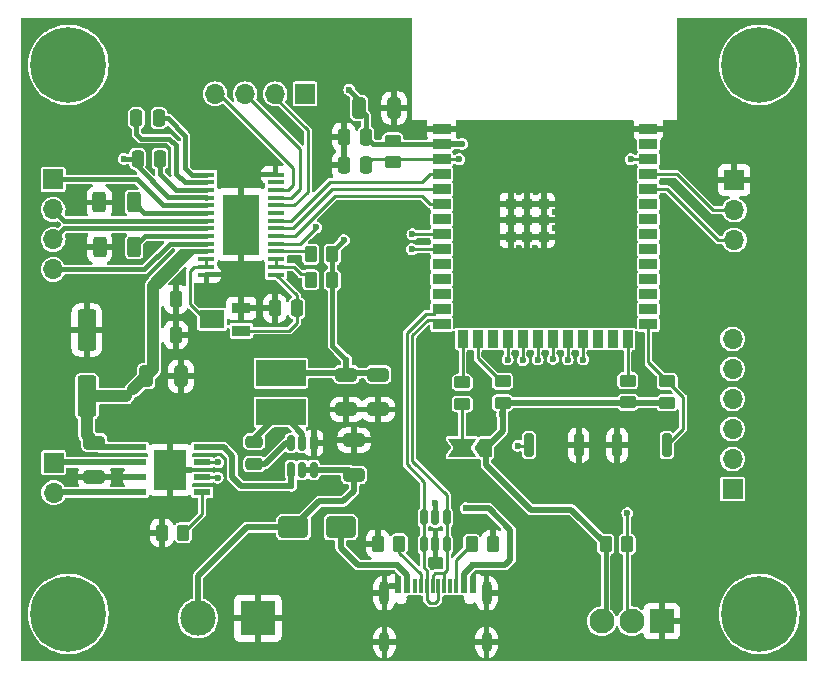
<source format=gbr>
%TF.GenerationSoftware,KiCad,Pcbnew,8.0.1*%
%TF.CreationDate,2024-04-06T00:37:26+05:30*%
%TF.ProjectId,Project,50726f6a-6563-4742-9e6b-696361645f70,rev?*%
%TF.SameCoordinates,Original*%
%TF.FileFunction,Copper,L1,Top*%
%TF.FilePolarity,Positive*%
%FSLAX46Y46*%
G04 Gerber Fmt 4.6, Leading zero omitted, Abs format (unit mm)*
G04 Created by KiCad (PCBNEW 8.0.1) date 2024-04-06 00:37:26*
%MOMM*%
%LPD*%
G01*
G04 APERTURE LIST*
G04 Aperture macros list*
%AMRoundRect*
0 Rectangle with rounded corners*
0 $1 Rounding radius*
0 $2 $3 $4 $5 $6 $7 $8 $9 X,Y pos of 4 corners*
0 Add a 4 corners polygon primitive as box body*
4,1,4,$2,$3,$4,$5,$6,$7,$8,$9,$2,$3,0*
0 Add four circle primitives for the rounded corners*
1,1,$1+$1,$2,$3*
1,1,$1+$1,$4,$5*
1,1,$1+$1,$6,$7*
1,1,$1+$1,$8,$9*
0 Add four rect primitives between the rounded corners*
20,1,$1+$1,$2,$3,$4,$5,0*
20,1,$1+$1,$4,$5,$6,$7,0*
20,1,$1+$1,$6,$7,$8,$9,0*
20,1,$1+$1,$8,$9,$2,$3,0*%
%AMFreePoly0*
4,1,6,1.000000,0.000000,0.500000,-0.750000,-0.500000,-0.750000,-0.500000,0.750000,0.500000,0.750000,1.000000,0.000000,1.000000,0.000000,$1*%
%AMFreePoly1*
4,1,7,0.700000,0.000000,1.200000,-0.750000,-1.200000,-0.750000,-0.700000,0.000000,-1.200000,0.750000,1.200000,0.750000,0.700000,0.000000,0.700000,0.000000,$1*%
G04 Aperture macros list end*
%TA.AperFunction,SMDPad,CuDef*%
%ADD10RoundRect,0.250000X-0.262500X-0.450000X0.262500X-0.450000X0.262500X0.450000X-0.262500X0.450000X0*%
%TD*%
%TA.AperFunction,SMDPad,CuDef*%
%ADD11RoundRect,0.250000X-0.450000X0.262500X-0.450000X-0.262500X0.450000X-0.262500X0.450000X0.262500X0*%
%TD*%
%TA.AperFunction,SMDPad,CuDef*%
%ADD12RoundRect,0.200000X-0.200000X-0.800000X0.200000X-0.800000X0.200000X0.800000X-0.200000X0.800000X0*%
%TD*%
%TA.AperFunction,ComponentPad*%
%ADD13R,3.000000X3.000000*%
%TD*%
%TA.AperFunction,ComponentPad*%
%ADD14C,3.000000*%
%TD*%
%TA.AperFunction,ComponentPad*%
%ADD15C,0.800000*%
%TD*%
%TA.AperFunction,ComponentPad*%
%ADD16C,6.400000*%
%TD*%
%TA.AperFunction,SMDPad,CuDef*%
%ADD17RoundRect,0.250000X0.450000X-0.262500X0.450000X0.262500X-0.450000X0.262500X-0.450000X-0.262500X0*%
%TD*%
%TA.AperFunction,SMDPad,CuDef*%
%ADD18RoundRect,0.250000X-0.312500X-0.625000X0.312500X-0.625000X0.312500X0.625000X-0.312500X0.625000X0*%
%TD*%
%TA.AperFunction,SMDPad,CuDef*%
%ADD19FreePoly0,180.000000*%
%TD*%
%TA.AperFunction,SMDPad,CuDef*%
%ADD20FreePoly1,180.000000*%
%TD*%
%TA.AperFunction,SMDPad,CuDef*%
%ADD21FreePoly0,0.000000*%
%TD*%
%TA.AperFunction,SMDPad,CuDef*%
%ADD22R,1.549400X0.939800*%
%TD*%
%TA.AperFunction,SMDPad,CuDef*%
%ADD23R,2.133600X1.498600*%
%TD*%
%TA.AperFunction,SMDPad,CuDef*%
%ADD24RoundRect,0.250000X0.262500X0.450000X-0.262500X0.450000X-0.262500X-0.450000X0.262500X-0.450000X0*%
%TD*%
%TA.AperFunction,SMDPad,CuDef*%
%ADD25RoundRect,0.250000X-0.325000X-0.650000X0.325000X-0.650000X0.325000X0.650000X-0.325000X0.650000X0*%
%TD*%
%TA.AperFunction,SMDPad,CuDef*%
%ADD26RoundRect,0.150000X0.150000X-0.512500X0.150000X0.512500X-0.150000X0.512500X-0.150000X-0.512500X0*%
%TD*%
%TA.AperFunction,ComponentPad*%
%ADD27R,1.700000X1.700000*%
%TD*%
%TA.AperFunction,ComponentPad*%
%ADD28O,1.700000X1.700000*%
%TD*%
%TA.AperFunction,SMDPad,CuDef*%
%ADD29RoundRect,0.250000X0.250000X0.475000X-0.250000X0.475000X-0.250000X-0.475000X0.250000X-0.475000X0*%
%TD*%
%TA.AperFunction,SMDPad,CuDef*%
%ADD30R,1.500000X0.900000*%
%TD*%
%TA.AperFunction,SMDPad,CuDef*%
%ADD31R,0.900000X1.500000*%
%TD*%
%TA.AperFunction,SMDPad,CuDef*%
%ADD32R,0.900000X0.900000*%
%TD*%
%TA.AperFunction,SMDPad,CuDef*%
%ADD33RoundRect,0.250000X-0.250000X-0.475000X0.250000X-0.475000X0.250000X0.475000X-0.250000X0.475000X0*%
%TD*%
%TA.AperFunction,SMDPad,CuDef*%
%ADD34R,0.600000X1.160000*%
%TD*%
%TA.AperFunction,SMDPad,CuDef*%
%ADD35R,0.300000X1.160000*%
%TD*%
%TA.AperFunction,ComponentPad*%
%ADD36O,0.900000X2.000000*%
%TD*%
%TA.AperFunction,ComponentPad*%
%ADD37O,0.900000X1.700000*%
%TD*%
%TA.AperFunction,SMDPad,CuDef*%
%ADD38RoundRect,0.250000X0.650000X-0.325000X0.650000X0.325000X-0.650000X0.325000X-0.650000X-0.325000X0*%
%TD*%
%TA.AperFunction,SMDPad,CuDef*%
%ADD39RoundRect,0.250000X-0.650000X0.325000X-0.650000X-0.325000X0.650000X-0.325000X0.650000X0.325000X0*%
%TD*%
%TA.AperFunction,SMDPad,CuDef*%
%ADD40RoundRect,0.250000X-1.000000X-0.650000X1.000000X-0.650000X1.000000X0.650000X-1.000000X0.650000X0*%
%TD*%
%TA.AperFunction,ComponentPad*%
%ADD41R,2.100000X2.100000*%
%TD*%
%TA.AperFunction,ComponentPad*%
%ADD42C,2.100000*%
%TD*%
%TA.AperFunction,SMDPad,CuDef*%
%ADD43R,1.460500X0.558800*%
%TD*%
%TA.AperFunction,SMDPad,CuDef*%
%ADD44R,2.717800X3.403600*%
%TD*%
%TA.AperFunction,SMDPad,CuDef*%
%ADD45R,4.200000X2.200000*%
%TD*%
%TA.AperFunction,SMDPad,CuDef*%
%ADD46RoundRect,0.250000X-0.475000X0.250000X-0.475000X-0.250000X0.475000X-0.250000X0.475000X0.250000X0*%
%TD*%
%TA.AperFunction,SMDPad,CuDef*%
%ADD47R,1.475000X0.450000*%
%TD*%
%TA.AperFunction,SMDPad,CuDef*%
%ADD48R,3.100000X5.180000*%
%TD*%
%TA.AperFunction,SMDPad,CuDef*%
%ADD49RoundRect,0.250000X0.550000X-1.500000X0.550000X1.500000X-0.550000X1.500000X-0.550000X-1.500000X0*%
%TD*%
%TA.AperFunction,SMDPad,CuDef*%
%ADD50RoundRect,0.200000X0.200000X0.800000X-0.200000X0.800000X-0.200000X-0.800000X0.200000X-0.800000X0*%
%TD*%
%TA.AperFunction,ViaPad*%
%ADD51C,0.600000*%
%TD*%
%TA.AperFunction,Conductor*%
%ADD52C,1.000000*%
%TD*%
%TA.AperFunction,Conductor*%
%ADD53C,0.500000*%
%TD*%
%TA.AperFunction,Conductor*%
%ADD54C,0.381000*%
%TD*%
%TA.AperFunction,Conductor*%
%ADD55C,0.254000*%
%TD*%
G04 APERTURE END LIST*
D10*
%TO.P,R10,1*%
%TO.N,3V3*%
X98162500Y-72950000D03*
%TO.P,R10,2*%
%TO.N,TEMP*%
X99987500Y-72950000D03*
%TD*%
D11*
%TO.P,R7,1*%
%TO.N,3V3*%
X80125000Y-38787500D03*
%TO.P,R7,2*%
%TO.N,EN*%
X80125000Y-40612500D03*
%TD*%
D12*
%TO.P,SW2,1,1*%
%TO.N,EN*%
X91675000Y-64550000D03*
%TO.P,SW2,2,2*%
%TO.N,GND*%
X95875000Y-64550000D03*
%TD*%
D13*
%TO.P,J2,1,Pin_1*%
%TO.N,GND*%
X68715000Y-79200000D03*
D14*
%TO.P,J2,2,Pin_2*%
%TO.N,9V*%
X63635000Y-79200000D03*
%TD*%
D15*
%TO.P,H1,1*%
%TO.N,N/C*%
X50275000Y-32350000D03*
X50977944Y-30652944D03*
X50977944Y-34047056D03*
X52675000Y-29950000D03*
D16*
X52675000Y-32350000D03*
D15*
X52675000Y-34750000D03*
X54372056Y-30652944D03*
X54372056Y-34047056D03*
X55075000Y-32350000D03*
%TD*%
D17*
%TO.P,R18,1*%
%TO.N,3V3*%
X100025000Y-60912500D03*
%TO.P,R18,2*%
%TO.N,IO45*%
X100025000Y-59087500D03*
%TD*%
%TO.P,R17,1*%
%TO.N,3V3*%
X103375000Y-60962500D03*
%TO.P,R17,2*%
%TO.N,BOOT*%
X103375000Y-59137500D03*
%TD*%
D15*
%TO.P,H2,1*%
%TO.N,N/C*%
X50275000Y-78850000D03*
X50977944Y-77152944D03*
X50977944Y-80547056D03*
X52675000Y-76450000D03*
D16*
X52675000Y-78850000D03*
D15*
X52675000Y-81250000D03*
X54372056Y-77152944D03*
X54372056Y-80547056D03*
X55075000Y-78850000D03*
%TD*%
D18*
%TO.P,R4,1*%
%TO.N,GND*%
X55275000Y-44000000D03*
%TO.P,R4,2*%
%TO.N,Net-(IC1-ISENA)*%
X58200000Y-44000000D03*
%TD*%
D19*
%TO.P,JP1,1,A*%
%TO.N,3V3*%
X88025000Y-64750000D03*
D20*
%TO.P,JP1,2,C*%
%TO.N,Net-(JP1-C)*%
X86025000Y-64750000D03*
D21*
%TO.P,JP1,3,B*%
%TO.N,GND*%
X84025000Y-64750000D03*
%TD*%
D22*
%TO.P,R11,1,1*%
%TO.N,3V3OUT*%
X67309300Y-54850000D03*
D23*
%TO.P,R11,2,2*%
%TO.N,/VREF*%
X64832800Y-53900000D03*
D22*
%TO.P,R11,3,3*%
%TO.N,GND*%
X67309300Y-52950000D03*
%TD*%
D24*
%TO.P,R2,1*%
%TO.N,Net-(J1-CC1)*%
X80687500Y-72887500D03*
%TO.P,R2,2*%
%TO.N,GND*%
X78862500Y-72887500D03*
%TD*%
D25*
%TO.P,C9,1*%
%TO.N,9V*%
X59250000Y-58700000D03*
%TO.P,C9,2*%
%TO.N,GND*%
X62200000Y-58700000D03*
%TD*%
D26*
%TO.P,U4,1,I/O1*%
%TO.N,D-*%
X82800000Y-72937500D03*
%TO.P,U4,2,GND*%
%TO.N,GND*%
X83750000Y-72937500D03*
%TO.P,U4,3,I/O2*%
%TO.N,D+*%
X84700000Y-72937500D03*
%TO.P,U4,4,I/O2*%
X84700000Y-70662500D03*
%TO.P,U4,5,VBUS*%
%TO.N,VUSB*%
X83750000Y-70662500D03*
%TO.P,U4,6,I/O1*%
%TO.N,D-*%
X82800000Y-70662500D03*
%TD*%
D27*
%TO.P,J3,1,Pin_1*%
%TO.N,/A+*%
X51375000Y-42050000D03*
D28*
%TO.P,J3,2,Pin_2*%
%TO.N,/A-*%
X51375000Y-44590000D03*
%TO.P,J3,3,Pin_3*%
%TO.N,/B+*%
X51375000Y-47130000D03*
%TO.P,J3,4,Pin_4*%
%TO.N,/B-*%
X51375000Y-49670000D03*
%TD*%
D26*
%TO.P,U2,1,FB*%
%TO.N,3V3*%
X71537500Y-66637500D03*
%TO.P,U2,2,EN*%
%TO.N,9V*%
X72487500Y-66637500D03*
%TO.P,U2,3,IN*%
X73437500Y-66637500D03*
%TO.P,U2,4,GND*%
%TO.N,GND*%
X73437500Y-64362500D03*
%TO.P,U2,5,SW*%
%TO.N,Net-(U2-SW)*%
X72487500Y-64362500D03*
%TO.P,U2,6,BST*%
%TO.N,Net-(U2-BST)*%
X71537500Y-64362500D03*
%TD*%
D24*
%TO.P,R5,1*%
%TO.N,3V3*%
X75012500Y-50550000D03*
%TO.P,R5,2*%
%TO.N,Net-(IC1-NRESET)*%
X73187500Y-50550000D03*
%TD*%
D29*
%TO.P,C5,1*%
%TO.N,Net-(IC1-CP1)*%
X60325000Y-36850000D03*
%TO.P,C5,2*%
%TO.N,Net-(IC1-CP2)*%
X58425000Y-36850000D03*
%TD*%
D30*
%TO.P,U1,1,GND_1*%
%TO.N,GND*%
X84275000Y-37790000D03*
%TO.P,U1,2,3V3*%
%TO.N,3V3*%
X84275000Y-39060000D03*
%TO.P,U1,3,EN*%
%TO.N,EN*%
X84275000Y-40330000D03*
%TO.P,U1,4,IO4*%
%TO.N,STEP*%
X84275000Y-41600000D03*
%TO.P,U1,5,IO5*%
%TO.N,ENBL*%
X84275000Y-42870000D03*
%TO.P,U1,6,IO6*%
%TO.N,DIR*%
X84275000Y-44140000D03*
%TO.P,U1,7,IO7*%
%TO.N,unconnected-(U1-IO7-Pad7)*%
X84275000Y-45410000D03*
%TO.P,U1,8,IO15*%
%TO.N,IN2*%
X84275000Y-46680000D03*
%TO.P,U1,9,IO16*%
%TO.N,IN1*%
X84275000Y-47950000D03*
%TO.P,U1,10,IO17*%
%TO.N,unconnected-(U1-IO17-Pad10)*%
X84275000Y-49220000D03*
%TO.P,U1,11,IO18*%
%TO.N,unconnected-(U1-IO18-Pad11)*%
X84275000Y-50490000D03*
%TO.P,U1,12,IO8*%
%TO.N,unconnected-(U1-IO8-Pad12)*%
X84275000Y-51760000D03*
%TO.P,U1,13,IO19*%
%TO.N,D-*%
X84275000Y-53030000D03*
%TO.P,U1,14,IO20*%
%TO.N,D+*%
X84275000Y-54300000D03*
D31*
%TO.P,U1,15,IO3*%
%TO.N,IO3*%
X86040000Y-55550000D03*
%TO.P,U1,16,IO46*%
%TO.N,IO46*%
X87310000Y-55550000D03*
%TO.P,U1,17,IO9*%
%TO.N,unconnected-(U1-IO9-Pad17)*%
X88580000Y-55550000D03*
%TO.P,U1,18,IO10*%
%TO.N,Net-(J7-Pin_1)*%
X89850000Y-55550000D03*
%TO.P,U1,19,IO11*%
%TO.N,Net-(J7-Pin_2)*%
X91120000Y-55550000D03*
%TO.P,U1,20,IO12*%
%TO.N,Net-(J7-Pin_3)*%
X92390000Y-55550000D03*
%TO.P,U1,21,IO13*%
%TO.N,Net-(J7-Pin_4)*%
X93660000Y-55550000D03*
%TO.P,U1,22,IO14*%
%TO.N,Net-(J7-Pin_5)*%
X94930000Y-55550000D03*
%TO.P,U1,23,IO21*%
%TO.N,Net-(J7-Pin_6)*%
X96200000Y-55550000D03*
%TO.P,U1,24,IO47*%
%TO.N,unconnected-(U1-IO47-Pad24)*%
X97470000Y-55550000D03*
%TO.P,U1,25,IO48*%
%TO.N,unconnected-(U1-IO48-Pad25)*%
X98740000Y-55550000D03*
%TO.P,U1,26,IO45*%
%TO.N,IO45*%
X100010000Y-55550000D03*
D30*
%TO.P,U1,27,IO0*%
%TO.N,BOOT*%
X101775000Y-54300000D03*
%TO.P,U1,28,IO35*%
%TO.N,unconnected-(U1-IO35-Pad28)*%
X101775000Y-53030000D03*
%TO.P,U1,29,IO36*%
%TO.N,unconnected-(U1-IO36-Pad29)*%
X101775000Y-51760000D03*
%TO.P,U1,30,IO37*%
%TO.N,unconnected-(U1-IO37-Pad30)*%
X101775000Y-50490000D03*
%TO.P,U1,31,IO38*%
%TO.N,unconnected-(U1-IO38-Pad31)*%
X101775000Y-49220000D03*
%TO.P,U1,32,IO39*%
%TO.N,unconnected-(U1-IO39-Pad32)*%
X101775000Y-47950000D03*
%TO.P,U1,33,IO40*%
%TO.N,unconnected-(U1-IO40-Pad33)*%
X101775000Y-46680000D03*
%TO.P,U1,34,IO41*%
%TO.N,unconnected-(U1-IO41-Pad34)*%
X101775000Y-45410000D03*
%TO.P,U1,35,IO42*%
%TO.N,unconnected-(U1-IO42-Pad35)*%
X101775000Y-44140000D03*
%TO.P,U1,36,RXD0*%
%TO.N,RX*%
X101775000Y-42870000D03*
%TO.P,U1,37,TXD0*%
%TO.N,TX*%
X101775000Y-41600000D03*
%TO.P,U1,38,IO2*%
%TO.N,TEMP*%
X101775000Y-40330000D03*
%TO.P,U1,39,IO1*%
%TO.N,unconnected-(U1-IO1-Pad39)*%
X101775000Y-39060000D03*
%TO.P,U1,40,GND_2*%
%TO.N,GND*%
X101775000Y-37790000D03*
D32*
%TO.P,U1,41,GND_3*%
X91525000Y-45510000D03*
%TO.P,U1,42,GND_4*%
X90125000Y-44110000D03*
%TO.P,U1,43,GND_5*%
X90125000Y-45510000D03*
%TO.P,U1,44,GND_6*%
X90125000Y-46910000D03*
%TO.P,U1,45,GND_7*%
X91525000Y-46910000D03*
%TO.P,U1,46,GND_8*%
X92925000Y-46910000D03*
%TO.P,U1,47,GND_9*%
X92925000Y-45510000D03*
%TO.P,U1,48,GND_10*%
X92925000Y-44110000D03*
%TO.P,U1,49,GND_11*%
X91525000Y-44110000D03*
%TD*%
D33*
%TO.P,C11,1*%
%TO.N,9V*%
X59875000Y-55210000D03*
%TO.P,C11,2*%
%TO.N,GND*%
X61775000Y-55210000D03*
%TD*%
D34*
%TO.P,J1,A1,GND*%
%TO.N,GND*%
X80550000Y-76490000D03*
%TO.P,J1,A4,VBUS*%
%TO.N,VUSB*%
X81350000Y-76490000D03*
D35*
%TO.P,J1,A5,CC1*%
%TO.N,Net-(J1-CC1)*%
X82500000Y-76490000D03*
%TO.P,J1,A6,D+*%
%TO.N,D+*%
X83500000Y-76490000D03*
%TO.P,J1,A7,D-*%
%TO.N,D-*%
X84000000Y-76490000D03*
%TO.P,J1,A8,SBU1*%
%TO.N,unconnected-(J1-SBU1-PadA8)*%
X85000000Y-76490000D03*
D34*
%TO.P,J1,A9,VBUS*%
%TO.N,VUSB*%
X86150000Y-76490000D03*
%TO.P,J1,A12,GND*%
%TO.N,GND*%
X86950000Y-76490000D03*
%TO.P,J1,B1,GND*%
X86950000Y-76490000D03*
%TO.P,J1,B4,VBUS*%
%TO.N,VUSB*%
X86150000Y-76490000D03*
D35*
%TO.P,J1,B5,CC2*%
%TO.N,Net-(J1-CC2)*%
X85500000Y-76490000D03*
%TO.P,J1,B6,D+*%
%TO.N,D+*%
X84500000Y-76490000D03*
%TO.P,J1,B7,D-*%
%TO.N,D-*%
X83000000Y-76490000D03*
%TO.P,J1,B8,SBU2*%
%TO.N,unconnected-(J1-SBU2-PadB8)*%
X82000000Y-76490000D03*
D34*
%TO.P,J1,B9,VBUS*%
%TO.N,VUSB*%
X81350000Y-76490000D03*
%TO.P,J1,B12,GND*%
%TO.N,GND*%
X80550000Y-76490000D03*
D36*
%TO.P,J1,S1,SHIELD*%
X79430000Y-77070000D03*
D37*
X79430000Y-81240000D03*
D36*
X88070000Y-77070000D03*
D37*
X88070000Y-81240000D03*
%TD*%
D38*
%TO.P,C1,1*%
%TO.N,9V*%
X76850000Y-67075000D03*
%TO.P,C1,2*%
%TO.N,GND*%
X76850000Y-64125000D03*
%TD*%
D39*
%TO.P,C22,1*%
%TO.N,3V3*%
X76200000Y-58575000D03*
%TO.P,C22,2*%
%TO.N,GND*%
X76200000Y-61525000D03*
%TD*%
D40*
%TO.P,D1,1,K*%
%TO.N,9V*%
X71725000Y-71500000D03*
%TO.P,D1,2,A*%
%TO.N,VUSB*%
X75725000Y-71500000D03*
%TD*%
D29*
%TO.P,C14,1*%
%TO.N,EN*%
X77875000Y-40850000D03*
%TO.P,C14,2*%
%TO.N,GND*%
X75975000Y-40850000D03*
%TD*%
D11*
%TO.P,R8,1*%
%TO.N,IO3*%
X86025000Y-59237500D03*
%TO.P,R8,2*%
%TO.N,Net-(JP1-C)*%
X86025000Y-61062500D03*
%TD*%
D41*
%TO.P,J5,1,Pin_1*%
%TO.N,GND*%
X102915000Y-79450000D03*
D42*
%TO.P,J5,2,Pin_2*%
%TO.N,TEMP*%
X100375000Y-79450000D03*
%TO.P,J5,3,Pin_3*%
%TO.N,3V3*%
X97835000Y-79450000D03*
%TD*%
D29*
%TO.P,C7,1*%
%TO.N,3V3OUT*%
X72025000Y-52950000D03*
%TO.P,C7,2*%
%TO.N,GND*%
X70125000Y-52950000D03*
%TD*%
D33*
%TO.P,C6,1*%
%TO.N,9V*%
X58525000Y-40300000D03*
%TO.P,C6,2*%
%TO.N,Net-(IC1-VCP)*%
X60425000Y-40300000D03*
%TD*%
%TO.P,C10,1*%
%TO.N,9V*%
X59875000Y-52200000D03*
%TO.P,C10,2*%
%TO.N,GND*%
X61775000Y-52200000D03*
%TD*%
D24*
%TO.P,R6,1*%
%TO.N,3V3*%
X75012500Y-48400000D03*
%TO.P,R6,2*%
%TO.N,Net-(IC1-NFAULT)*%
X73187500Y-48400000D03*
%TD*%
D43*
%TO.P,U6,1,IPROPI*%
%TO.N,Net-(U6-IPROPI)*%
X63999150Y-68555000D03*
%TO.P,U6,2,IN2*%
%TO.N,IN2*%
X63999150Y-67285000D03*
%TO.P,U6,3,IN1*%
%TO.N,IN1*%
X63999150Y-66015000D03*
%TO.P,U6,4,VREF*%
%TO.N,3V3*%
X63999150Y-64745000D03*
%TO.P,U6,5,VM*%
%TO.N,9V*%
X58550850Y-64745000D03*
%TO.P,U6,6,OUT1*%
%TO.N,Net-(J9-Pin_1)*%
X58550850Y-66015000D03*
%TO.P,U6,7,GND*%
%TO.N,GND*%
X58550850Y-67285000D03*
%TO.P,U6,8,OUT2*%
%TO.N,Net-(J9-Pin_2)*%
X58550850Y-68555000D03*
D44*
%TO.P,U6,EPAD*%
%TO.N,GND*%
X61275000Y-66650000D03*
%TD*%
D15*
%TO.P,H3,1*%
%TO.N,N/C*%
X108775000Y-32350000D03*
X109477944Y-30652944D03*
X109477944Y-34047056D03*
X111175000Y-29950000D03*
D16*
X111175000Y-32350000D03*
D15*
X111175000Y-34750000D03*
X112872056Y-30652944D03*
X112872056Y-34047056D03*
X113575000Y-32350000D03*
%TD*%
D45*
%TO.P,L1,1,1*%
%TO.N,Net-(U2-SW)*%
X70650000Y-61750000D03*
%TO.P,L1,2,2*%
%TO.N,3V3*%
X70650000Y-58450000D03*
%TD*%
D46*
%TO.P,C2,1*%
%TO.N,Net-(U2-SW)*%
X68400000Y-64250000D03*
%TO.P,C2,2*%
%TO.N,Net-(U2-BST)*%
X68400000Y-66150000D03*
%TD*%
D47*
%TO.P,IC1,1,CP1*%
%TO.N,Net-(IC1-CP1)*%
X64349000Y-41650000D03*
%TO.P,IC1,2,CP2*%
%TO.N,Net-(IC1-CP2)*%
X64349000Y-42300000D03*
%TO.P,IC1,3,VCP*%
%TO.N,Net-(IC1-VCP)*%
X64349000Y-42950000D03*
%TO.P,IC1,4,VMA*%
%TO.N,9V*%
X64349000Y-43600000D03*
%TO.P,IC1,5,AOUT1*%
%TO.N,/A+*%
X64349000Y-44250000D03*
%TO.P,IC1,6,ISENA*%
%TO.N,Net-(IC1-ISENA)*%
X64349000Y-44900000D03*
%TO.P,IC1,7,AOUT2*%
%TO.N,/A-*%
X64349000Y-45550000D03*
%TO.P,IC1,8,BOUT2*%
%TO.N,/B+*%
X64349000Y-46200000D03*
%TO.P,IC1,9,ISENB*%
%TO.N,Net-(IC1-ISENB)*%
X64349000Y-46850000D03*
%TO.P,IC1,10,BOUT1*%
%TO.N,/B-*%
X64349000Y-47500000D03*
%TO.P,IC1,11,VMB*%
%TO.N,9V*%
X64349000Y-48150000D03*
%TO.P,IC1,12,AVREF*%
%TO.N,/VREF*%
X64349000Y-48800000D03*
%TO.P,IC1,13,BVREF*%
X64349000Y-49450000D03*
%TO.P,IC1,14,GND_1*%
%TO.N,GND*%
X64349000Y-50100000D03*
%TO.P,IC1,15,V3P3OUT*%
%TO.N,3V3OUT*%
X70225000Y-50100000D03*
%TO.P,IC1,16,NRESET*%
%TO.N,Net-(IC1-NRESET)*%
X70225000Y-49450000D03*
%TO.P,IC1,17,NSLEEP*%
X70225000Y-48800000D03*
%TO.P,IC1,18,NFAULT*%
%TO.N,Net-(IC1-NFAULT)*%
X70225000Y-48150000D03*
%TO.P,IC1,19,DECAY*%
%TO.N,Net-(IC1-DECAY)*%
X70225000Y-47500000D03*
%TO.P,IC1,20,DIR*%
%TO.N,DIR*%
X70225000Y-46850000D03*
%TO.P,IC1,21,NENBL*%
%TO.N,ENBL*%
X70225000Y-46200000D03*
%TO.P,IC1,22,STEP*%
%TO.N,STEP*%
X70225000Y-45550000D03*
%TO.P,IC1,23,NC*%
%TO.N,unconnected-(IC1-NC-Pad23)*%
X70225000Y-44900000D03*
%TO.P,IC1,24,MODE0*%
%TO.N,Net-(IC1-MODE0)*%
X70225000Y-44250000D03*
%TO.P,IC1,25,MODE1*%
%TO.N,Net-(IC1-MODE1)*%
X70225000Y-43600000D03*
%TO.P,IC1,26,MODE2*%
%TO.N,Net-(IC1-MODE2)*%
X70225000Y-42950000D03*
%TO.P,IC1,27,NHOME*%
%TO.N,unconnected-(IC1-NHOME-Pad27)*%
X70225000Y-42300000D03*
%TO.P,IC1,28,GND_2*%
%TO.N,GND*%
X70225000Y-41650000D03*
D48*
%TO.P,IC1,29,GND_3*%
X67287000Y-45875000D03*
%TD*%
D18*
%TO.P,R3,1*%
%TO.N,GND*%
X55312500Y-47750000D03*
%TO.P,R3,2*%
%TO.N,Net-(IC1-ISENB)*%
X58237500Y-47750000D03*
%TD*%
D39*
%TO.P,C21,1*%
%TO.N,3V3*%
X78900000Y-58575000D03*
%TO.P,C21,2*%
%TO.N,GND*%
X78900000Y-61525000D03*
%TD*%
D27*
%TO.P,J7,1,Pin_1*%
%TO.N,Net-(J7-Pin_1)*%
X108900000Y-68260000D03*
D28*
%TO.P,J7,2,Pin_2*%
%TO.N,Net-(J7-Pin_2)*%
X108900000Y-65720000D03*
%TO.P,J7,3,Pin_3*%
%TO.N,Net-(J7-Pin_3)*%
X108900000Y-63180000D03*
%TO.P,J7,4,Pin_4*%
%TO.N,Net-(J7-Pin_4)*%
X108900000Y-60640000D03*
%TO.P,J7,5,Pin_5*%
%TO.N,Net-(J7-Pin_5)*%
X108900000Y-58100000D03*
%TO.P,J7,6,Pin_6*%
%TO.N,Net-(J7-Pin_6)*%
X108900000Y-55560000D03*
%TD*%
D29*
%TO.P,C12,1*%
%TO.N,3V3*%
X77875000Y-38450000D03*
%TO.P,C12,2*%
%TO.N,GND*%
X75975000Y-38450000D03*
%TD*%
D25*
%TO.P,C13,1*%
%TO.N,3V3*%
X77300000Y-36000000D03*
%TO.P,C13,2*%
%TO.N,GND*%
X80250000Y-36000000D03*
%TD*%
D10*
%TO.P,R1,1*%
%TO.N,Net-(J1-CC2)*%
X86812500Y-72937500D03*
%TO.P,R1,2*%
%TO.N,GND*%
X88637500Y-72937500D03*
%TD*%
D27*
%TO.P,J9,1,Pin_1*%
%TO.N,Net-(J9-Pin_1)*%
X51425000Y-66025000D03*
D28*
%TO.P,J9,2,Pin_2*%
%TO.N,Net-(J9-Pin_2)*%
X51425000Y-68565000D03*
%TD*%
D49*
%TO.P,C8,1*%
%TO.N,9V*%
X54225000Y-60400000D03*
%TO.P,C8,2*%
%TO.N,GND*%
X54225000Y-54800000D03*
%TD*%
D17*
%TO.P,R19,1*%
%TO.N,3V3*%
X89425000Y-60962500D03*
%TO.P,R19,2*%
%TO.N,IO46*%
X89425000Y-59137500D03*
%TD*%
D39*
%TO.P,C20,1*%
%TO.N,9V*%
X54875000Y-64325000D03*
%TO.P,C20,2*%
%TO.N,GND*%
X54875000Y-67275000D03*
%TD*%
D50*
%TO.P,SW1,1,1*%
%TO.N,BOOT*%
X103325000Y-64550000D03*
%TO.P,SW1,2,2*%
%TO.N,GND*%
X99125000Y-64550000D03*
%TD*%
D15*
%TO.P,H4,1*%
%TO.N,N/C*%
X108775000Y-78850000D03*
X109477944Y-77152944D03*
X109477944Y-80547056D03*
X111175000Y-76450000D03*
D16*
X111175000Y-78850000D03*
D15*
X111175000Y-81250000D03*
X112872056Y-77152944D03*
X112872056Y-80547056D03*
X113575000Y-78850000D03*
%TD*%
D27*
%TO.P,J4,1,Pin_1*%
%TO.N,GND*%
X109050000Y-42100000D03*
D28*
%TO.P,J4,2,Pin_2*%
%TO.N,TX*%
X109050000Y-44640000D03*
%TO.P,J4,3,Pin_3*%
%TO.N,RX*%
X109050000Y-47180000D03*
%TD*%
D27*
%TO.P,J6,1,Pin_1*%
%TO.N,Net-(IC1-DECAY)*%
X72705000Y-34800000D03*
D28*
%TO.P,J6,2,Pin_2*%
%TO.N,Net-(IC1-MODE0)*%
X70165000Y-34800000D03*
%TO.P,J6,3,Pin_3*%
%TO.N,Net-(IC1-MODE1)*%
X67625000Y-34800000D03*
%TO.P,J6,4,Pin_4*%
%TO.N,Net-(IC1-MODE2)*%
X65085000Y-34800000D03*
%TD*%
D10*
%TO.P,R12,1*%
%TO.N,GND*%
X60575000Y-71950000D03*
%TO.P,R12,2*%
%TO.N,Net-(U6-IPROPI)*%
X62400000Y-71950000D03*
%TD*%
D51*
%TO.N,9V*%
X58150000Y-59800000D03*
X57350000Y-40300000D03*
X57550000Y-60400000D03*
X59850000Y-53700000D03*
%TO.N,GND*%
X67275000Y-46599998D03*
X68475000Y-43633334D03*
X83750000Y-74550000D03*
X90850000Y-47850000D03*
X90850000Y-43150000D03*
X67275000Y-45858332D03*
X93468000Y-37562000D03*
X69050000Y-40150000D03*
X93775000Y-64550000D03*
X98548000Y-37562000D03*
X66075000Y-44375000D03*
X68475000Y-46599998D03*
X55900000Y-54800000D03*
X64350000Y-51400000D03*
X67275000Y-44375000D03*
X77500000Y-62800000D03*
X78900000Y-71350000D03*
X89404000Y-37562000D03*
X92452000Y-37562000D03*
X101225000Y-64550000D03*
X66075000Y-45858332D03*
X97532000Y-37562000D03*
X67275000Y-45116666D03*
X68475000Y-44375000D03*
X66075000Y-48083334D03*
X68475000Y-48083334D03*
X66075000Y-43633334D03*
X68900000Y-52950000D03*
X99564000Y-37562000D03*
X68475000Y-45858332D03*
X94484000Y-37562000D03*
X66075000Y-46599998D03*
X74450000Y-63050000D03*
X54250000Y-52200000D03*
X68475000Y-47341664D03*
X74750000Y-40850000D03*
X52350000Y-54800000D03*
X66075000Y-45116666D03*
X67275000Y-43633334D03*
X62600000Y-53700000D03*
X91436000Y-37562000D03*
X67275000Y-48083334D03*
X86356000Y-37562000D03*
X95500000Y-37562000D03*
X93850000Y-46200000D03*
X68475000Y-45116666D03*
X83950000Y-62950000D03*
X53850000Y-44000000D03*
X88388000Y-37562000D03*
X96516000Y-37562000D03*
X87850000Y-71400000D03*
X92250000Y-43150000D03*
X53900000Y-47750000D03*
X92200000Y-47850000D03*
X66075000Y-47341664D03*
X87372000Y-37562000D03*
X81650000Y-37700000D03*
X74750000Y-38450000D03*
X93850000Y-44800000D03*
X62600000Y-56850000D03*
X90420000Y-37562000D03*
X67275000Y-47341664D03*
%TO.N,3V3*%
X71550000Y-68000000D03*
X89400000Y-61950000D03*
X76200000Y-57300000D03*
X76000000Y-47200000D03*
X76450000Y-34450000D03*
X86000000Y-39050000D03*
%TO.N,EN*%
X90700000Y-64600000D03*
X85750000Y-40350000D03*
%TO.N,VUSB*%
X86300000Y-69900000D03*
X80500000Y-74700000D03*
X86900000Y-74700000D03*
X83750000Y-69450000D03*
%TO.N,Net-(IC1-DECAY)*%
X73650000Y-46100000D03*
%TO.N,TEMP*%
X100000000Y-70300000D03*
X100300000Y-40350000D03*
%TO.N,IN2*%
X81800000Y-46700000D03*
X65300000Y-67300000D03*
%TO.N,IN1*%
X65350000Y-66000000D03*
X81750000Y-47950000D03*
%TO.N,Net-(J7-Pin_4)*%
X93700000Y-57250000D03*
%TO.N,Net-(J7-Pin_3)*%
X92400000Y-57300000D03*
%TO.N,Net-(J7-Pin_5)*%
X94950000Y-57300000D03*
%TO.N,Net-(J7-Pin_2)*%
X91150000Y-57350000D03*
%TO.N,Net-(J7-Pin_1)*%
X89850000Y-57300000D03*
%TO.N,Net-(J7-Pin_6)*%
X96250000Y-57300000D03*
%TD*%
D52*
%TO.N,9V*%
X57550000Y-60400000D02*
X54225000Y-60400000D01*
D53*
X76850000Y-68400000D02*
X76850000Y-67075000D01*
D52*
X59850000Y-53700000D02*
X59850000Y-51050000D01*
D54*
X62750000Y-48150000D02*
X62100000Y-48800000D01*
D52*
X54225000Y-63675000D02*
X54875000Y-64325000D01*
D53*
X71725000Y-71500000D02*
X67750000Y-71500000D01*
X73925000Y-69300000D02*
X75950000Y-69300000D01*
D54*
X59875000Y-52200000D02*
X59875000Y-55210000D01*
D53*
X55295000Y-64745000D02*
X54875000Y-64325000D01*
D54*
X58525000Y-40950000D02*
X58525000Y-40300000D01*
X64349000Y-43600000D02*
X64314500Y-43565500D01*
D52*
X54225000Y-60400000D02*
X54225000Y-63675000D01*
D54*
X58525000Y-40300000D02*
X57350000Y-40300000D01*
D53*
X71725000Y-71500000D02*
X71950000Y-71500000D01*
D54*
X64349000Y-48150000D02*
X63250000Y-48150000D01*
X63250000Y-48150000D02*
X60350000Y-51050000D01*
D53*
X75950000Y-69300000D02*
X76850000Y-68400000D01*
D54*
X64349000Y-48150000D02*
X62750000Y-48150000D01*
X64349000Y-48150000D02*
X62200000Y-48150000D01*
D53*
X63635000Y-75615000D02*
X63635000Y-79200000D01*
X71725000Y-71500000D02*
X73925000Y-69300000D01*
D52*
X59850000Y-51050000D02*
X62100000Y-48800000D01*
D53*
X58550850Y-64745000D02*
X55295000Y-64745000D01*
D54*
X62200000Y-48150000D02*
X59875000Y-50475000D01*
X60350000Y-51050000D02*
X59850000Y-51050000D01*
D52*
X58150000Y-59800000D02*
X59250000Y-58700000D01*
D54*
X61140500Y-43565500D02*
X58525000Y-40950000D01*
X64314500Y-43565500D02*
X61140500Y-43565500D01*
D53*
X67750000Y-71500000D02*
X63635000Y-75615000D01*
D52*
X59850000Y-57400000D02*
X59850000Y-53700000D01*
D53*
X72487500Y-66637500D02*
X76412500Y-66637500D01*
D54*
X59875000Y-50475000D02*
X59875000Y-52200000D01*
D53*
X76412500Y-66637500D02*
X76850000Y-67075000D01*
D52*
X59250000Y-58700000D02*
X59850000Y-58100000D01*
X59850000Y-58100000D02*
X59850000Y-57400000D01*
D53*
%TO.N,GND*%
X58550850Y-67285000D02*
X54885000Y-67285000D01*
X54885000Y-67285000D02*
X54875000Y-67275000D01*
%TO.N,Net-(U2-BST)*%
X71087500Y-64362500D02*
X71537500Y-64362500D01*
X69300000Y-66150000D02*
X71087500Y-64362500D01*
X68400000Y-66150000D02*
X69300000Y-66150000D01*
%TO.N,Net-(U2-SW)*%
X72487500Y-63587500D02*
X70650000Y-61750000D01*
X68400000Y-64250000D02*
X68400000Y-64000000D01*
X72487500Y-64362500D02*
X72487500Y-63587500D01*
X68400000Y-64000000D02*
X70650000Y-61750000D01*
D54*
%TO.N,Net-(IC1-CP1)*%
X61075000Y-36850000D02*
X62575000Y-38350000D01*
X63125000Y-41650000D02*
X64349000Y-41650000D01*
X62575000Y-41100000D02*
X63125000Y-41650000D01*
X62575000Y-38350000D02*
X62575000Y-41100000D01*
X60325000Y-36850000D02*
X61075000Y-36850000D01*
%TO.N,Net-(IC1-CP2)*%
X61775000Y-41550000D02*
X62525000Y-42300000D01*
X58425000Y-38200000D02*
X58825000Y-38600000D01*
X58425000Y-36850000D02*
X58425000Y-38200000D01*
X58825000Y-38600000D02*
X61225000Y-38600000D01*
X62525000Y-42300000D02*
X64349000Y-42300000D01*
X61775000Y-39150000D02*
X61775000Y-41550000D01*
X61225000Y-38600000D02*
X61775000Y-39150000D01*
%TO.N,Net-(IC1-VCP)*%
X60425000Y-40300000D02*
X60425000Y-41575000D01*
X60425000Y-41575000D02*
X61800000Y-42950000D01*
X61800000Y-42950000D02*
X64349000Y-42950000D01*
D55*
%TO.N,3V3OUT*%
X67309300Y-54850000D02*
X71375000Y-54850000D01*
X72025000Y-51875000D02*
X72025000Y-52950000D01*
X70250000Y-50100000D02*
X72025000Y-51875000D01*
X70225000Y-50100000D02*
X70250000Y-50100000D01*
X71375000Y-54850000D02*
X72025000Y-54200000D01*
X72025000Y-54200000D02*
X72025000Y-52950000D01*
D54*
%TO.N,3V3*%
X78485000Y-39060000D02*
X77875000Y-38450000D01*
D53*
X84285000Y-39050000D02*
X84275000Y-39060000D01*
D55*
X89575000Y-60962500D02*
X89425000Y-61112500D01*
D53*
X88025000Y-66225000D02*
X91800000Y-70000000D01*
X71550000Y-68000000D02*
X67300000Y-68000000D01*
X91800000Y-70000000D02*
X95250000Y-70000000D01*
D54*
X75012500Y-56112500D02*
X76200000Y-57300000D01*
D53*
X89400000Y-61950000D02*
X89425000Y-61975000D01*
X88025000Y-64750000D02*
X88025000Y-66225000D01*
X89425000Y-61975000D02*
X89425000Y-63350000D01*
D54*
X98162500Y-72950000D02*
X98162500Y-79122500D01*
D53*
X66550000Y-67250000D02*
X66550000Y-65450000D01*
D54*
X77875000Y-36575000D02*
X77300000Y-36000000D01*
D53*
X86000000Y-39050000D02*
X84285000Y-39050000D01*
X78775000Y-58450000D02*
X78900000Y-58575000D01*
X71550000Y-66650000D02*
X71537500Y-66637500D01*
D54*
X75012500Y-48187500D02*
X76000000Y-47200000D01*
X98162500Y-79122500D02*
X97835000Y-79450000D01*
D53*
X89425000Y-63350000D02*
X88025000Y-64750000D01*
X89425000Y-60962500D02*
X90787500Y-60962500D01*
D54*
X75012500Y-48400000D02*
X75012500Y-50550000D01*
D53*
X70650000Y-58450000D02*
X78775000Y-58450000D01*
D54*
X75012500Y-48400000D02*
X75012500Y-48187500D01*
D53*
X71550000Y-68000000D02*
X71550000Y-66650000D01*
D54*
X84275000Y-39060000D02*
X78485000Y-39060000D01*
X77875000Y-38450000D02*
X77875000Y-36575000D01*
D53*
X95250000Y-70000000D02*
X98162500Y-72912500D01*
X89425000Y-60962500D02*
X89425000Y-61925000D01*
X66550000Y-65450000D02*
X65845000Y-64745000D01*
X90787500Y-60962500D02*
X90800000Y-60950000D01*
D54*
X77300000Y-36000000D02*
X77300000Y-35300000D01*
D53*
X67300000Y-68000000D02*
X66550000Y-67250000D01*
X90800000Y-60950000D02*
X90812500Y-60962500D01*
X65845000Y-64745000D02*
X63999150Y-64745000D01*
D54*
X75012500Y-50550000D02*
X75012500Y-56112500D01*
X77300000Y-35300000D02*
X76450000Y-34450000D01*
D53*
X76200000Y-58575000D02*
X76200000Y-57300000D01*
X89425000Y-61925000D02*
X89400000Y-61950000D01*
X90812500Y-60962500D02*
X103375000Y-60962500D01*
X98162500Y-72912500D02*
X98162500Y-72950000D01*
D55*
%TO.N,EN*%
X78395000Y-40330000D02*
X77875000Y-40850000D01*
X85750000Y-40350000D02*
X84295000Y-40350000D01*
X90700000Y-64600000D02*
X91625000Y-64600000D01*
X91625000Y-64600000D02*
X91675000Y-64550000D01*
X84295000Y-40350000D02*
X84275000Y-40330000D01*
X84275000Y-40330000D02*
X78395000Y-40330000D01*
D53*
%TO.N,VUSB*%
X90100000Y-74250000D02*
X89650000Y-74700000D01*
X89650000Y-74700000D02*
X86900000Y-74700000D01*
X80500000Y-74700000D02*
X77200000Y-74700000D01*
X90100000Y-71750000D02*
X90100000Y-74250000D01*
X88250000Y-69900000D02*
X90100000Y-71750000D01*
X86300000Y-69900000D02*
X88250000Y-69900000D01*
D54*
X83750000Y-70662500D02*
X83750000Y-69450000D01*
D53*
X81350000Y-76490000D02*
X81350000Y-75550000D01*
X75725000Y-73225000D02*
X75725000Y-71500000D01*
X86150000Y-75450000D02*
X86150000Y-76490000D01*
X81350000Y-75550000D02*
X80500000Y-74700000D01*
X86900000Y-74700000D02*
X86150000Y-75450000D01*
X77200000Y-74700000D02*
X75725000Y-73225000D01*
D54*
%TO.N,Net-(IC1-ISENB)*%
X59137500Y-46850000D02*
X58237500Y-47750000D01*
X64349000Y-46850000D02*
X59137500Y-46850000D01*
D55*
%TO.N,Net-(IC1-NRESET)*%
X70225000Y-49450000D02*
X71750000Y-49450000D01*
X70225000Y-48800000D02*
X70225000Y-49450000D01*
X71750000Y-49450000D02*
X72350000Y-50050000D01*
X72350000Y-50050000D02*
X73062500Y-50050000D01*
D54*
%TO.N,/B-*%
X61250000Y-47500000D02*
X64349000Y-47500000D01*
X51375000Y-49670000D02*
X59080000Y-49670000D01*
X59080000Y-49670000D02*
X61250000Y-47500000D01*
%TO.N,/A+*%
X60675000Y-44250000D02*
X64349000Y-44250000D01*
X58475000Y-42050000D02*
X60675000Y-44250000D01*
X51375000Y-42050000D02*
X58475000Y-42050000D01*
D55*
%TO.N,DIR*%
X82600000Y-43450000D02*
X83290000Y-44140000D01*
X71850000Y-46850000D02*
X70225000Y-46850000D01*
X75250000Y-43450000D02*
X71850000Y-46850000D01*
X83290000Y-44140000D02*
X84275000Y-44140000D01*
X82600000Y-43450000D02*
X75250000Y-43450000D01*
%TO.N,/VREF*%
X63300000Y-49450000D02*
X62950000Y-49800000D01*
X62950000Y-52600000D02*
X64250000Y-53900000D01*
X64250000Y-53900000D02*
X64832800Y-53900000D01*
X62950000Y-49800000D02*
X62950000Y-52600000D01*
X64349000Y-48800000D02*
X64349000Y-49450000D01*
X64349000Y-49450000D02*
X63300000Y-49450000D01*
D54*
%TO.N,/A-*%
X51375000Y-44590000D02*
X52335000Y-45550000D01*
X52335000Y-45550000D02*
X64349000Y-45550000D01*
D55*
%TO.N,Net-(IC1-MODE1)*%
X71550000Y-43600000D02*
X70225000Y-43600000D01*
X67625000Y-34825000D02*
X72300000Y-39500000D01*
X72300000Y-42850000D02*
X71550000Y-43600000D01*
X67625000Y-34800000D02*
X67625000Y-34825000D01*
X72300000Y-39500000D02*
X72300000Y-42850000D01*
D54*
%TO.N,/B+*%
X51375000Y-47130000D02*
X52305000Y-46200000D01*
X52305000Y-46200000D02*
X64349000Y-46200000D01*
D55*
%TO.N,Net-(IC1-DECAY)*%
X72300000Y-47500000D02*
X70225000Y-47500000D01*
X73650000Y-46150000D02*
X72300000Y-47500000D01*
X73650000Y-46100000D02*
X73650000Y-46150000D01*
%TO.N,Net-(IC1-MODE2)*%
X65085000Y-34800000D02*
X65400000Y-34800000D01*
X71700000Y-41100000D02*
X71700000Y-42550000D01*
X71700000Y-42550000D02*
X71300000Y-42950000D01*
X71300000Y-42950000D02*
X70225000Y-42950000D01*
X65400000Y-34800000D02*
X71700000Y-41100000D01*
D54*
%TO.N,Net-(IC1-ISENA)*%
X59100000Y-44900000D02*
X58200000Y-44000000D01*
X64349000Y-44900000D02*
X59100000Y-44900000D01*
D55*
%TO.N,Net-(IC1-MODE0)*%
X70165000Y-34800000D02*
X70165000Y-35115000D01*
X72950000Y-43100000D02*
X71800000Y-44250000D01*
X72950000Y-37900000D02*
X72950000Y-43100000D01*
X71800000Y-44250000D02*
X70225000Y-44250000D01*
X70165000Y-35115000D02*
X72950000Y-37900000D01*
%TO.N,ENBL*%
X75030000Y-42870000D02*
X71700000Y-46200000D01*
X84275000Y-42870000D02*
X75030000Y-42870000D01*
X71700000Y-46200000D02*
X70225000Y-46200000D01*
%TO.N,Net-(IC1-NFAULT)*%
X70225000Y-48150000D02*
X72812500Y-48150000D01*
X72812500Y-48150000D02*
X73062500Y-47900000D01*
%TO.N,STEP*%
X82621000Y-42250000D02*
X74800000Y-42250000D01*
X83271000Y-41600000D02*
X82621000Y-42250000D01*
X74800000Y-42250000D02*
X71500000Y-45550000D01*
X84275000Y-41600000D02*
X83271000Y-41600000D01*
X71500000Y-45550000D02*
X70225000Y-45550000D01*
%TO.N,D+*%
X83750000Y-75350000D02*
X84500000Y-75350000D01*
X84500000Y-75350000D02*
X84500000Y-76490000D01*
X83975000Y-54300000D02*
X84275000Y-54300000D01*
X84700000Y-72937500D02*
X84700000Y-70662500D01*
X83500000Y-76490000D02*
X83500000Y-75600000D01*
X83500000Y-75600000D02*
X83750000Y-75350000D01*
X81802000Y-65852000D02*
X81802000Y-55254382D01*
X81802000Y-55254382D02*
X83139382Y-53917000D01*
X84700000Y-70662500D02*
X84700000Y-68750000D01*
X84700000Y-75150000D02*
X84500000Y-75350000D01*
X83139382Y-53917000D02*
X83592000Y-53917000D01*
X83592000Y-53917000D02*
X83975000Y-54300000D01*
X84700000Y-68750000D02*
X81802000Y-65852000D01*
X84700000Y-72937500D02*
X84700000Y-75150000D01*
%TO.N,D-*%
X82800000Y-72937500D02*
X82800000Y-70662500D01*
X82800000Y-72937500D02*
X82800000Y-74950000D01*
X83000000Y-75150000D02*
X83000000Y-76490000D01*
X81298000Y-55045618D02*
X82930618Y-53413000D01*
X83000000Y-77100000D02*
X83000000Y-77650000D01*
X84000000Y-77650000D02*
X84000000Y-76490000D01*
X82930618Y-53413000D02*
X83592000Y-53413000D01*
X83592000Y-53413000D02*
X83975000Y-53030000D01*
X81298000Y-66148000D02*
X81298000Y-55045618D01*
X82800000Y-74950000D02*
X83000000Y-75150000D01*
X83250000Y-77900000D02*
X83750000Y-77900000D01*
X83750000Y-77900000D02*
X84000000Y-77650000D01*
X83975000Y-53030000D02*
X84275000Y-53030000D01*
X82800000Y-70662500D02*
X82800000Y-67650000D01*
X83000000Y-77650000D02*
X83250000Y-77900000D01*
X82800000Y-67650000D02*
X81298000Y-66148000D01*
X83000000Y-76490000D02*
X83000000Y-77100000D01*
%TO.N,Net-(J1-CC2)*%
X86812500Y-72937500D02*
X85500000Y-74250000D01*
X85500000Y-74250000D02*
X85500000Y-76490000D01*
%TO.N,Net-(J1-CC1)*%
X80687500Y-72887500D02*
X80687500Y-73637500D01*
X82500000Y-75450000D02*
X82500000Y-76490000D01*
X80687500Y-73637500D02*
X82500000Y-75450000D01*
%TO.N,RX*%
X101775000Y-42870000D02*
X103370000Y-42870000D01*
X103370000Y-42870000D02*
X107680000Y-47180000D01*
X107680000Y-47180000D02*
X109050000Y-47180000D01*
%TO.N,TX*%
X101775000Y-41600000D02*
X104200000Y-41600000D01*
X107240000Y-44640000D02*
X109050000Y-44640000D01*
X104200000Y-41600000D02*
X107240000Y-44640000D01*
%TO.N,TEMP*%
X99987500Y-70312500D02*
X100000000Y-70300000D01*
X99987500Y-72950000D02*
X99987500Y-70312500D01*
X99987500Y-79062500D02*
X100375000Y-79450000D01*
X100300000Y-40350000D02*
X101755000Y-40350000D01*
X101755000Y-40350000D02*
X101775000Y-40330000D01*
X99987500Y-72950000D02*
X99987500Y-79062500D01*
D53*
%TO.N,Net-(J9-Pin_2)*%
X51435000Y-68555000D02*
X51425000Y-68565000D01*
X58550850Y-68555000D02*
X51435000Y-68555000D01*
%TO.N,Net-(J9-Pin_1)*%
X51435000Y-66015000D02*
X51425000Y-66025000D01*
X58550850Y-66015000D02*
X51435000Y-66015000D01*
D55*
%TO.N,Net-(JP1-C)*%
X86025000Y-61062500D02*
X86025000Y-64750000D01*
%TO.N,IO3*%
X86040000Y-55550000D02*
X86040000Y-59222500D01*
X86040000Y-59222500D02*
X86025000Y-59237500D01*
%TO.N,Net-(U6-IPROPI)*%
X63999150Y-68555000D02*
X63999150Y-70350850D01*
X63999150Y-70350850D02*
X62400000Y-71950000D01*
%TO.N,BOOT*%
X104700000Y-60462500D02*
X104700000Y-63175000D01*
X101775000Y-57537500D02*
X103375000Y-59137500D01*
X104700000Y-63175000D02*
X103325000Y-64550000D01*
X103375000Y-59137500D02*
X104700000Y-60462500D01*
X101775000Y-54300000D02*
X101775000Y-57537500D01*
%TO.N,IO45*%
X100010000Y-55550000D02*
X100010000Y-59072500D01*
X100010000Y-59072500D02*
X100025000Y-59087500D01*
%TO.N,IO46*%
X87310000Y-55550000D02*
X87310000Y-57172500D01*
X87310000Y-57172500D02*
X89425000Y-59287500D01*
%TO.N,IN2*%
X65285000Y-67285000D02*
X65300000Y-67300000D01*
X63999150Y-67285000D02*
X65285000Y-67285000D01*
X84275000Y-46680000D02*
X81820000Y-46680000D01*
X81820000Y-46680000D02*
X81800000Y-46700000D01*
%TO.N,IN1*%
X63999150Y-66015000D02*
X65335000Y-66015000D01*
X65335000Y-66015000D02*
X65350000Y-66000000D01*
X81750000Y-47950000D02*
X84275000Y-47950000D01*
%TO.N,Net-(J7-Pin_4)*%
X93660000Y-57210000D02*
X93700000Y-57250000D01*
X93660000Y-55550000D02*
X93660000Y-57210000D01*
%TO.N,Net-(J7-Pin_3)*%
X92390000Y-55550000D02*
X92390000Y-57290000D01*
X92390000Y-57290000D02*
X92400000Y-57300000D01*
%TO.N,Net-(J7-Pin_5)*%
X94930000Y-55550000D02*
X94930000Y-57280000D01*
X94930000Y-57280000D02*
X94950000Y-57300000D01*
%TO.N,Net-(J7-Pin_2)*%
X91120000Y-55550000D02*
X91120000Y-57320000D01*
X91120000Y-57320000D02*
X91150000Y-57350000D01*
%TO.N,Net-(J7-Pin_1)*%
X89850000Y-55550000D02*
X89850000Y-57300000D01*
%TO.N,Net-(J7-Pin_6)*%
X96200000Y-55550000D02*
X96200000Y-57250000D01*
X96200000Y-57250000D02*
X96250000Y-57300000D01*
%TD*%
%TA.AperFunction,Conductor*%
%TO.N,GND*%
G36*
X84268332Y-71404861D02*
G01*
X84312681Y-71433362D01*
X84336181Y-71456862D01*
X84369666Y-71518185D01*
X84372500Y-71544543D01*
X84372500Y-71731878D01*
X84352815Y-71798917D01*
X84300011Y-71844672D01*
X84230853Y-71854616D01*
X84185379Y-71838610D01*
X84160196Y-71823717D01*
X84160193Y-71823716D01*
X84002494Y-71777900D01*
X84002497Y-71777900D01*
X84000000Y-71777703D01*
X84000000Y-74097295D01*
X84000001Y-74097295D01*
X84002486Y-74097100D01*
X84160197Y-74051281D01*
X84185377Y-74036390D01*
X84253101Y-74019206D01*
X84319364Y-74041365D01*
X84363128Y-74095830D01*
X84372500Y-74143121D01*
X84372500Y-74898500D01*
X84352815Y-74965539D01*
X84300011Y-75011294D01*
X84248500Y-75022500D01*
X83793116Y-75022500D01*
X83706884Y-75022500D01*
X83651354Y-75037379D01*
X83623589Y-75044819D01*
X83548911Y-75087934D01*
X83522151Y-75114694D01*
X83460827Y-75148178D01*
X83391136Y-75143192D01*
X83335203Y-75101320D01*
X83314697Y-75059106D01*
X83305181Y-75023590D01*
X83262065Y-74948910D01*
X83201090Y-74887935D01*
X83163819Y-74850664D01*
X83130334Y-74789341D01*
X83127500Y-74762983D01*
X83127500Y-74143121D01*
X83147185Y-74076082D01*
X83199989Y-74030327D01*
X83269147Y-74020383D01*
X83314623Y-74036390D01*
X83339802Y-74051281D01*
X83497514Y-74097100D01*
X83497511Y-74097100D01*
X83499998Y-74097295D01*
X83500000Y-74097295D01*
X83500000Y-71777703D01*
X83497503Y-71777900D01*
X83339806Y-71823716D01*
X83339803Y-71823717D01*
X83314621Y-71838610D01*
X83246897Y-71855793D01*
X83180634Y-71833633D01*
X83136871Y-71779166D01*
X83127500Y-71731878D01*
X83127500Y-71544543D01*
X83147185Y-71477504D01*
X83163817Y-71456864D01*
X83174947Y-71445734D01*
X83187318Y-71433362D01*
X83248638Y-71399877D01*
X83318330Y-71404860D01*
X83362680Y-71433362D01*
X83393514Y-71464196D01*
X83393515Y-71464196D01*
X83393517Y-71464198D01*
X83498607Y-71515573D01*
X83532673Y-71520536D01*
X83566739Y-71525500D01*
X83566740Y-71525500D01*
X83933261Y-71525500D01*
X83955971Y-71522191D01*
X84001393Y-71515573D01*
X84106483Y-71464198D01*
X84137318Y-71433363D01*
X84198640Y-71399877D01*
X84268332Y-71404861D01*
G37*
%TD.AperFunction*%
%TA.AperFunction,Conductor*%
G36*
X81743039Y-28370185D02*
G01*
X81788794Y-28422989D01*
X81800000Y-28474500D01*
X81800000Y-37000000D01*
X82939572Y-37000000D01*
X83006611Y-37019685D01*
X83052366Y-37072489D01*
X83062310Y-37141647D01*
X83055754Y-37167333D01*
X83031403Y-37232620D01*
X83031401Y-37232627D01*
X83025000Y-37292155D01*
X83025000Y-37540000D01*
X85525000Y-37540000D01*
X85525000Y-37292172D01*
X85524999Y-37292155D01*
X85518598Y-37232627D01*
X85518596Y-37232620D01*
X85494246Y-37167333D01*
X85489262Y-37097642D01*
X85522747Y-37036319D01*
X85584070Y-37002834D01*
X85610428Y-37000000D01*
X100439572Y-37000000D01*
X100506611Y-37019685D01*
X100552366Y-37072489D01*
X100562310Y-37141647D01*
X100555754Y-37167333D01*
X100531403Y-37232620D01*
X100531401Y-37232627D01*
X100525000Y-37292155D01*
X100525000Y-37540000D01*
X103025000Y-37540000D01*
X103025000Y-37292172D01*
X103024999Y-37292155D01*
X103018598Y-37232627D01*
X103018596Y-37232620D01*
X102994246Y-37167333D01*
X102989262Y-37097642D01*
X103022747Y-37036319D01*
X103084070Y-37002834D01*
X103110428Y-37000000D01*
X104200000Y-37000000D01*
X104200000Y-32350002D01*
X107769506Y-32350002D01*
X107789469Y-32718196D01*
X107789470Y-32718213D01*
X107849122Y-33082068D01*
X107849128Y-33082094D01*
X107947768Y-33437365D01*
X107947770Y-33437371D01*
X108084255Y-33779926D01*
X108084261Y-33779938D01*
X108256973Y-34105708D01*
X108256976Y-34105713D01*
X108256978Y-34105716D01*
X108360444Y-34258316D01*
X108463909Y-34410916D01*
X108680277Y-34665643D01*
X108702627Y-34691956D01*
X108970330Y-34945538D01*
X109263881Y-35168690D01*
X109579838Y-35358795D01*
X109579840Y-35358796D01*
X109579842Y-35358797D01*
X109579846Y-35358799D01*
X109816226Y-35468160D01*
X109914497Y-35513625D01*
X110263934Y-35631364D01*
X110624052Y-35710632D01*
X110990630Y-35750500D01*
X110990636Y-35750500D01*
X111359364Y-35750500D01*
X111359370Y-35750500D01*
X111725948Y-35710632D01*
X112086066Y-35631364D01*
X112435503Y-35513625D01*
X112770162Y-35358795D01*
X113086119Y-35168690D01*
X113379670Y-34945538D01*
X113647373Y-34691956D01*
X113886090Y-34410917D01*
X114093022Y-34105716D01*
X114265743Y-33779930D01*
X114402227Y-33437379D01*
X114500875Y-33082081D01*
X114560531Y-32718199D01*
X114580494Y-32350000D01*
X114560531Y-31981801D01*
X114500875Y-31617919D01*
X114402227Y-31262621D01*
X114265743Y-30920070D01*
X114093022Y-30594284D01*
X113886090Y-30289083D01*
X113647373Y-30008044D01*
X113379670Y-29754462D01*
X113086119Y-29531310D01*
X112770162Y-29341205D01*
X112770161Y-29341204D01*
X112770157Y-29341202D01*
X112770153Y-29341200D01*
X112435513Y-29186379D01*
X112435508Y-29186377D01*
X112435503Y-29186375D01*
X112265172Y-29128983D01*
X112086065Y-29068635D01*
X111725946Y-28989367D01*
X111359371Y-28949500D01*
X111359370Y-28949500D01*
X110990630Y-28949500D01*
X110990628Y-28949500D01*
X110624053Y-28989367D01*
X110263934Y-29068635D01*
X109993812Y-29159650D01*
X109914497Y-29186375D01*
X109914494Y-29186376D01*
X109914486Y-29186379D01*
X109579846Y-29341200D01*
X109579842Y-29341202D01*
X109344538Y-29482779D01*
X109263881Y-29531310D01*
X109163410Y-29607685D01*
X108970330Y-29754461D01*
X108970330Y-29754462D01*
X108702626Y-30008044D01*
X108463909Y-30289083D01*
X108256979Y-30594282D01*
X108256973Y-30594291D01*
X108084261Y-30920061D01*
X108084255Y-30920073D01*
X107947770Y-31262628D01*
X107947768Y-31262634D01*
X107849128Y-31617905D01*
X107849122Y-31617931D01*
X107789470Y-31981786D01*
X107789469Y-31981803D01*
X107769506Y-32349997D01*
X107769506Y-32350002D01*
X104200000Y-32350002D01*
X104200000Y-28474500D01*
X104219685Y-28407461D01*
X104272489Y-28361706D01*
X104324000Y-28350500D01*
X115050500Y-28350500D01*
X115117539Y-28370185D01*
X115163294Y-28422989D01*
X115174500Y-28474500D01*
X115174500Y-82725500D01*
X115154815Y-82792539D01*
X115102011Y-82838294D01*
X115050500Y-82849500D01*
X48799500Y-82849500D01*
X48732461Y-82829815D01*
X48686706Y-82777011D01*
X48675500Y-82725500D01*
X48675500Y-78850002D01*
X49269506Y-78850002D01*
X49289469Y-79218196D01*
X49289470Y-79218213D01*
X49349122Y-79582068D01*
X49349128Y-79582094D01*
X49447768Y-79937365D01*
X49447770Y-79937371D01*
X49447772Y-79937377D01*
X49447773Y-79937379D01*
X49456786Y-79960000D01*
X49584255Y-80279926D01*
X49584261Y-80279938D01*
X49756973Y-80605708D01*
X49756976Y-80605713D01*
X49756978Y-80605716D01*
X49824482Y-80705277D01*
X49963909Y-80910916D01*
X50161341Y-81143350D01*
X50202627Y-81191956D01*
X50470330Y-81445538D01*
X50763881Y-81668690D01*
X51079838Y-81858795D01*
X51079840Y-81858796D01*
X51079842Y-81858797D01*
X51079846Y-81858799D01*
X51255359Y-81940000D01*
X51414497Y-82013625D01*
X51763934Y-82131364D01*
X52124052Y-82210632D01*
X52490630Y-82250500D01*
X52490636Y-82250500D01*
X52859364Y-82250500D01*
X52859370Y-82250500D01*
X53225948Y-82210632D01*
X53586066Y-82131364D01*
X53935503Y-82013625D01*
X54270162Y-81858795D01*
X54478286Y-81733571D01*
X78480000Y-81733571D01*
X78516506Y-81917097D01*
X78516508Y-81917105D01*
X78588119Y-82089991D01*
X78588124Y-82090000D01*
X78692086Y-82245589D01*
X78692089Y-82245593D01*
X78824406Y-82377910D01*
X78824410Y-82377913D01*
X78979999Y-82481875D01*
X78980012Y-82481882D01*
X79152889Y-82553489D01*
X79152896Y-82553491D01*
X79180000Y-82558882D01*
X79180000Y-81806988D01*
X79189940Y-81824205D01*
X79245795Y-81880060D01*
X79314204Y-81919556D01*
X79390504Y-81940000D01*
X79469496Y-81940000D01*
X79545796Y-81919556D01*
X79614205Y-81880060D01*
X79670060Y-81824205D01*
X79680000Y-81806988D01*
X79680000Y-82558881D01*
X79707103Y-82553491D01*
X79707110Y-82553489D01*
X79879987Y-82481882D01*
X79880000Y-82481875D01*
X80035589Y-82377913D01*
X80035593Y-82377910D01*
X80167910Y-82245593D01*
X80167913Y-82245589D01*
X80271875Y-82090000D01*
X80271880Y-82089991D01*
X80343491Y-81917105D01*
X80343493Y-81917097D01*
X80379999Y-81733571D01*
X87120000Y-81733571D01*
X87156506Y-81917097D01*
X87156508Y-81917105D01*
X87228119Y-82089991D01*
X87228124Y-82090000D01*
X87332086Y-82245589D01*
X87332089Y-82245593D01*
X87464406Y-82377910D01*
X87464410Y-82377913D01*
X87619999Y-82481875D01*
X87620012Y-82481882D01*
X87792889Y-82553489D01*
X87792896Y-82553491D01*
X87820000Y-82558882D01*
X87820000Y-81806988D01*
X87829940Y-81824205D01*
X87885795Y-81880060D01*
X87954204Y-81919556D01*
X88030504Y-81940000D01*
X88109496Y-81940000D01*
X88185796Y-81919556D01*
X88254205Y-81880060D01*
X88310060Y-81824205D01*
X88320000Y-81806988D01*
X88320000Y-82558881D01*
X88347103Y-82553491D01*
X88347110Y-82553489D01*
X88519987Y-82481882D01*
X88520000Y-82481875D01*
X88675589Y-82377913D01*
X88675593Y-82377910D01*
X88807910Y-82245593D01*
X88807913Y-82245589D01*
X88911875Y-82090000D01*
X88911880Y-82089991D01*
X88983491Y-81917105D01*
X88983493Y-81917097D01*
X89019999Y-81733571D01*
X89020000Y-81733569D01*
X89020000Y-81490000D01*
X88370000Y-81490000D01*
X88370000Y-80990000D01*
X89020000Y-80990000D01*
X89020000Y-80746430D01*
X89019999Y-80746428D01*
X88983493Y-80562902D01*
X88983491Y-80562894D01*
X88911880Y-80390008D01*
X88911875Y-80389999D01*
X88807913Y-80234410D01*
X88807910Y-80234406D01*
X88675593Y-80102089D01*
X88675589Y-80102086D01*
X88520000Y-79998124D01*
X88519991Y-79998119D01*
X88347103Y-79926507D01*
X88347100Y-79926506D01*
X88320000Y-79921115D01*
X88320000Y-80673011D01*
X88310060Y-80655795D01*
X88254205Y-80599940D01*
X88185796Y-80560444D01*
X88109496Y-80540000D01*
X88030504Y-80540000D01*
X87954204Y-80560444D01*
X87885795Y-80599940D01*
X87829940Y-80655795D01*
X87820000Y-80673011D01*
X87820000Y-79921116D01*
X87819999Y-79921115D01*
X87792899Y-79926506D01*
X87792896Y-79926507D01*
X87620008Y-79998119D01*
X87619999Y-79998124D01*
X87464410Y-80102086D01*
X87464406Y-80102089D01*
X87332089Y-80234406D01*
X87332086Y-80234410D01*
X87228124Y-80389999D01*
X87228119Y-80390008D01*
X87156508Y-80562894D01*
X87156506Y-80562902D01*
X87120000Y-80746428D01*
X87120000Y-80990000D01*
X87770000Y-80990000D01*
X87770000Y-81490000D01*
X87120000Y-81490000D01*
X87120000Y-81733571D01*
X80379999Y-81733571D01*
X80380000Y-81733569D01*
X80380000Y-81490000D01*
X79730000Y-81490000D01*
X79730000Y-80990000D01*
X80380000Y-80990000D01*
X80380000Y-80746430D01*
X80379999Y-80746428D01*
X80343493Y-80562902D01*
X80343491Y-80562894D01*
X80271880Y-80390008D01*
X80271875Y-80389999D01*
X80167913Y-80234410D01*
X80167910Y-80234406D01*
X80035593Y-80102089D01*
X80035589Y-80102086D01*
X79880000Y-79998124D01*
X79879991Y-79998119D01*
X79707103Y-79926507D01*
X79707100Y-79926506D01*
X79680000Y-79921115D01*
X79680000Y-80673011D01*
X79670060Y-80655795D01*
X79614205Y-80599940D01*
X79545796Y-80560444D01*
X79469496Y-80540000D01*
X79390504Y-80540000D01*
X79314204Y-80560444D01*
X79245795Y-80599940D01*
X79189940Y-80655795D01*
X79180000Y-80673011D01*
X79180000Y-79921116D01*
X79179999Y-79921115D01*
X79152899Y-79926506D01*
X79152896Y-79926507D01*
X78980008Y-79998119D01*
X78979999Y-79998124D01*
X78824410Y-80102086D01*
X78824406Y-80102089D01*
X78692089Y-80234406D01*
X78692086Y-80234410D01*
X78588124Y-80389999D01*
X78588119Y-80390008D01*
X78516508Y-80562894D01*
X78516506Y-80562902D01*
X78480000Y-80746428D01*
X78480000Y-80990000D01*
X79130000Y-80990000D01*
X79130000Y-81490000D01*
X78480000Y-81490000D01*
X78480000Y-81733571D01*
X54478286Y-81733571D01*
X54586119Y-81668690D01*
X54879670Y-81445538D01*
X55147373Y-81191956D01*
X55386090Y-80910917D01*
X55593022Y-80605716D01*
X55765743Y-80279930D01*
X55902227Y-79937379D01*
X55919831Y-79873977D01*
X55972446Y-79684472D01*
X56000875Y-79582081D01*
X56057333Y-79237708D01*
X56060529Y-79218213D01*
X56060529Y-79218210D01*
X56060531Y-79218199D01*
X56080494Y-78850000D01*
X56078995Y-78822361D01*
X56073203Y-78715528D01*
X56060531Y-78481801D01*
X56058466Y-78469207D01*
X56000877Y-78117931D01*
X56000876Y-78117930D01*
X56000875Y-78117919D01*
X55956099Y-77956649D01*
X55902231Y-77762634D01*
X55902229Y-77762628D01*
X55902228Y-77762627D01*
X55902227Y-77762621D01*
X55765743Y-77420070D01*
X55680534Y-77259349D01*
X55593026Y-77094291D01*
X55593024Y-77094288D01*
X55593022Y-77094284D01*
X55386090Y-76789083D01*
X55147373Y-76508044D01*
X54879670Y-76254462D01*
X54586119Y-76031310D01*
X54270162Y-75841205D01*
X54270161Y-75841204D01*
X54270157Y-75841202D01*
X54270153Y-75841200D01*
X53935513Y-75686379D01*
X53935508Y-75686377D01*
X53935503Y-75686375D01*
X53730416Y-75617273D01*
X53586065Y-75568635D01*
X53225946Y-75489367D01*
X52859371Y-75449500D01*
X52859370Y-75449500D01*
X52490630Y-75449500D01*
X52490628Y-75449500D01*
X52124053Y-75489367D01*
X51763934Y-75568635D01*
X51493812Y-75659650D01*
X51414497Y-75686375D01*
X51414494Y-75686376D01*
X51414486Y-75686379D01*
X51079846Y-75841200D01*
X51079842Y-75841202D01*
X50998321Y-75890252D01*
X50763881Y-76031310D01*
X50712987Y-76069999D01*
X50470330Y-76254461D01*
X50470330Y-76254462D01*
X50202626Y-76508044D01*
X49963909Y-76789083D01*
X49756979Y-77094282D01*
X49756973Y-77094291D01*
X49584261Y-77420061D01*
X49584255Y-77420073D01*
X49447770Y-77762628D01*
X49447768Y-77762634D01*
X49349128Y-78117905D01*
X49349122Y-78117931D01*
X49289470Y-78481786D01*
X49289469Y-78481799D01*
X49289469Y-78481801D01*
X49286374Y-78538881D01*
X49269506Y-78849997D01*
X49269506Y-78850002D01*
X48675500Y-78850002D01*
X48675500Y-72200000D01*
X59562501Y-72200000D01*
X59562501Y-72449986D01*
X59572994Y-72552697D01*
X59628141Y-72719119D01*
X59628143Y-72719124D01*
X59720184Y-72868345D01*
X59844154Y-72992315D01*
X59993375Y-73084356D01*
X59993380Y-73084358D01*
X60159802Y-73139505D01*
X60159809Y-73139506D01*
X60262519Y-73149999D01*
X60825000Y-73149999D01*
X60887472Y-73149999D01*
X60887486Y-73149998D01*
X60990197Y-73139505D01*
X61156619Y-73084358D01*
X61156624Y-73084356D01*
X61305845Y-72992315D01*
X61429815Y-72868345D01*
X61521856Y-72719124D01*
X61521859Y-72719117D01*
X61536800Y-72674028D01*
X61576572Y-72616583D01*
X61641087Y-72589759D01*
X61709863Y-72602073D01*
X61754275Y-72639396D01*
X61815350Y-72722150D01*
X61924618Y-72802793D01*
X61967345Y-72817744D01*
X62052799Y-72847646D01*
X62083230Y-72850500D01*
X62083234Y-72850500D01*
X62716770Y-72850500D01*
X62747199Y-72847646D01*
X62747201Y-72847646D01*
X62811290Y-72825219D01*
X62875382Y-72802793D01*
X62984650Y-72722150D01*
X63065293Y-72612882D01*
X63087719Y-72548790D01*
X63110146Y-72484701D01*
X63110146Y-72484699D01*
X63113000Y-72454269D01*
X63113000Y-71751517D01*
X63132685Y-71684478D01*
X63149319Y-71663836D01*
X63673650Y-71139505D01*
X64261215Y-70551940D01*
X64304331Y-70477260D01*
X64326650Y-70393966D01*
X64326650Y-70307734D01*
X64326650Y-69158900D01*
X64346335Y-69091861D01*
X64399139Y-69046106D01*
X64450650Y-69034900D01*
X64749150Y-69034900D01*
X64749151Y-69034899D01*
X64763968Y-69031952D01*
X64807629Y-69023268D01*
X64807629Y-69023267D01*
X64807631Y-69023267D01*
X64873952Y-68978952D01*
X64918267Y-68912631D01*
X64918267Y-68912629D01*
X64918268Y-68912629D01*
X64929899Y-68854152D01*
X64929900Y-68854150D01*
X64929900Y-68255849D01*
X64929899Y-68255847D01*
X64918268Y-68197370D01*
X64918267Y-68197369D01*
X64873952Y-68131047D01*
X64807630Y-68086732D01*
X64807629Y-68086731D01*
X64749152Y-68075100D01*
X64749148Y-68075100D01*
X63257900Y-68075100D01*
X63190861Y-68055415D01*
X63145106Y-68002611D01*
X63133900Y-67951100D01*
X63133900Y-67888900D01*
X63153585Y-67821861D01*
X63206389Y-67776106D01*
X63257900Y-67764900D01*
X64749150Y-67764900D01*
X64749151Y-67764899D01*
X64763968Y-67761952D01*
X64807629Y-67753268D01*
X64807631Y-67753267D01*
X64854200Y-67722150D01*
X64873371Y-67709339D01*
X64940048Y-67688461D01*
X65007428Y-67706945D01*
X65009274Y-67708107D01*
X65050140Y-67734371D01*
X65089948Y-67759954D01*
X65228036Y-67800499D01*
X65228038Y-67800500D01*
X65228039Y-67800500D01*
X65371962Y-67800500D01*
X65371962Y-67800499D01*
X65510053Y-67759953D01*
X65631128Y-67682143D01*
X65725377Y-67573373D01*
X65785165Y-67442457D01*
X65805647Y-67300000D01*
X65785165Y-67157543D01*
X65725377Y-67026627D01*
X65631128Y-66917857D01*
X65510053Y-66840047D01*
X65510051Y-66840046D01*
X65510049Y-66840045D01*
X65510050Y-66840045D01*
X65371963Y-66799500D01*
X65371961Y-66799500D01*
X65228039Y-66799500D01*
X65228036Y-66799500D01*
X65089949Y-66840045D01*
X65089945Y-66840047D01*
X65029732Y-66878743D01*
X64962692Y-66898427D01*
X64895653Y-66878741D01*
X64875013Y-66862108D01*
X64873953Y-66861048D01*
X64807630Y-66816732D01*
X64807629Y-66816731D01*
X64749152Y-66805100D01*
X64749148Y-66805100D01*
X63249152Y-66805100D01*
X63249147Y-66805100D01*
X63190670Y-66816731D01*
X63190669Y-66816732D01*
X63124348Y-66861047D01*
X63121719Y-66863677D01*
X63114570Y-66867580D01*
X63114193Y-66867833D01*
X63114170Y-66867799D01*
X63060397Y-66897165D01*
X63034034Y-66900000D01*
X61525000Y-66900000D01*
X61525000Y-68851800D01*
X62681728Y-68851800D01*
X62681744Y-68851799D01*
X62741272Y-68845398D01*
X62741279Y-68845396D01*
X62875986Y-68795154D01*
X62883772Y-68790903D01*
X62884431Y-68792110D01*
X62941163Y-68770944D01*
X63009437Y-68785789D01*
X63058848Y-68835189D01*
X63071639Y-68870436D01*
X63080031Y-68912629D01*
X63080032Y-68912630D01*
X63124347Y-68978952D01*
X63190669Y-69023267D01*
X63190670Y-69023268D01*
X63249147Y-69034899D01*
X63249150Y-69034900D01*
X63249152Y-69034900D01*
X63547650Y-69034900D01*
X63614689Y-69054585D01*
X63660444Y-69107389D01*
X63671650Y-69158900D01*
X63671650Y-70163832D01*
X63651965Y-70230871D01*
X63635331Y-70251513D01*
X62866767Y-71020076D01*
X62805444Y-71053561D01*
X62752627Y-71053539D01*
X62747199Y-71052353D01*
X62716770Y-71049500D01*
X62716766Y-71049500D01*
X62083234Y-71049500D01*
X62083230Y-71049500D01*
X62052800Y-71052353D01*
X62052798Y-71052353D01*
X61924619Y-71097206D01*
X61924617Y-71097207D01*
X61815350Y-71177850D01*
X61754276Y-71260602D01*
X61698628Y-71302853D01*
X61628972Y-71308311D01*
X61567423Y-71275243D01*
X61536800Y-71225972D01*
X61521858Y-71180880D01*
X61521856Y-71180875D01*
X61429815Y-71031654D01*
X61305845Y-70907684D01*
X61156624Y-70815643D01*
X61156619Y-70815641D01*
X60990197Y-70760494D01*
X60990190Y-70760493D01*
X60887486Y-70750000D01*
X60825000Y-70750000D01*
X60825000Y-73149999D01*
X60262519Y-73149999D01*
X60324999Y-73149998D01*
X60325000Y-73149998D01*
X60325000Y-72200000D01*
X59562501Y-72200000D01*
X48675500Y-72200000D01*
X48675500Y-71700000D01*
X59562500Y-71700000D01*
X60325000Y-71700000D01*
X60325000Y-70750000D01*
X60324999Y-70749999D01*
X60262528Y-70750000D01*
X60262511Y-70750001D01*
X60159802Y-70760494D01*
X59993380Y-70815641D01*
X59993375Y-70815643D01*
X59844154Y-70907684D01*
X59720184Y-71031654D01*
X59628143Y-71180875D01*
X59628141Y-71180880D01*
X59572994Y-71347302D01*
X59572993Y-71347309D01*
X59562500Y-71450013D01*
X59562500Y-71700000D01*
X48675500Y-71700000D01*
X48675500Y-55050000D01*
X52925001Y-55050000D01*
X52925001Y-56349986D01*
X52935494Y-56452697D01*
X52990641Y-56619119D01*
X52990643Y-56619124D01*
X53082684Y-56768345D01*
X53206654Y-56892315D01*
X53355875Y-56984356D01*
X53355880Y-56984358D01*
X53522302Y-57039505D01*
X53522309Y-57039506D01*
X53625019Y-57049999D01*
X53974999Y-57049999D01*
X53975000Y-57049998D01*
X53975000Y-55050000D01*
X54475000Y-55050000D01*
X54475000Y-57049999D01*
X54824972Y-57049999D01*
X54824986Y-57049998D01*
X54927697Y-57039505D01*
X55094119Y-56984358D01*
X55094124Y-56984356D01*
X55243345Y-56892315D01*
X55367315Y-56768345D01*
X55459356Y-56619124D01*
X55459358Y-56619119D01*
X55514505Y-56452697D01*
X55514506Y-56452690D01*
X55524999Y-56349986D01*
X55525000Y-56349973D01*
X55525000Y-55050000D01*
X54475000Y-55050000D01*
X53975000Y-55050000D01*
X52925001Y-55050000D01*
X48675500Y-55050000D01*
X48675500Y-54550000D01*
X52925000Y-54550000D01*
X53975000Y-54550000D01*
X53975000Y-52550000D01*
X54475000Y-52550000D01*
X54475000Y-54550000D01*
X55524999Y-54550000D01*
X55524999Y-53250028D01*
X55524998Y-53250013D01*
X55514505Y-53147302D01*
X55459358Y-52980880D01*
X55459356Y-52980875D01*
X55367315Y-52831654D01*
X55243345Y-52707684D01*
X55094124Y-52615643D01*
X55094119Y-52615641D01*
X54927697Y-52560494D01*
X54927690Y-52560493D01*
X54824986Y-52550000D01*
X54475000Y-52550000D01*
X53975000Y-52550000D01*
X53625028Y-52550000D01*
X53625012Y-52550001D01*
X53522302Y-52560494D01*
X53355880Y-52615641D01*
X53355875Y-52615643D01*
X53206654Y-52707684D01*
X53082684Y-52831654D01*
X52990643Y-52980875D01*
X52990641Y-52980880D01*
X52935494Y-53147302D01*
X52935493Y-53147309D01*
X52925000Y-53250013D01*
X52925000Y-54550000D01*
X48675500Y-54550000D01*
X48675500Y-49670000D01*
X50319417Y-49670000D01*
X50339699Y-49875932D01*
X50343093Y-49887119D01*
X50399768Y-50073954D01*
X50497315Y-50256450D01*
X50497316Y-50256451D01*
X50497317Y-50256452D01*
X50628589Y-50416410D01*
X50648048Y-50432379D01*
X50788550Y-50547685D01*
X50971046Y-50645232D01*
X51169066Y-50705300D01*
X51169065Y-50705300D01*
X51187529Y-50707118D01*
X51375000Y-50725583D01*
X51580934Y-50705300D01*
X51778954Y-50645232D01*
X51961450Y-50547685D01*
X52121410Y-50416410D01*
X52252685Y-50256450D01*
X52322120Y-50126546D01*
X52371082Y-50076702D01*
X52431478Y-50061000D01*
X59131474Y-50061000D01*
X59131476Y-50061000D01*
X59230921Y-50034354D01*
X59320080Y-49982878D01*
X61375638Y-47927318D01*
X61436961Y-47893834D01*
X61463319Y-47891000D01*
X61606680Y-47891000D01*
X61673719Y-47910685D01*
X61719474Y-47963489D01*
X61729418Y-48032647D01*
X61700393Y-48096203D01*
X61694361Y-48102681D01*
X59562124Y-50234917D01*
X59562120Y-50234923D01*
X59510647Y-50324076D01*
X59510644Y-50324083D01*
X59491932Y-50393917D01*
X59459839Y-50449503D01*
X59305890Y-50603451D01*
X59305887Y-50603454D01*
X59240764Y-50700919D01*
X59229224Y-50718190D01*
X59229222Y-50718193D01*
X59176421Y-50845667D01*
X59176418Y-50845677D01*
X59149500Y-50981004D01*
X59149500Y-57475500D01*
X59129815Y-57542539D01*
X59077011Y-57588294D01*
X59025500Y-57599500D01*
X58870730Y-57599500D01*
X58840300Y-57602353D01*
X58840298Y-57602353D01*
X58712119Y-57647206D01*
X58712117Y-57647207D01*
X58602850Y-57727850D01*
X58522207Y-57837117D01*
X58522206Y-57837119D01*
X58477353Y-57965298D01*
X58477353Y-57965300D01*
X58474500Y-57995730D01*
X58474500Y-58433480D01*
X58454815Y-58500519D01*
X58438181Y-58521161D01*
X57605888Y-59353453D01*
X57605887Y-59353454D01*
X57529222Y-59468192D01*
X57476421Y-59595667D01*
X57476418Y-59595677D01*
X57475620Y-59599692D01*
X57443235Y-59661603D01*
X57382519Y-59696177D01*
X57354003Y-59699500D01*
X55349500Y-59699500D01*
X55282461Y-59679815D01*
X55236706Y-59627011D01*
X55225500Y-59575500D01*
X55225500Y-58845730D01*
X55222646Y-58815300D01*
X55222646Y-58815298D01*
X55177793Y-58687119D01*
X55177792Y-58687117D01*
X55159342Y-58662118D01*
X55097150Y-58577850D01*
X54987882Y-58497207D01*
X54987880Y-58497206D01*
X54859700Y-58452353D01*
X54829270Y-58449500D01*
X54829266Y-58449500D01*
X53620734Y-58449500D01*
X53620730Y-58449500D01*
X53590300Y-58452353D01*
X53590298Y-58452353D01*
X53462119Y-58497206D01*
X53462117Y-58497207D01*
X53352850Y-58577850D01*
X53272207Y-58687117D01*
X53272206Y-58687119D01*
X53227353Y-58815298D01*
X53227353Y-58815300D01*
X53224500Y-58845730D01*
X53224500Y-61954269D01*
X53227353Y-61984699D01*
X53227353Y-61984701D01*
X53268036Y-62100962D01*
X53272207Y-62112882D01*
X53352850Y-62222150D01*
X53461473Y-62302317D01*
X53469595Y-62308311D01*
X53468137Y-62310285D01*
X53508515Y-62349580D01*
X53524500Y-62410480D01*
X53524500Y-63606006D01*
X53524500Y-63743994D01*
X53524500Y-63743996D01*
X53524499Y-63743996D01*
X53551418Y-63879322D01*
X53551421Y-63879332D01*
X53604222Y-64006807D01*
X53675840Y-64113992D01*
X53680886Y-64121543D01*
X53738182Y-64178839D01*
X53771666Y-64240160D01*
X53774500Y-64266519D01*
X53774500Y-64704269D01*
X53777353Y-64734699D01*
X53777353Y-64734701D01*
X53822206Y-64862880D01*
X53822207Y-64862882D01*
X53902850Y-64972150D01*
X54012118Y-65052793D01*
X54054845Y-65067744D01*
X54140299Y-65097646D01*
X54170730Y-65100500D01*
X54170734Y-65100500D01*
X54976517Y-65100500D01*
X55038516Y-65117112D01*
X55121113Y-65164799D01*
X55136609Y-65168951D01*
X55136611Y-65168952D01*
X55136612Y-65168952D01*
X55157549Y-65174562D01*
X55235691Y-65195500D01*
X57678164Y-65195500D01*
X57730185Y-65210775D01*
X57731089Y-65208594D01*
X57742366Y-65213265D01*
X57742369Y-65213267D01*
X57742372Y-65213267D01*
X57742373Y-65213268D01*
X57800847Y-65224899D01*
X57800850Y-65224900D01*
X59292100Y-65224900D01*
X59359139Y-65244585D01*
X59404894Y-65297389D01*
X59416100Y-65348900D01*
X59416100Y-65411100D01*
X59396415Y-65478139D01*
X59343611Y-65523894D01*
X59292100Y-65535100D01*
X57800847Y-65535100D01*
X57742373Y-65546731D01*
X57731089Y-65551406D01*
X57730060Y-65548924D01*
X57680373Y-65564480D01*
X57678164Y-65564500D01*
X52599500Y-65564500D01*
X52532461Y-65544815D01*
X52486706Y-65492011D01*
X52475500Y-65440500D01*
X52475500Y-65155249D01*
X52475499Y-65155247D01*
X52463868Y-65096770D01*
X52463867Y-65096769D01*
X52419552Y-65030447D01*
X52353230Y-64986132D01*
X52353229Y-64986131D01*
X52294752Y-64974500D01*
X52294748Y-64974500D01*
X50555252Y-64974500D01*
X50555247Y-64974500D01*
X50496770Y-64986131D01*
X50496769Y-64986132D01*
X50430447Y-65030447D01*
X50386132Y-65096769D01*
X50386131Y-65096770D01*
X50374500Y-65155247D01*
X50374500Y-66894752D01*
X50386131Y-66953229D01*
X50386132Y-66953230D01*
X50430447Y-67019552D01*
X50496769Y-67063867D01*
X50496770Y-67063868D01*
X50555247Y-67075499D01*
X50555250Y-67075500D01*
X50555252Y-67075500D01*
X52294750Y-67075500D01*
X52294751Y-67075499D01*
X52309568Y-67072552D01*
X52353229Y-67063868D01*
X52353229Y-67063867D01*
X52353231Y-67063867D01*
X52419552Y-67019552D01*
X52463867Y-66953231D01*
X52463867Y-66953229D01*
X52463868Y-66953229D01*
X52475499Y-66894752D01*
X52475500Y-66894750D01*
X52475500Y-66589500D01*
X52495185Y-66522461D01*
X52547989Y-66476706D01*
X52599500Y-66465500D01*
X53423723Y-66465500D01*
X53490762Y-66485185D01*
X53536517Y-66537989D01*
X53546461Y-66607147D01*
X53541429Y-66628504D01*
X53485494Y-66797302D01*
X53485493Y-66797309D01*
X53475000Y-66900013D01*
X53475000Y-67025000D01*
X56274999Y-67025000D01*
X56274999Y-66900028D01*
X56274998Y-66900013D01*
X56264505Y-66797302D01*
X56208571Y-66628504D01*
X56206169Y-66558676D01*
X56241901Y-66498634D01*
X56304421Y-66467441D01*
X56326277Y-66465500D01*
X57352616Y-66465500D01*
X57419655Y-66485185D01*
X57465410Y-66537989D01*
X57475354Y-66607147D01*
X57451882Y-66663811D01*
X57377249Y-66763506D01*
X57377245Y-66763513D01*
X57327003Y-66898220D01*
X57327001Y-66898227D01*
X57320600Y-66957755D01*
X57320600Y-67035000D01*
X58676850Y-67035000D01*
X58743889Y-67054685D01*
X58789644Y-67107489D01*
X58800850Y-67159000D01*
X58800850Y-67411000D01*
X58781165Y-67478039D01*
X58728361Y-67523794D01*
X58676850Y-67535000D01*
X57320600Y-67535000D01*
X57320600Y-67612244D01*
X57327001Y-67671772D01*
X57327003Y-67671779D01*
X57377245Y-67806486D01*
X57377249Y-67806493D01*
X57451882Y-67906189D01*
X57476300Y-67971653D01*
X57461449Y-68039926D01*
X57412044Y-68089332D01*
X57352616Y-68104500D01*
X56317190Y-68104500D01*
X56250151Y-68084815D01*
X56204396Y-68032011D01*
X56194452Y-67962853D01*
X56207696Y-67926319D01*
X56206304Y-67925670D01*
X56209358Y-67919119D01*
X56264505Y-67752697D01*
X56264506Y-67752690D01*
X56274999Y-67649986D01*
X56275000Y-67649973D01*
X56275000Y-67525000D01*
X53475001Y-67525000D01*
X53475001Y-67649986D01*
X53485494Y-67752697D01*
X53540641Y-67919119D01*
X53543696Y-67925670D01*
X53541442Y-67926720D01*
X53556789Y-67982781D01*
X53535875Y-68049447D01*
X53482238Y-68094223D01*
X53432810Y-68104500D01*
X52444330Y-68104500D01*
X52377291Y-68084815D01*
X52334972Y-68038953D01*
X52302688Y-67978555D01*
X52302684Y-67978549D01*
X52302682Y-67978547D01*
X52271062Y-67940017D01*
X52171410Y-67818589D01*
X52011452Y-67687317D01*
X52011453Y-67687317D01*
X52011450Y-67687315D01*
X51828954Y-67589768D01*
X51630934Y-67529700D01*
X51630932Y-67529699D01*
X51630934Y-67529699D01*
X51425000Y-67509417D01*
X51219067Y-67529699D01*
X51021043Y-67589769D01*
X50950891Y-67627267D01*
X50838550Y-67687315D01*
X50838548Y-67687316D01*
X50838547Y-67687317D01*
X50678589Y-67818589D01*
X50547317Y-67978547D01*
X50547315Y-67978550D01*
X50535850Y-68000000D01*
X50449769Y-68161043D01*
X50389699Y-68359067D01*
X50369417Y-68565000D01*
X50389699Y-68770932D01*
X50412288Y-68845398D01*
X50449768Y-68968954D01*
X50547315Y-69151450D01*
X50553429Y-69158900D01*
X50678589Y-69311410D01*
X50775209Y-69390702D01*
X50838550Y-69442685D01*
X51021046Y-69540232D01*
X51219066Y-69600300D01*
X51219065Y-69600300D01*
X51237529Y-69602118D01*
X51425000Y-69620583D01*
X51630934Y-69600300D01*
X51828954Y-69540232D01*
X52011450Y-69442685D01*
X52171410Y-69311410D01*
X52302685Y-69151450D01*
X52345662Y-69071045D01*
X52394625Y-69021202D01*
X52455020Y-69005500D01*
X57678164Y-69005500D01*
X57730185Y-69020775D01*
X57731089Y-69018594D01*
X57742366Y-69023265D01*
X57742369Y-69023267D01*
X57742372Y-69023267D01*
X57742373Y-69023268D01*
X57800847Y-69034899D01*
X57800850Y-69034900D01*
X57800852Y-69034900D01*
X59300850Y-69034900D01*
X59300851Y-69034899D01*
X59315668Y-69031952D01*
X59359329Y-69023268D01*
X59359329Y-69023267D01*
X59359331Y-69023267D01*
X59425652Y-68978952D01*
X59469967Y-68912631D01*
X59478360Y-68870435D01*
X59510743Y-68808526D01*
X59571459Y-68773951D01*
X59641228Y-68777690D01*
X59666164Y-68791018D01*
X59666228Y-68790903D01*
X59674013Y-68795154D01*
X59808720Y-68845396D01*
X59808727Y-68845398D01*
X59868255Y-68851799D01*
X59868272Y-68851800D01*
X61025000Y-68851800D01*
X61025000Y-66400000D01*
X61525000Y-66400000D01*
X63034034Y-66400000D01*
X63101073Y-66419685D01*
X63121719Y-66436323D01*
X63124348Y-66438952D01*
X63190669Y-66483267D01*
X63190670Y-66483268D01*
X63249147Y-66494899D01*
X63249150Y-66494900D01*
X63249152Y-66494900D01*
X64749150Y-66494900D01*
X64749151Y-66494899D01*
X64763968Y-66491952D01*
X64807629Y-66483268D01*
X64807629Y-66483267D01*
X64807631Y-66483267D01*
X64873952Y-66438952D01*
X64876368Y-66435335D01*
X64929978Y-66390528D01*
X64999303Y-66381818D01*
X65046511Y-66399905D01*
X65139947Y-66459953D01*
X65139950Y-66459954D01*
X65139949Y-66459954D01*
X65278036Y-66500499D01*
X65278038Y-66500500D01*
X65278039Y-66500500D01*
X65421962Y-66500500D01*
X65421962Y-66500499D01*
X65538062Y-66466410D01*
X65560050Y-66459954D01*
X65560050Y-66459953D01*
X65560053Y-66459953D01*
X65681128Y-66382143D01*
X65775377Y-66273373D01*
X65835165Y-66142457D01*
X65852762Y-66020064D01*
X65860422Y-66003290D01*
X65856523Y-65997222D01*
X65852762Y-65979934D01*
X65835165Y-65857543D01*
X65829770Y-65845730D01*
X65775377Y-65726627D01*
X65681128Y-65617857D01*
X65560053Y-65540047D01*
X65560051Y-65540046D01*
X65560049Y-65540045D01*
X65560050Y-65540045D01*
X65421963Y-65499500D01*
X65421961Y-65499500D01*
X65278039Y-65499500D01*
X65278036Y-65499500D01*
X65139949Y-65540045D01*
X65031032Y-65610042D01*
X64963992Y-65629726D01*
X64896953Y-65610041D01*
X64876312Y-65593407D01*
X64873953Y-65591048D01*
X64807630Y-65546732D01*
X64807629Y-65546731D01*
X64749152Y-65535100D01*
X64749148Y-65535100D01*
X63257900Y-65535100D01*
X63190861Y-65515415D01*
X63145106Y-65462611D01*
X63133900Y-65411100D01*
X63133900Y-65348900D01*
X63153585Y-65281861D01*
X63206389Y-65236106D01*
X63257900Y-65224900D01*
X64749150Y-65224900D01*
X64749151Y-65224899D01*
X64807631Y-65213267D01*
X64807635Y-65213264D01*
X64818911Y-65208594D01*
X64819939Y-65211075D01*
X64869627Y-65195520D01*
X64871836Y-65195500D01*
X65607035Y-65195500D01*
X65674074Y-65215185D01*
X65694716Y-65231819D01*
X66063181Y-65600284D01*
X66096666Y-65661607D01*
X66099500Y-65687965D01*
X66099500Y-65962287D01*
X66088679Y-65999135D01*
X66098238Y-66020065D01*
X66099500Y-66037712D01*
X66099500Y-67309309D01*
X66105891Y-67333161D01*
X66120568Y-67387936D01*
X66120568Y-67387937D01*
X66130199Y-67423884D01*
X66130201Y-67423887D01*
X66189511Y-67526614D01*
X67023386Y-68360489D01*
X67126113Y-68419799D01*
X67136186Y-68422498D01*
X67136192Y-68422501D01*
X67136193Y-68422500D01*
X67158276Y-68428416D01*
X67240691Y-68450500D01*
X71292273Y-68450500D01*
X71331004Y-68458926D01*
X71331437Y-68457455D01*
X71478036Y-68500499D01*
X71478038Y-68500500D01*
X71478039Y-68500500D01*
X71621962Y-68500500D01*
X71621962Y-68500499D01*
X71760053Y-68459953D01*
X71881128Y-68382143D01*
X71975377Y-68273373D01*
X72035165Y-68142457D01*
X72055647Y-68000000D01*
X72035165Y-67857543D01*
X72025791Y-67837017D01*
X72011706Y-67806174D01*
X72000500Y-67754663D01*
X72000500Y-67574036D01*
X72020185Y-67506997D01*
X72072989Y-67461242D01*
X72142147Y-67451298D01*
X72178959Y-67462635D01*
X72224096Y-67484701D01*
X72236107Y-67490573D01*
X72304239Y-67500500D01*
X72304240Y-67500500D01*
X72670761Y-67500500D01*
X72693471Y-67497191D01*
X72738893Y-67490573D01*
X72843983Y-67439198D01*
X72859297Y-67423884D01*
X72874819Y-67408363D01*
X72936142Y-67374878D01*
X73005834Y-67379862D01*
X73050181Y-67408363D01*
X73081014Y-67439196D01*
X73081015Y-67439196D01*
X73081017Y-67439198D01*
X73186107Y-67490573D01*
X73220173Y-67495536D01*
X73254239Y-67500500D01*
X73254240Y-67500500D01*
X73620761Y-67500500D01*
X73643471Y-67497191D01*
X73688893Y-67490573D01*
X73793983Y-67439198D01*
X73876698Y-67356483D01*
X73928073Y-67251393D01*
X73934177Y-67209500D01*
X73936418Y-67194122D01*
X73965562Y-67130621D01*
X74024412Y-67092957D01*
X74059122Y-67088000D01*
X75625500Y-67088000D01*
X75692539Y-67107685D01*
X75738294Y-67160489D01*
X75749500Y-67212000D01*
X75749500Y-67454269D01*
X75752353Y-67484699D01*
X75752353Y-67484701D01*
X75797206Y-67612880D01*
X75797207Y-67612882D01*
X75877850Y-67722150D01*
X75987118Y-67802793D01*
X76009598Y-67810659D01*
X76115299Y-67847646D01*
X76145730Y-67850500D01*
X76145734Y-67850500D01*
X76275500Y-67850500D01*
X76342539Y-67870185D01*
X76388294Y-67922989D01*
X76399500Y-67974500D01*
X76399500Y-68162035D01*
X76379815Y-68229074D01*
X76363181Y-68249716D01*
X75799716Y-68813181D01*
X75738393Y-68846666D01*
X75712035Y-68849500D01*
X73865691Y-68849500D01*
X73775325Y-68873713D01*
X73775324Y-68873712D01*
X73751115Y-68880200D01*
X73751106Y-68880204D01*
X73648392Y-68939505D01*
X73648384Y-68939511D01*
X72224716Y-70363181D01*
X72163393Y-70396666D01*
X72137035Y-70399500D01*
X70670730Y-70399500D01*
X70640300Y-70402353D01*
X70640298Y-70402353D01*
X70512119Y-70447206D01*
X70512117Y-70447207D01*
X70402850Y-70527850D01*
X70322207Y-70637117D01*
X70322206Y-70637119D01*
X70277353Y-70765298D01*
X70277353Y-70765300D01*
X70274500Y-70795730D01*
X70274500Y-70925500D01*
X70254815Y-70992539D01*
X70202011Y-71038294D01*
X70150500Y-71049500D01*
X67690691Y-71049500D01*
X67600325Y-71073713D01*
X67600324Y-71073712D01*
X67576115Y-71080200D01*
X67576106Y-71080204D01*
X67473392Y-71139505D01*
X67473384Y-71139511D01*
X63274513Y-75338383D01*
X63274509Y-75338389D01*
X63215201Y-75441112D01*
X63215200Y-75441117D01*
X63184500Y-75555691D01*
X63184500Y-77467884D01*
X63164815Y-77534923D01*
X63112011Y-77580678D01*
X63097050Y-77586375D01*
X63011994Y-77612611D01*
X62782373Y-77723190D01*
X62782372Y-77723191D01*
X62571782Y-77866768D01*
X62384952Y-78040121D01*
X62384950Y-78040123D01*
X62226041Y-78239388D01*
X62098608Y-78460109D01*
X62005492Y-78697362D01*
X62005490Y-78697369D01*
X61948777Y-78945845D01*
X61929732Y-79199995D01*
X61929732Y-79200000D01*
X61948777Y-79454154D01*
X61997581Y-79667979D01*
X62005492Y-79702637D01*
X62095037Y-79930793D01*
X62098608Y-79939890D01*
X62111672Y-79962518D01*
X62226041Y-80160612D01*
X62384950Y-80359877D01*
X62571783Y-80533232D01*
X62782366Y-80676805D01*
X62782371Y-80676807D01*
X62782372Y-80676808D01*
X62782373Y-80676809D01*
X62880791Y-80724204D01*
X63011992Y-80787387D01*
X63011993Y-80787387D01*
X63011996Y-80787389D01*
X63255542Y-80862513D01*
X63507565Y-80900500D01*
X63762435Y-80900500D01*
X64014458Y-80862513D01*
X64258004Y-80787389D01*
X64340120Y-80747844D01*
X66715000Y-80747844D01*
X66721401Y-80807372D01*
X66721403Y-80807379D01*
X66771645Y-80942086D01*
X66771649Y-80942093D01*
X66857809Y-81057187D01*
X66857812Y-81057190D01*
X66972906Y-81143350D01*
X66972913Y-81143354D01*
X67107620Y-81193596D01*
X67107627Y-81193598D01*
X67167155Y-81199999D01*
X67167172Y-81200000D01*
X68465000Y-81200000D01*
X68465000Y-79919064D01*
X68493316Y-79930793D01*
X68640147Y-79960000D01*
X68789853Y-79960000D01*
X68936684Y-79930793D01*
X68965000Y-79919064D01*
X68965000Y-81200000D01*
X70262828Y-81200000D01*
X70262844Y-81199999D01*
X70322372Y-81193598D01*
X70322379Y-81193596D01*
X70457086Y-81143354D01*
X70457093Y-81143350D01*
X70572187Y-81057190D01*
X70572190Y-81057187D01*
X70658350Y-80942093D01*
X70658354Y-80942086D01*
X70708596Y-80807379D01*
X70708598Y-80807372D01*
X70714999Y-80747844D01*
X70715000Y-80747827D01*
X70715000Y-79450000D01*
X69434064Y-79450000D01*
X69445793Y-79421684D01*
X69475000Y-79274853D01*
X69475000Y-79125147D01*
X69445793Y-78978316D01*
X69434064Y-78950000D01*
X70715000Y-78950000D01*
X70715000Y-77652172D01*
X70714999Y-77652155D01*
X70708598Y-77592627D01*
X70708596Y-77592620D01*
X70658354Y-77457913D01*
X70658350Y-77457906D01*
X70572190Y-77342812D01*
X70572187Y-77342809D01*
X70457093Y-77256649D01*
X70457086Y-77256645D01*
X70322379Y-77206403D01*
X70322372Y-77206401D01*
X70262844Y-77200000D01*
X68965000Y-77200000D01*
X68965000Y-78480935D01*
X68936684Y-78469207D01*
X68789853Y-78440000D01*
X68640147Y-78440000D01*
X68493316Y-78469207D01*
X68465000Y-78480935D01*
X68465000Y-77200000D01*
X67167155Y-77200000D01*
X67107627Y-77206401D01*
X67107620Y-77206403D01*
X66972913Y-77256645D01*
X66972906Y-77256649D01*
X66857812Y-77342809D01*
X66857809Y-77342812D01*
X66771649Y-77457906D01*
X66771645Y-77457913D01*
X66721403Y-77592620D01*
X66721401Y-77592627D01*
X66715000Y-77652155D01*
X66715000Y-78950000D01*
X67995936Y-78950000D01*
X67984207Y-78978316D01*
X67955000Y-79125147D01*
X67955000Y-79274853D01*
X67984207Y-79421684D01*
X67995936Y-79450000D01*
X66715000Y-79450000D01*
X66715000Y-80747844D01*
X64340120Y-80747844D01*
X64487634Y-80676805D01*
X64698217Y-80533232D01*
X64885050Y-80359877D01*
X65043959Y-80160612D01*
X65171393Y-79939888D01*
X65264508Y-79702637D01*
X65321222Y-79454157D01*
X65340268Y-79200000D01*
X65333695Y-79112292D01*
X65323301Y-78973583D01*
X65321222Y-78945843D01*
X65264508Y-78697363D01*
X65171393Y-78460112D01*
X65043959Y-78239388D01*
X64885050Y-78040123D01*
X64698217Y-77866768D01*
X64487634Y-77723195D01*
X64487630Y-77723193D01*
X64487627Y-77723191D01*
X64487626Y-77723190D01*
X64258005Y-77612611D01*
X64172950Y-77586375D01*
X64114691Y-77547804D01*
X64086533Y-77483859D01*
X64085500Y-77467884D01*
X64085500Y-75852965D01*
X64105185Y-75785926D01*
X64121819Y-75765284D01*
X67900285Y-71986819D01*
X67961608Y-71953334D01*
X67987966Y-71950500D01*
X70150500Y-71950500D01*
X70217539Y-71970185D01*
X70263294Y-72022989D01*
X70274500Y-72074500D01*
X70274500Y-72204269D01*
X70277353Y-72234699D01*
X70277353Y-72234701D01*
X70322206Y-72362880D01*
X70322207Y-72362882D01*
X70402850Y-72472150D01*
X70512118Y-72552793D01*
X70554845Y-72567744D01*
X70640299Y-72597646D01*
X70670730Y-72600500D01*
X70670734Y-72600500D01*
X72779270Y-72600500D01*
X72809699Y-72597646D01*
X72809701Y-72597646D01*
X72873790Y-72575219D01*
X72937882Y-72552793D01*
X73047150Y-72472150D01*
X73127793Y-72362882D01*
X73155114Y-72284802D01*
X73172646Y-72234701D01*
X73172646Y-72234699D01*
X73175500Y-72204269D01*
X73175500Y-70795730D01*
X73171942Y-70757788D01*
X73174343Y-70757562D01*
X73178429Y-70699596D01*
X73206973Y-70655129D01*
X74075285Y-69786819D01*
X74136608Y-69753334D01*
X74162966Y-69750500D01*
X76009307Y-69750500D01*
X76009309Y-69750500D01*
X76084444Y-69730367D01*
X76100323Y-69726113D01*
X76100324Y-69726112D01*
X76123887Y-69719799D01*
X76226614Y-69660489D01*
X77210489Y-68676614D01*
X77269799Y-68573887D01*
X77276491Y-68548911D01*
X77286412Y-68511885D01*
X77286412Y-68511884D01*
X77300500Y-68459309D01*
X77300500Y-67974500D01*
X77320185Y-67907461D01*
X77372989Y-67861706D01*
X77424500Y-67850500D01*
X77554270Y-67850500D01*
X77584699Y-67847646D01*
X77584701Y-67847646D01*
X77648790Y-67825219D01*
X77712882Y-67802793D01*
X77822150Y-67722150D01*
X77902793Y-67612882D01*
X77932979Y-67526616D01*
X77947646Y-67484701D01*
X77947646Y-67484699D01*
X77950500Y-67454269D01*
X77950500Y-66695730D01*
X77947646Y-66665300D01*
X77947646Y-66665298D01*
X77910336Y-66558676D01*
X77902793Y-66537118D01*
X77822150Y-66427850D01*
X77712882Y-66347207D01*
X77712880Y-66347206D01*
X77584700Y-66302353D01*
X77554270Y-66299500D01*
X77554266Y-66299500D01*
X76760514Y-66299500D01*
X76696385Y-66280669D01*
X76696152Y-66281075D01*
X76694481Y-66280110D01*
X76693475Y-66279815D01*
X76691204Y-66278218D01*
X76689114Y-66277011D01*
X76661967Y-66261337D01*
X76586385Y-66217699D01*
X76552373Y-66208587D01*
X76512090Y-66197793D01*
X76471809Y-66187000D01*
X76471808Y-66187000D01*
X74059122Y-66187000D01*
X73992083Y-66167315D01*
X73946328Y-66114511D01*
X73936418Y-66080878D01*
X73928073Y-66023608D01*
X73926341Y-66020065D01*
X73876698Y-65918517D01*
X73876696Y-65918515D01*
X73876696Y-65918514D01*
X73793985Y-65835803D01*
X73688891Y-65784426D01*
X73620761Y-65774500D01*
X73620760Y-65774500D01*
X73254240Y-65774500D01*
X73254239Y-65774500D01*
X73186108Y-65784426D01*
X73081014Y-65835803D01*
X73050181Y-65866637D01*
X72988858Y-65900122D01*
X72919166Y-65895138D01*
X72874819Y-65866637D01*
X72843985Y-65835803D01*
X72738891Y-65784426D01*
X72670761Y-65774500D01*
X72670760Y-65774500D01*
X72304240Y-65774500D01*
X72304239Y-65774500D01*
X72236108Y-65784426D01*
X72131014Y-65835803D01*
X72100181Y-65866637D01*
X72038858Y-65900122D01*
X71969166Y-65895138D01*
X71924819Y-65866637D01*
X71893985Y-65835803D01*
X71788891Y-65784426D01*
X71720761Y-65774500D01*
X71720760Y-65774500D01*
X71354240Y-65774500D01*
X71354239Y-65774500D01*
X71286108Y-65784426D01*
X71181014Y-65835803D01*
X71098303Y-65918514D01*
X71046926Y-66023608D01*
X71037000Y-66091739D01*
X71037000Y-67183260D01*
X71046926Y-67251391D01*
X71046927Y-67251393D01*
X71070689Y-67300000D01*
X71086901Y-67333161D01*
X71099500Y-67387621D01*
X71099500Y-67425500D01*
X71079815Y-67492539D01*
X71027011Y-67538294D01*
X70975500Y-67549500D01*
X67537965Y-67549500D01*
X67470926Y-67529815D01*
X67450284Y-67513181D01*
X67036819Y-67099716D01*
X67003334Y-67038393D01*
X67000500Y-67012035D01*
X67000500Y-66454269D01*
X67474500Y-66454269D01*
X67477353Y-66484699D01*
X67477353Y-66484701D01*
X67509402Y-66576288D01*
X67522207Y-66612882D01*
X67602850Y-66722150D01*
X67712118Y-66802793D01*
X67751951Y-66816731D01*
X67840299Y-66847646D01*
X67870730Y-66850500D01*
X67870734Y-66850500D01*
X68929270Y-66850500D01*
X68959699Y-66847646D01*
X68959701Y-66847646D01*
X69023790Y-66825219D01*
X69087882Y-66802793D01*
X69197150Y-66722150D01*
X69249759Y-66650867D01*
X69305406Y-66608616D01*
X69349529Y-66600500D01*
X69359308Y-66600500D01*
X69359309Y-66600500D01*
X69449673Y-66576286D01*
X69473887Y-66569799D01*
X69576614Y-66510489D01*
X70964281Y-65122821D01*
X71025602Y-65089338D01*
X71095294Y-65094322D01*
X71139641Y-65122823D01*
X71181014Y-65164196D01*
X71181015Y-65164196D01*
X71181017Y-65164198D01*
X71286107Y-65215573D01*
X71320173Y-65220536D01*
X71354239Y-65225500D01*
X71354240Y-65225500D01*
X71720761Y-65225500D01*
X71743471Y-65222191D01*
X71788893Y-65215573D01*
X71893983Y-65164198D01*
X71902934Y-65155247D01*
X71924819Y-65133363D01*
X71986142Y-65099878D01*
X72055834Y-65104862D01*
X72100181Y-65133363D01*
X72131014Y-65164196D01*
X72131015Y-65164196D01*
X72131017Y-65164198D01*
X72236107Y-65215573D01*
X72270173Y-65220536D01*
X72304239Y-65225500D01*
X72669467Y-65225500D01*
X72736506Y-65245185D01*
X72767449Y-65273503D01*
X72769820Y-65276560D01*
X72885938Y-65392678D01*
X72885947Y-65392685D01*
X73027301Y-65476281D01*
X73185014Y-65522100D01*
X73185011Y-65522100D01*
X73187498Y-65522295D01*
X73187500Y-65522295D01*
X73187500Y-64612500D01*
X73687500Y-64612500D01*
X73687500Y-65522295D01*
X73687501Y-65522295D01*
X73689986Y-65522100D01*
X73847698Y-65476281D01*
X73989052Y-65392685D01*
X73989061Y-65392678D01*
X74105178Y-65276561D01*
X74105185Y-65276552D01*
X74188782Y-65135196D01*
X74188783Y-65135193D01*
X74234599Y-64977495D01*
X74234600Y-64977489D01*
X74237499Y-64940649D01*
X74237500Y-64940634D01*
X74237500Y-64612500D01*
X73687500Y-64612500D01*
X73187500Y-64612500D01*
X73187500Y-64375000D01*
X75450001Y-64375000D01*
X75450001Y-64499986D01*
X75460494Y-64602697D01*
X75515641Y-64769119D01*
X75515643Y-64769124D01*
X75607684Y-64918345D01*
X75731654Y-65042315D01*
X75880875Y-65134356D01*
X75880880Y-65134358D01*
X76047302Y-65189505D01*
X76047309Y-65189506D01*
X76150019Y-65199999D01*
X76599999Y-65199999D01*
X76600000Y-65199998D01*
X76600000Y-64375000D01*
X77100000Y-64375000D01*
X77100000Y-65199999D01*
X77549972Y-65199999D01*
X77549986Y-65199998D01*
X77652697Y-65189505D01*
X77819119Y-65134358D01*
X77819124Y-65134356D01*
X77968345Y-65042315D01*
X78092315Y-64918345D01*
X78184356Y-64769124D01*
X78184358Y-64769119D01*
X78239505Y-64602697D01*
X78239506Y-64602690D01*
X78249999Y-64499986D01*
X78250000Y-64499973D01*
X78250000Y-64375000D01*
X77100000Y-64375000D01*
X76600000Y-64375000D01*
X75450001Y-64375000D01*
X73187500Y-64375000D01*
X73187500Y-63202703D01*
X73687500Y-63202703D01*
X73687500Y-64112500D01*
X74237500Y-64112500D01*
X74237500Y-63875000D01*
X75450000Y-63875000D01*
X76600000Y-63875000D01*
X76600000Y-63050000D01*
X77100000Y-63050000D01*
X77100000Y-63875000D01*
X78249999Y-63875000D01*
X78249999Y-63750028D01*
X78249998Y-63750013D01*
X78239505Y-63647302D01*
X78184358Y-63480880D01*
X78184356Y-63480875D01*
X78092315Y-63331654D01*
X77968345Y-63207684D01*
X77819124Y-63115643D01*
X77819119Y-63115641D01*
X77652697Y-63060494D01*
X77652690Y-63060493D01*
X77549986Y-63050000D01*
X77100000Y-63050000D01*
X76600000Y-63050000D01*
X76150028Y-63050000D01*
X76150012Y-63050001D01*
X76047302Y-63060494D01*
X75880880Y-63115641D01*
X75880875Y-63115643D01*
X75731654Y-63207684D01*
X75607684Y-63331654D01*
X75515643Y-63480875D01*
X75515641Y-63480880D01*
X75460494Y-63647302D01*
X75460493Y-63647309D01*
X75450000Y-63750013D01*
X75450000Y-63875000D01*
X74237500Y-63875000D01*
X74237500Y-63784365D01*
X74237499Y-63784350D01*
X74234600Y-63747510D01*
X74234599Y-63747504D01*
X74188783Y-63589806D01*
X74188782Y-63589803D01*
X74105185Y-63448447D01*
X74105178Y-63448438D01*
X73989061Y-63332321D01*
X73989052Y-63332314D01*
X73847696Y-63248717D01*
X73847693Y-63248716D01*
X73689994Y-63202900D01*
X73689997Y-63202900D01*
X73687500Y-63202703D01*
X73187500Y-63202703D01*
X73185003Y-63202900D01*
X73027306Y-63248716D01*
X73027303Y-63248717D01*
X72958350Y-63289496D01*
X72890626Y-63306679D01*
X72824363Y-63284519D01*
X72807548Y-63270445D01*
X72781079Y-63243976D01*
X72747594Y-63182653D01*
X72752578Y-63112961D01*
X72794450Y-63057028D01*
X72821313Y-63041732D01*
X72828228Y-63038867D01*
X72828231Y-63038867D01*
X72894552Y-62994552D01*
X72938867Y-62928231D01*
X72938867Y-62928229D01*
X72938868Y-62928229D01*
X72950499Y-62869752D01*
X72950500Y-62869750D01*
X72950500Y-61775000D01*
X74800001Y-61775000D01*
X74800001Y-61899986D01*
X74810494Y-62002697D01*
X74865641Y-62169119D01*
X74865643Y-62169124D01*
X74957684Y-62318345D01*
X75081654Y-62442315D01*
X75230875Y-62534356D01*
X75230880Y-62534358D01*
X75397302Y-62589505D01*
X75397309Y-62589506D01*
X75500019Y-62599999D01*
X75949999Y-62599999D01*
X75950000Y-62599998D01*
X75950000Y-61775000D01*
X76450000Y-61775000D01*
X76450000Y-62599999D01*
X76899972Y-62599999D01*
X76899986Y-62599998D01*
X77002697Y-62589505D01*
X77169119Y-62534358D01*
X77169124Y-62534356D01*
X77318345Y-62442315D01*
X77442317Y-62318343D01*
X77444461Y-62314868D01*
X77446554Y-62312984D01*
X77446798Y-62312677D01*
X77446850Y-62312718D01*
X77496408Y-62268143D01*
X77565371Y-62256920D01*
X77629453Y-62284763D01*
X77655539Y-62314868D01*
X77657682Y-62318343D01*
X77781654Y-62442315D01*
X77930875Y-62534356D01*
X77930880Y-62534358D01*
X78097302Y-62589505D01*
X78097309Y-62589506D01*
X78200019Y-62599999D01*
X78649999Y-62599999D01*
X78650000Y-62599998D01*
X78650000Y-61775000D01*
X79150000Y-61775000D01*
X79150000Y-62599999D01*
X79599972Y-62599999D01*
X79599986Y-62599998D01*
X79702697Y-62589505D01*
X79869119Y-62534358D01*
X79869124Y-62534356D01*
X80018345Y-62442315D01*
X80142315Y-62318345D01*
X80234356Y-62169124D01*
X80234358Y-62169119D01*
X80289505Y-62002697D01*
X80289506Y-62002690D01*
X80299999Y-61899986D01*
X80300000Y-61899973D01*
X80300000Y-61775000D01*
X79150000Y-61775000D01*
X78650000Y-61775000D01*
X76450000Y-61775000D01*
X75950000Y-61775000D01*
X74800001Y-61775000D01*
X72950500Y-61775000D01*
X72950500Y-61275000D01*
X74800000Y-61275000D01*
X75950000Y-61275000D01*
X75950000Y-60450000D01*
X76450000Y-60450000D01*
X76450000Y-61275000D01*
X78650000Y-61275000D01*
X78650000Y-60450000D01*
X79150000Y-60450000D01*
X79150000Y-61275000D01*
X80299999Y-61275000D01*
X80299999Y-61150028D01*
X80299998Y-61150013D01*
X80289505Y-61047302D01*
X80234358Y-60880880D01*
X80234356Y-60880875D01*
X80142315Y-60731654D01*
X80018345Y-60607684D01*
X79869124Y-60515643D01*
X79869119Y-60515641D01*
X79702697Y-60460494D01*
X79702690Y-60460493D01*
X79599986Y-60450000D01*
X79150000Y-60450000D01*
X78650000Y-60450000D01*
X78200028Y-60450000D01*
X78200012Y-60450001D01*
X78097302Y-60460494D01*
X77930880Y-60515641D01*
X77930875Y-60515643D01*
X77781654Y-60607684D01*
X77657683Y-60731655D01*
X77657681Y-60731658D01*
X77655536Y-60735136D01*
X77653442Y-60737018D01*
X77653202Y-60737323D01*
X77653150Y-60737281D01*
X77603587Y-60781858D01*
X77534624Y-60793078D01*
X77470543Y-60765232D01*
X77444464Y-60735136D01*
X77442318Y-60731658D01*
X77442316Y-60731655D01*
X77318345Y-60607684D01*
X77169124Y-60515643D01*
X77169119Y-60515641D01*
X77002697Y-60460494D01*
X77002690Y-60460493D01*
X76899986Y-60450000D01*
X76450000Y-60450000D01*
X75950000Y-60450000D01*
X75500028Y-60450000D01*
X75500012Y-60450001D01*
X75397302Y-60460494D01*
X75230880Y-60515641D01*
X75230875Y-60515643D01*
X75081654Y-60607684D01*
X74957684Y-60731654D01*
X74865643Y-60880875D01*
X74865641Y-60880880D01*
X74810494Y-61047302D01*
X74810493Y-61047309D01*
X74800000Y-61150013D01*
X74800000Y-61275000D01*
X72950500Y-61275000D01*
X72950500Y-60630249D01*
X72950499Y-60630247D01*
X72938868Y-60571770D01*
X72938867Y-60571769D01*
X72894552Y-60505447D01*
X72828230Y-60461132D01*
X72828229Y-60461131D01*
X72769752Y-60449500D01*
X72769748Y-60449500D01*
X68530252Y-60449500D01*
X68530247Y-60449500D01*
X68471770Y-60461131D01*
X68471769Y-60461132D01*
X68405447Y-60505447D01*
X68361132Y-60571769D01*
X68361131Y-60571770D01*
X68349500Y-60630247D01*
X68349500Y-62869752D01*
X68361131Y-62928229D01*
X68361132Y-62928230D01*
X68405447Y-62994552D01*
X68471767Y-63038866D01*
X68478689Y-63041733D01*
X68533093Y-63085572D01*
X68555160Y-63151866D01*
X68537883Y-63219566D01*
X68518920Y-63243976D01*
X68249716Y-63513181D01*
X68188393Y-63546666D01*
X68162035Y-63549500D01*
X67870730Y-63549500D01*
X67840300Y-63552353D01*
X67840298Y-63552353D01*
X67712119Y-63597206D01*
X67712117Y-63597207D01*
X67602850Y-63677850D01*
X67522207Y-63787117D01*
X67522206Y-63787119D01*
X67477353Y-63915298D01*
X67477353Y-63915300D01*
X67474500Y-63945730D01*
X67474500Y-64554269D01*
X67477353Y-64584699D01*
X67477353Y-64584701D01*
X67519192Y-64704266D01*
X67522207Y-64712882D01*
X67602850Y-64822150D01*
X67712118Y-64902793D01*
X67727742Y-64908260D01*
X67840299Y-64947646D01*
X67870730Y-64950500D01*
X67870734Y-64950500D01*
X68929270Y-64950500D01*
X68959699Y-64947646D01*
X68959701Y-64947646D01*
X69023790Y-64925219D01*
X69087882Y-64902793D01*
X69197150Y-64822150D01*
X69277793Y-64712882D01*
X69300219Y-64648790D01*
X69322646Y-64584701D01*
X69322646Y-64584699D01*
X69325500Y-64554269D01*
X69325500Y-63945730D01*
X69322646Y-63915300D01*
X69322646Y-63915298D01*
X69296318Y-63840059D01*
X69292755Y-63770281D01*
X69325676Y-63711425D01*
X69950284Y-63086819D01*
X70011607Y-63053334D01*
X70037965Y-63050500D01*
X71262035Y-63050500D01*
X71329074Y-63070185D01*
X71349716Y-63086819D01*
X71550716Y-63287819D01*
X71584201Y-63349142D01*
X71579217Y-63418834D01*
X71537345Y-63474767D01*
X71471881Y-63499184D01*
X71463035Y-63499500D01*
X71354239Y-63499500D01*
X71286108Y-63509426D01*
X71181014Y-63560803D01*
X71098303Y-63643514D01*
X71046926Y-63748608D01*
X71036999Y-63816740D01*
X71036675Y-63821220D01*
X71035058Y-63821102D01*
X71017315Y-63881529D01*
X70964511Y-63927284D01*
X70945102Y-63934263D01*
X70939685Y-63935714D01*
X70937832Y-63936211D01*
X70937828Y-63936212D01*
X70913615Y-63942700D01*
X70913606Y-63942704D01*
X70810892Y-64002005D01*
X70810884Y-64002011D01*
X69294409Y-65518486D01*
X69233086Y-65551971D01*
X69163394Y-65546987D01*
X69133095Y-65530575D01*
X69087886Y-65497209D01*
X69087880Y-65497206D01*
X68959700Y-65452353D01*
X68929270Y-65449500D01*
X68929266Y-65449500D01*
X67870734Y-65449500D01*
X67870730Y-65449500D01*
X67840300Y-65452353D01*
X67840298Y-65452353D01*
X67712119Y-65497206D01*
X67712117Y-65497207D01*
X67602850Y-65577850D01*
X67522207Y-65687117D01*
X67522206Y-65687119D01*
X67477353Y-65815298D01*
X67477353Y-65815300D01*
X67474500Y-65845730D01*
X67474500Y-66454269D01*
X67000500Y-66454269D01*
X67000500Y-65390693D01*
X67000500Y-65390691D01*
X66969799Y-65276114D01*
X66940577Y-65225500D01*
X66910490Y-65173387D01*
X66121614Y-64384511D01*
X66070250Y-64354856D01*
X66018888Y-64325201D01*
X66006780Y-64321957D01*
X65994673Y-64318713D01*
X65994670Y-64318712D01*
X65924835Y-64300000D01*
X65904309Y-64294500D01*
X65904308Y-64294500D01*
X64871836Y-64294500D01*
X64819814Y-64279224D01*
X64818911Y-64281406D01*
X64807626Y-64276731D01*
X64749152Y-64265100D01*
X64749148Y-64265100D01*
X63249152Y-64265100D01*
X63249147Y-64265100D01*
X63190670Y-64276731D01*
X63190669Y-64276732D01*
X63124347Y-64321047D01*
X63080032Y-64387369D01*
X63080032Y-64387370D01*
X63071639Y-64429564D01*
X63039254Y-64491475D01*
X62978538Y-64526049D01*
X62908768Y-64522308D01*
X62883835Y-64508981D01*
X62883772Y-64509097D01*
X62875986Y-64504845D01*
X62741279Y-64454603D01*
X62741272Y-64454601D01*
X62681744Y-64448200D01*
X61525000Y-64448200D01*
X61525000Y-66400000D01*
X61025000Y-66400000D01*
X61025000Y-64448200D01*
X59868255Y-64448200D01*
X59808727Y-64454601D01*
X59808720Y-64454603D01*
X59674013Y-64504845D01*
X59666228Y-64509097D01*
X59665570Y-64507892D01*
X59608816Y-64529057D01*
X59540544Y-64514201D01*
X59491141Y-64464792D01*
X59478360Y-64429564D01*
X59469967Y-64387369D01*
X59455262Y-64365362D01*
X59425652Y-64321047D01*
X59359330Y-64276732D01*
X59359329Y-64276731D01*
X59300852Y-64265100D01*
X59300848Y-64265100D01*
X57800852Y-64265100D01*
X57800847Y-64265100D01*
X57742373Y-64276731D01*
X57731089Y-64281406D01*
X57730060Y-64278924D01*
X57680373Y-64294480D01*
X57678164Y-64294500D01*
X56099500Y-64294500D01*
X56032461Y-64274815D01*
X55986706Y-64222011D01*
X55975500Y-64170500D01*
X55975500Y-63945730D01*
X55972646Y-63915300D01*
X55972646Y-63915298D01*
X55935077Y-63807935D01*
X55927793Y-63787118D01*
X55847150Y-63677850D01*
X55737882Y-63597207D01*
X55737880Y-63597206D01*
X55609700Y-63552353D01*
X55579270Y-63549500D01*
X55579266Y-63549500D01*
X55141519Y-63549500D01*
X55074480Y-63529815D01*
X55053838Y-63513181D01*
X54961819Y-63421162D01*
X54928334Y-63359839D01*
X54925500Y-63333481D01*
X54925500Y-62410480D01*
X54945185Y-62343441D01*
X54981628Y-62309968D01*
X54980405Y-62308311D01*
X54987882Y-62302793D01*
X55097150Y-62222150D01*
X55177793Y-62112882D01*
X55200219Y-62048790D01*
X55222646Y-61984701D01*
X55222646Y-61984699D01*
X55225500Y-61954269D01*
X55225500Y-61224500D01*
X55245185Y-61157461D01*
X55297989Y-61111706D01*
X55349500Y-61100500D01*
X57618995Y-61100500D01*
X57710041Y-61082389D01*
X57754328Y-61073580D01*
X57881811Y-61020775D01*
X57996542Y-60944114D01*
X58094114Y-60846542D01*
X58170775Y-60731811D01*
X58223580Y-60604328D01*
X58229108Y-60576534D01*
X58261491Y-60514625D01*
X58322205Y-60480049D01*
X58326492Y-60479116D01*
X58354328Y-60473580D01*
X58481811Y-60420775D01*
X58596543Y-60344114D01*
X59103838Y-59836819D01*
X59165161Y-59803334D01*
X59191519Y-59800500D01*
X59629270Y-59800500D01*
X59659699Y-59797646D01*
X59659701Y-59797646D01*
X59723790Y-59775219D01*
X59787882Y-59752793D01*
X59897150Y-59672150D01*
X59977793Y-59562882D01*
X60005152Y-59484695D01*
X60022646Y-59434701D01*
X60022646Y-59434699D01*
X60025500Y-59404269D01*
X60025500Y-58966519D01*
X60030351Y-58950000D01*
X61125001Y-58950000D01*
X61125001Y-59399986D01*
X61135494Y-59502697D01*
X61190641Y-59669119D01*
X61190643Y-59669124D01*
X61282684Y-59818345D01*
X61406654Y-59942315D01*
X61555875Y-60034356D01*
X61555880Y-60034358D01*
X61722302Y-60089505D01*
X61722309Y-60089506D01*
X61825019Y-60099999D01*
X61949999Y-60099999D01*
X61950000Y-60099998D01*
X61950000Y-58950000D01*
X62450000Y-58950000D01*
X62450000Y-60099999D01*
X62574972Y-60099999D01*
X62574986Y-60099998D01*
X62677697Y-60089505D01*
X62844119Y-60034358D01*
X62844124Y-60034356D01*
X62993345Y-59942315D01*
X63117315Y-59818345D01*
X63209356Y-59669124D01*
X63209358Y-59669119D01*
X63242285Y-59569752D01*
X68349500Y-59569752D01*
X68361131Y-59628229D01*
X68361132Y-59628230D01*
X68405447Y-59694552D01*
X68471769Y-59738867D01*
X68471770Y-59738868D01*
X68530247Y-59750499D01*
X68530250Y-59750500D01*
X68530252Y-59750500D01*
X72769750Y-59750500D01*
X72769751Y-59750499D01*
X72784568Y-59747552D01*
X72828229Y-59738868D01*
X72828229Y-59738867D01*
X72828231Y-59738867D01*
X72894552Y-59694552D01*
X72938867Y-59628231D01*
X72938867Y-59628229D01*
X72938868Y-59628229D01*
X72950499Y-59569752D01*
X72950500Y-59569750D01*
X72950500Y-59024500D01*
X72970185Y-58957461D01*
X73022989Y-58911706D01*
X73074500Y-58900500D01*
X74984908Y-58900500D01*
X75051947Y-58920185D01*
X75097702Y-58972989D01*
X75101949Y-58983544D01*
X75147206Y-59112880D01*
X75147207Y-59112882D01*
X75227850Y-59222150D01*
X75337118Y-59302793D01*
X75379845Y-59317744D01*
X75465299Y-59347646D01*
X75495730Y-59350500D01*
X75495734Y-59350500D01*
X76904270Y-59350500D01*
X76934699Y-59347646D01*
X76934701Y-59347646D01*
X76998790Y-59325219D01*
X77062882Y-59302793D01*
X77172150Y-59222150D01*
X77252793Y-59112882D01*
X77283719Y-59024500D01*
X77298051Y-58983544D01*
X77338773Y-58926769D01*
X77403726Y-58901022D01*
X77415092Y-58900500D01*
X77684908Y-58900500D01*
X77751947Y-58920185D01*
X77797702Y-58972989D01*
X77801949Y-58983544D01*
X77847206Y-59112880D01*
X77847207Y-59112882D01*
X77927850Y-59222150D01*
X78037118Y-59302793D01*
X78079845Y-59317744D01*
X78165299Y-59347646D01*
X78195730Y-59350500D01*
X78195734Y-59350500D01*
X79604270Y-59350500D01*
X79634699Y-59347646D01*
X79634701Y-59347646D01*
X79698790Y-59325219D01*
X79762882Y-59302793D01*
X79872150Y-59222150D01*
X79952793Y-59112882D01*
X79983719Y-59024500D01*
X79997646Y-58984701D01*
X79997646Y-58984699D01*
X80000500Y-58954269D01*
X80000500Y-58195730D01*
X79997646Y-58165300D01*
X79997646Y-58165298D01*
X79952793Y-58037119D01*
X79952792Y-58037117D01*
X79925408Y-58000013D01*
X79872150Y-57927850D01*
X79762882Y-57847207D01*
X79762880Y-57847206D01*
X79634700Y-57802353D01*
X79604270Y-57799500D01*
X79604266Y-57799500D01*
X78195734Y-57799500D01*
X78195730Y-57799500D01*
X78165300Y-57802353D01*
X78165298Y-57802353D01*
X78037119Y-57847206D01*
X78037117Y-57847207D01*
X77927850Y-57927850D01*
X77912142Y-57949134D01*
X77856494Y-57991385D01*
X77812372Y-57999500D01*
X77287628Y-57999500D01*
X77220589Y-57979815D01*
X77187858Y-57949134D01*
X77172150Y-57927850D01*
X77062882Y-57847207D01*
X77062880Y-57847206D01*
X76934700Y-57802353D01*
X76904270Y-57799500D01*
X76904266Y-57799500D01*
X76774500Y-57799500D01*
X76707461Y-57779815D01*
X76661706Y-57727011D01*
X76650500Y-57675500D01*
X76650500Y-57545335D01*
X76661705Y-57493825D01*
X76685165Y-57442457D01*
X76705647Y-57300000D01*
X76685165Y-57157543D01*
X76625377Y-57026627D01*
X76531128Y-56917857D01*
X76480104Y-56885066D01*
X76410051Y-56840045D01*
X76274715Y-56800308D01*
X76221969Y-56769012D01*
X75439819Y-55986861D01*
X75406334Y-55925538D01*
X75403500Y-55899180D01*
X75403500Y-51520302D01*
X75423185Y-51453263D01*
X75475989Y-51407508D01*
X75486544Y-51403260D01*
X75487882Y-51402793D01*
X75597150Y-51322150D01*
X75677793Y-51212882D01*
X75708544Y-51125000D01*
X75722646Y-51084701D01*
X75722646Y-51084699D01*
X75725500Y-51054269D01*
X75725500Y-50045730D01*
X75722646Y-50015300D01*
X75722646Y-50015298D01*
X75677793Y-49887119D01*
X75677792Y-49887117D01*
X75669537Y-49875932D01*
X75597150Y-49777850D01*
X75487882Y-49697207D01*
X75487880Y-49697206D01*
X75486545Y-49696739D01*
X75485279Y-49695831D01*
X75479667Y-49692865D01*
X75480072Y-49692096D01*
X75429769Y-49656017D01*
X75404022Y-49591065D01*
X75403500Y-49579698D01*
X75403500Y-49370302D01*
X75423185Y-49303263D01*
X75475989Y-49257508D01*
X75486544Y-49253260D01*
X75487882Y-49252793D01*
X75597150Y-49172150D01*
X75677793Y-49062882D01*
X75700321Y-48998500D01*
X75722646Y-48934701D01*
X75722646Y-48934699D01*
X75725500Y-48904269D01*
X75725500Y-48078820D01*
X75745185Y-48011781D01*
X75761819Y-47991139D01*
X75887660Y-47865298D01*
X76021972Y-47730985D01*
X76074717Y-47699691D01*
X76210050Y-47659954D01*
X76210050Y-47659953D01*
X76210053Y-47659953D01*
X76331128Y-47582143D01*
X76425377Y-47473373D01*
X76485165Y-47342457D01*
X76505647Y-47200000D01*
X76485165Y-47057543D01*
X76425377Y-46926627D01*
X76331128Y-46817857D01*
X76210053Y-46740047D01*
X76210051Y-46740046D01*
X76210049Y-46740045D01*
X76210050Y-46740045D01*
X76071963Y-46699500D01*
X76071961Y-46699500D01*
X75928039Y-46699500D01*
X75928036Y-46699500D01*
X75789949Y-46740045D01*
X75668873Y-46817856D01*
X75574623Y-46926626D01*
X75574622Y-46926628D01*
X75514835Y-47057541D01*
X75514834Y-47057546D01*
X75508170Y-47103894D01*
X75479144Y-47167450D01*
X75473114Y-47173927D01*
X75183859Y-47463182D01*
X75122539Y-47496666D01*
X75096180Y-47499500D01*
X74695730Y-47499500D01*
X74665300Y-47502353D01*
X74665298Y-47502353D01*
X74537119Y-47547206D01*
X74537117Y-47547207D01*
X74427850Y-47627850D01*
X74347207Y-47737117D01*
X74347206Y-47737119D01*
X74302353Y-47865298D01*
X74302353Y-47865300D01*
X74299500Y-47895730D01*
X74299500Y-48904269D01*
X74302353Y-48934699D01*
X74302353Y-48934701D01*
X74342703Y-49050011D01*
X74347207Y-49062882D01*
X74427850Y-49172150D01*
X74537118Y-49252793D01*
X74538449Y-49253258D01*
X74539709Y-49254162D01*
X74545337Y-49257137D01*
X74544930Y-49257906D01*
X74595227Y-49293977D01*
X74620977Y-49358928D01*
X74621500Y-49370302D01*
X74621500Y-49579698D01*
X74601815Y-49646737D01*
X74549011Y-49692492D01*
X74538455Y-49696739D01*
X74537119Y-49697206D01*
X74427850Y-49777850D01*
X74347207Y-49887117D01*
X74347206Y-49887119D01*
X74302353Y-50015298D01*
X74302353Y-50015300D01*
X74299500Y-50045730D01*
X74299500Y-51054269D01*
X74302353Y-51084699D01*
X74302353Y-51084701D01*
X74340562Y-51193892D01*
X74347207Y-51212882D01*
X74427850Y-51322150D01*
X74537118Y-51402793D01*
X74538449Y-51403258D01*
X74539709Y-51404162D01*
X74545337Y-51407137D01*
X74544930Y-51407906D01*
X74595227Y-51443977D01*
X74620977Y-51508928D01*
X74621500Y-51520302D01*
X74621500Y-56061024D01*
X74621500Y-56163976D01*
X74648146Y-56263421D01*
X74699622Y-56352580D01*
X75191380Y-56844338D01*
X75673113Y-57326070D01*
X75706598Y-57387393D01*
X75708170Y-57396103D01*
X75714834Y-57442454D01*
X75714834Y-57442455D01*
X75714835Y-57442457D01*
X75738294Y-57493825D01*
X75749500Y-57545335D01*
X75749500Y-57675500D01*
X75729815Y-57742539D01*
X75677011Y-57788294D01*
X75625500Y-57799500D01*
X75495730Y-57799500D01*
X75465300Y-57802353D01*
X75465298Y-57802353D01*
X75337119Y-57847206D01*
X75337117Y-57847207D01*
X75227850Y-57927850D01*
X75212142Y-57949134D01*
X75156494Y-57991385D01*
X75112372Y-57999500D01*
X73074500Y-57999500D01*
X73007461Y-57979815D01*
X72961706Y-57927011D01*
X72950500Y-57875500D01*
X72950500Y-57330249D01*
X72950499Y-57330247D01*
X72938868Y-57271770D01*
X72938867Y-57271769D01*
X72894552Y-57205447D01*
X72828230Y-57161132D01*
X72828229Y-57161131D01*
X72769752Y-57149500D01*
X72769748Y-57149500D01*
X68530252Y-57149500D01*
X68530247Y-57149500D01*
X68471770Y-57161131D01*
X68471769Y-57161132D01*
X68405447Y-57205447D01*
X68361132Y-57271769D01*
X68361131Y-57271770D01*
X68349500Y-57330247D01*
X68349500Y-59569752D01*
X63242285Y-59569752D01*
X63264505Y-59502697D01*
X63264506Y-59502690D01*
X63274999Y-59399986D01*
X63275000Y-59399973D01*
X63275000Y-58950000D01*
X62450000Y-58950000D01*
X61950000Y-58950000D01*
X61125001Y-58950000D01*
X60030351Y-58950000D01*
X60045185Y-58899480D01*
X60061819Y-58878838D01*
X60394112Y-58546545D01*
X60394114Y-58546543D01*
X60458622Y-58450000D01*
X61125000Y-58450000D01*
X61950000Y-58450000D01*
X61950000Y-57300000D01*
X62450000Y-57300000D01*
X62450000Y-58450000D01*
X63274999Y-58450000D01*
X63274999Y-58000028D01*
X63274998Y-58000013D01*
X63264505Y-57897302D01*
X63209358Y-57730880D01*
X63209356Y-57730875D01*
X63117315Y-57581654D01*
X62993345Y-57457684D01*
X62844124Y-57365643D01*
X62844119Y-57365641D01*
X62677697Y-57310494D01*
X62677690Y-57310493D01*
X62574986Y-57300000D01*
X62450000Y-57300000D01*
X61950000Y-57300000D01*
X61825027Y-57300000D01*
X61825012Y-57300001D01*
X61722302Y-57310494D01*
X61555880Y-57365641D01*
X61555875Y-57365643D01*
X61406654Y-57457684D01*
X61282684Y-57581654D01*
X61190643Y-57730875D01*
X61190641Y-57730880D01*
X61135494Y-57897302D01*
X61135493Y-57897309D01*
X61125000Y-58000013D01*
X61125000Y-58450000D01*
X60458622Y-58450000D01*
X60470775Y-58431811D01*
X60523580Y-58304329D01*
X60533699Y-58253457D01*
X60550500Y-58168993D01*
X60550500Y-57331007D01*
X60550500Y-55896956D01*
X60570185Y-55829917D01*
X60622989Y-55784162D01*
X60692147Y-55774218D01*
X60755703Y-55803243D01*
X60792206Y-55857952D01*
X60840641Y-56004119D01*
X60840643Y-56004124D01*
X60932684Y-56153345D01*
X61056654Y-56277315D01*
X61205875Y-56369356D01*
X61205880Y-56369358D01*
X61372302Y-56424505D01*
X61372309Y-56424506D01*
X61475019Y-56434999D01*
X61524999Y-56434998D01*
X61525000Y-56434998D01*
X61525000Y-55460000D01*
X62025000Y-55460000D01*
X62025000Y-56434999D01*
X62074972Y-56434999D01*
X62074986Y-56434998D01*
X62177697Y-56424505D01*
X62344119Y-56369358D01*
X62344124Y-56369356D01*
X62493345Y-56277315D01*
X62617315Y-56153345D01*
X62709356Y-56004124D01*
X62709358Y-56004119D01*
X62764505Y-55837697D01*
X62764506Y-55837690D01*
X62774999Y-55734986D01*
X62775000Y-55734973D01*
X62775000Y-55460000D01*
X62025000Y-55460000D01*
X61525000Y-55460000D01*
X61525000Y-53985000D01*
X62025000Y-53985000D01*
X62025000Y-54960000D01*
X62774999Y-54960000D01*
X62774999Y-54685028D01*
X62774998Y-54685013D01*
X62764505Y-54582302D01*
X62709358Y-54415880D01*
X62709356Y-54415875D01*
X62617315Y-54266654D01*
X62493345Y-54142684D01*
X62344124Y-54050643D01*
X62344119Y-54050641D01*
X62177697Y-53995494D01*
X62177690Y-53995493D01*
X62074986Y-53985000D01*
X62025000Y-53985000D01*
X61525000Y-53985000D01*
X61524999Y-53984999D01*
X61475029Y-53985000D01*
X61475011Y-53985001D01*
X61372302Y-53995494D01*
X61205880Y-54050641D01*
X61205875Y-54050643D01*
X61056654Y-54142684D01*
X60932684Y-54266654D01*
X60840643Y-54415875D01*
X60840641Y-54415880D01*
X60792206Y-54562049D01*
X60752433Y-54619494D01*
X60687917Y-54646317D01*
X60619142Y-54634002D01*
X60567942Y-54586459D01*
X60550500Y-54523045D01*
X60550500Y-52886956D01*
X60570185Y-52819917D01*
X60622989Y-52774162D01*
X60692147Y-52764218D01*
X60755703Y-52793243D01*
X60792206Y-52847952D01*
X60840641Y-52994119D01*
X60840643Y-52994124D01*
X60932684Y-53143345D01*
X61056654Y-53267315D01*
X61205875Y-53359356D01*
X61205880Y-53359358D01*
X61372302Y-53414505D01*
X61372309Y-53414506D01*
X61475019Y-53424999D01*
X61524999Y-53424998D01*
X61525000Y-53424998D01*
X61525000Y-50975000D01*
X61524999Y-50974999D01*
X61475029Y-50975000D01*
X61475011Y-50975001D01*
X61372302Y-50985494D01*
X61263472Y-51021557D01*
X61193643Y-51023959D01*
X61133602Y-50988227D01*
X61102409Y-50925707D01*
X61109970Y-50856247D01*
X61136784Y-50816173D01*
X62478031Y-49474926D01*
X62539352Y-49441443D01*
X62609044Y-49446427D01*
X62664977Y-49488299D01*
X62689394Y-49553763D01*
X62674542Y-49622036D01*
X62673098Y-49624607D01*
X62644821Y-49673585D01*
X62644819Y-49673588D01*
X62622500Y-49756885D01*
X62622500Y-50990172D01*
X62602815Y-51057211D01*
X62550011Y-51102966D01*
X62480853Y-51112910D01*
X62433404Y-51095711D01*
X62344128Y-51040645D01*
X62344119Y-51040641D01*
X62177697Y-50985494D01*
X62177690Y-50985493D01*
X62074986Y-50975000D01*
X62025000Y-50975000D01*
X62025000Y-53424999D01*
X62074972Y-53424999D01*
X62074986Y-53424998D01*
X62177697Y-53414505D01*
X62344119Y-53359358D01*
X62344124Y-53359356D01*
X62493345Y-53267315D01*
X62617317Y-53143343D01*
X62692497Y-53021457D01*
X62744445Y-52974732D01*
X62813407Y-52963509D01*
X62877490Y-52991353D01*
X62885717Y-52998872D01*
X63529181Y-53642336D01*
X63562666Y-53703659D01*
X63565500Y-53730017D01*
X63565500Y-54669052D01*
X63577131Y-54727529D01*
X63577132Y-54727530D01*
X63621447Y-54793852D01*
X63687769Y-54838167D01*
X63687770Y-54838168D01*
X63746247Y-54849799D01*
X63746250Y-54849800D01*
X63746252Y-54849800D01*
X65919350Y-54849800D01*
X65919351Y-54849799D01*
X65934168Y-54846852D01*
X65977829Y-54838168D01*
X65977829Y-54838167D01*
X65977831Y-54838167D01*
X66044152Y-54793852D01*
X66088467Y-54727531D01*
X66088482Y-54727454D01*
X66088563Y-54727300D01*
X66093142Y-54716246D01*
X66094130Y-54716655D01*
X66120867Y-54665543D01*
X66181583Y-54630969D01*
X66251352Y-54634708D01*
X66308024Y-54675574D01*
X66333606Y-54740592D01*
X66334100Y-54751645D01*
X66334100Y-55339652D01*
X66345731Y-55398129D01*
X66345732Y-55398130D01*
X66390047Y-55464452D01*
X66456369Y-55508767D01*
X66456370Y-55508768D01*
X66514847Y-55520399D01*
X66514850Y-55520400D01*
X66514852Y-55520400D01*
X68103750Y-55520400D01*
X68103751Y-55520399D01*
X68118568Y-55517452D01*
X68162229Y-55508768D01*
X68162229Y-55508767D01*
X68162231Y-55508767D01*
X68228552Y-55464452D01*
X68272867Y-55398131D01*
X68272867Y-55398129D01*
X68272868Y-55398129D01*
X68284499Y-55339652D01*
X68284500Y-55339650D01*
X68284500Y-55301500D01*
X68304185Y-55234461D01*
X68356989Y-55188706D01*
X68408500Y-55177500D01*
X71418114Y-55177500D01*
X71418116Y-55177500D01*
X71501410Y-55155181D01*
X71576090Y-55112065D01*
X72287065Y-54401090D01*
X72330181Y-54326410D01*
X72352500Y-54243116D01*
X72352500Y-54156884D01*
X72352500Y-53963147D01*
X72372185Y-53896108D01*
X72424989Y-53850353D01*
X72435525Y-53846113D01*
X72487882Y-53827793D01*
X72597150Y-53747150D01*
X72677793Y-53637882D01*
X72705664Y-53558231D01*
X72722646Y-53509701D01*
X72722646Y-53509699D01*
X72725500Y-53479269D01*
X72725500Y-52420730D01*
X72722646Y-52390300D01*
X72722646Y-52390298D01*
X72677793Y-52262119D01*
X72677792Y-52262117D01*
X72597150Y-52152850D01*
X72487882Y-52072207D01*
X72435544Y-52053893D01*
X72378769Y-52013171D01*
X72353022Y-51948218D01*
X72352500Y-51936852D01*
X72352500Y-51831885D01*
X72341449Y-51790643D01*
X72330181Y-51748590D01*
X72287065Y-51673910D01*
X72226090Y-51612935D01*
X71169259Y-50556104D01*
X71135774Y-50494781D01*
X71140758Y-50425089D01*
X71148913Y-50409155D01*
X71151368Y-50403229D01*
X71162999Y-50344752D01*
X71163000Y-50344750D01*
X71163000Y-49901500D01*
X71182685Y-49834461D01*
X71235489Y-49788706D01*
X71287000Y-49777500D01*
X71562983Y-49777500D01*
X71630022Y-49797185D01*
X71650664Y-49813819D01*
X72148910Y-50312065D01*
X72223590Y-50355181D01*
X72306884Y-50377500D01*
X72350500Y-50377500D01*
X72417539Y-50397185D01*
X72463294Y-50449989D01*
X72474500Y-50501500D01*
X72474500Y-51054269D01*
X72477353Y-51084699D01*
X72477353Y-51084701D01*
X72515562Y-51193892D01*
X72522207Y-51212882D01*
X72602850Y-51322150D01*
X72712118Y-51402793D01*
X72754845Y-51417744D01*
X72840299Y-51447646D01*
X72870730Y-51450500D01*
X72870734Y-51450500D01*
X73504270Y-51450500D01*
X73534699Y-51447646D01*
X73534701Y-51447646D01*
X73598790Y-51425219D01*
X73662882Y-51402793D01*
X73772150Y-51322150D01*
X73852793Y-51212882D01*
X73883544Y-51125000D01*
X73897646Y-51084701D01*
X73897646Y-51084699D01*
X73900500Y-51054269D01*
X73900500Y-50045730D01*
X73897646Y-50015300D01*
X73897646Y-50015298D01*
X73852793Y-49887119D01*
X73852792Y-49887117D01*
X73844537Y-49875932D01*
X73772150Y-49777850D01*
X73662882Y-49697207D01*
X73662880Y-49697206D01*
X73534700Y-49652353D01*
X73504270Y-49649500D01*
X73504266Y-49649500D01*
X72870734Y-49649500D01*
X72870730Y-49649500D01*
X72840300Y-49652353D01*
X72840298Y-49652353D01*
X72712119Y-49697206D01*
X72712113Y-49697209D01*
X72710677Y-49698270D01*
X72708832Y-49698943D01*
X72703899Y-49701551D01*
X72703542Y-49700875D01*
X72645048Y-49722241D01*
X72637044Y-49722500D01*
X72537017Y-49722500D01*
X72469978Y-49702815D01*
X72449336Y-49686181D01*
X71951091Y-49187936D01*
X71951090Y-49187935D01*
X71876410Y-49144819D01*
X71876411Y-49144819D01*
X71848547Y-49137353D01*
X71793116Y-49122500D01*
X71793114Y-49122500D01*
X71287000Y-49122500D01*
X71219961Y-49102815D01*
X71174206Y-49050011D01*
X71163000Y-48998500D01*
X71163000Y-48601500D01*
X71182685Y-48534461D01*
X71235489Y-48488706D01*
X71287000Y-48477500D01*
X72350500Y-48477500D01*
X72417539Y-48497185D01*
X72463294Y-48549989D01*
X72474500Y-48601500D01*
X72474500Y-48904269D01*
X72477353Y-48934699D01*
X72477353Y-48934701D01*
X72517703Y-49050011D01*
X72522207Y-49062882D01*
X72602850Y-49172150D01*
X72712118Y-49252793D01*
X72749993Y-49266046D01*
X72840299Y-49297646D01*
X72870730Y-49300500D01*
X72870734Y-49300500D01*
X73504270Y-49300500D01*
X73534699Y-49297646D01*
X73534701Y-49297646D01*
X73598790Y-49275219D01*
X73662882Y-49252793D01*
X73772150Y-49172150D01*
X73852793Y-49062882D01*
X73875321Y-48998500D01*
X73897646Y-48934701D01*
X73897646Y-48934699D01*
X73900500Y-48904269D01*
X73900500Y-47895730D01*
X73897646Y-47865300D01*
X73897646Y-47865298D01*
X73852793Y-47737119D01*
X73852792Y-47737117D01*
X73848268Y-47730987D01*
X73772150Y-47627850D01*
X73662882Y-47547207D01*
X73662880Y-47547206D01*
X73534700Y-47502353D01*
X73504270Y-47499500D01*
X73504266Y-47499500D01*
X73063016Y-47499500D01*
X72995977Y-47479815D01*
X72950222Y-47427011D01*
X72940278Y-47357853D01*
X72969303Y-47294297D01*
X72975335Y-47287819D01*
X73192421Y-47070734D01*
X73626336Y-46636819D01*
X73687659Y-46603334D01*
X73714017Y-46600500D01*
X73721962Y-46600500D01*
X73721962Y-46600499D01*
X73860053Y-46559953D01*
X73981128Y-46482143D01*
X74075377Y-46373373D01*
X74135165Y-46242457D01*
X74155647Y-46100000D01*
X74135165Y-45957543D01*
X74075377Y-45826627D01*
X73981128Y-45717857D01*
X73914908Y-45675300D01*
X73860051Y-45640045D01*
X73800111Y-45622446D01*
X73741333Y-45584672D01*
X73712308Y-45521116D01*
X73722252Y-45451958D01*
X73747362Y-45415791D01*
X75349336Y-43813819D01*
X75410659Y-43780334D01*
X75437017Y-43777500D01*
X82412983Y-43777500D01*
X82480022Y-43797185D01*
X82500664Y-43813819D01*
X83088910Y-44402065D01*
X83163590Y-44445181D01*
X83232596Y-44463671D01*
X83292254Y-44500035D01*
X83322783Y-44562882D01*
X83324500Y-44583445D01*
X83324500Y-44609752D01*
X83336131Y-44668229D01*
X83336132Y-44668230D01*
X83361442Y-44706109D01*
X83382320Y-44772787D01*
X83363835Y-44840167D01*
X83361442Y-44843891D01*
X83336132Y-44881769D01*
X83336131Y-44881770D01*
X83324500Y-44940247D01*
X83324500Y-45879752D01*
X83336131Y-45938229D01*
X83336132Y-45938230D01*
X83361442Y-45976109D01*
X83382320Y-46042787D01*
X83363835Y-46110167D01*
X83361442Y-46113891D01*
X83336132Y-46151769D01*
X83336131Y-46151770D01*
X83324500Y-46210247D01*
X83324500Y-46228500D01*
X83304815Y-46295539D01*
X83252011Y-46341294D01*
X83200500Y-46352500D01*
X82217358Y-46352500D01*
X82150319Y-46332815D01*
X82136156Y-46322213D01*
X82131131Y-46317859D01*
X82096400Y-46295539D01*
X82010053Y-46240047D01*
X82010051Y-46240046D01*
X82010049Y-46240045D01*
X82010050Y-46240045D01*
X81871963Y-46199500D01*
X81871961Y-46199500D01*
X81728039Y-46199500D01*
X81728036Y-46199500D01*
X81589949Y-46240045D01*
X81468873Y-46317856D01*
X81374623Y-46426626D01*
X81374622Y-46426628D01*
X81314834Y-46557543D01*
X81294353Y-46700000D01*
X81314834Y-46842456D01*
X81353275Y-46926628D01*
X81374623Y-46973373D01*
X81468872Y-47082143D01*
X81589947Y-47159953D01*
X81589950Y-47159954D01*
X81589949Y-47159954D01*
X81697107Y-47191417D01*
X81726336Y-47200000D01*
X81728036Y-47200499D01*
X81728038Y-47200500D01*
X81728039Y-47200500D01*
X81871962Y-47200500D01*
X81871962Y-47200499D01*
X82010053Y-47159953D01*
X82131128Y-47082143D01*
X82158723Y-47050296D01*
X82217500Y-47012523D01*
X82252435Y-47007500D01*
X83200500Y-47007500D01*
X83267539Y-47027185D01*
X83313294Y-47079989D01*
X83324500Y-47131500D01*
X83324500Y-47149752D01*
X83336131Y-47208229D01*
X83336132Y-47208230D01*
X83361442Y-47246109D01*
X83382320Y-47312787D01*
X83363835Y-47380167D01*
X83361442Y-47383891D01*
X83336132Y-47421769D01*
X83336131Y-47421770D01*
X83324500Y-47480247D01*
X83324500Y-47498500D01*
X83304815Y-47565539D01*
X83252011Y-47611294D01*
X83200500Y-47622500D01*
X82185105Y-47622500D01*
X82118066Y-47602815D01*
X82091394Y-47579704D01*
X82081128Y-47567857D01*
X81960053Y-47490047D01*
X81960051Y-47490046D01*
X81960049Y-47490045D01*
X81960050Y-47490045D01*
X81821963Y-47449500D01*
X81821961Y-47449500D01*
X81678039Y-47449500D01*
X81678036Y-47449500D01*
X81539949Y-47490045D01*
X81418873Y-47567856D01*
X81324623Y-47676626D01*
X81324622Y-47676628D01*
X81264834Y-47807543D01*
X81244353Y-47950000D01*
X81264834Y-48092456D01*
X81320936Y-48215300D01*
X81324623Y-48223373D01*
X81418872Y-48332143D01*
X81539947Y-48409953D01*
X81539950Y-48409954D01*
X81539949Y-48409954D01*
X81678036Y-48450499D01*
X81678038Y-48450500D01*
X81678039Y-48450500D01*
X81821962Y-48450500D01*
X81821962Y-48450499D01*
X81960053Y-48409953D01*
X82081128Y-48332143D01*
X82091393Y-48320296D01*
X82150170Y-48282523D01*
X82185105Y-48277500D01*
X83200500Y-48277500D01*
X83267539Y-48297185D01*
X83313294Y-48349989D01*
X83324500Y-48401500D01*
X83324500Y-48419752D01*
X83336131Y-48478229D01*
X83336132Y-48478230D01*
X83361442Y-48516109D01*
X83382320Y-48582787D01*
X83363835Y-48650167D01*
X83361442Y-48653891D01*
X83336132Y-48691769D01*
X83336131Y-48691770D01*
X83324500Y-48750247D01*
X83324500Y-49689752D01*
X83336131Y-49748229D01*
X83336132Y-49748230D01*
X83361442Y-49786109D01*
X83382320Y-49852787D01*
X83363835Y-49920167D01*
X83361442Y-49923891D01*
X83336132Y-49961769D01*
X83336131Y-49961770D01*
X83324500Y-50020247D01*
X83324500Y-50959752D01*
X83336131Y-51018229D01*
X83336132Y-51018230D01*
X83361442Y-51056109D01*
X83382320Y-51122787D01*
X83363835Y-51190167D01*
X83361442Y-51193891D01*
X83336132Y-51231769D01*
X83336131Y-51231770D01*
X83324500Y-51290247D01*
X83324500Y-52229752D01*
X83336131Y-52288229D01*
X83336132Y-52288230D01*
X83361442Y-52326109D01*
X83382320Y-52392787D01*
X83363835Y-52460167D01*
X83361442Y-52463891D01*
X83336132Y-52501769D01*
X83336131Y-52501770D01*
X83324500Y-52560247D01*
X83324500Y-52961500D01*
X83304815Y-53028539D01*
X83252011Y-53074294D01*
X83200500Y-53085500D01*
X82887502Y-53085500D01*
X82831972Y-53100379D01*
X82804207Y-53107819D01*
X82729529Y-53150934D01*
X82729526Y-53150936D01*
X81035936Y-54844526D01*
X81035934Y-54844529D01*
X80992819Y-54919207D01*
X80992819Y-54919208D01*
X80970500Y-55002502D01*
X80970500Y-66104884D01*
X80970500Y-66191116D01*
X80992819Y-66274410D01*
X81015761Y-66314148D01*
X81035934Y-66349088D01*
X81035936Y-66349091D01*
X82436181Y-67749336D01*
X82469666Y-67810659D01*
X82472500Y-67837017D01*
X82472500Y-69780456D01*
X82452815Y-69847495D01*
X82436181Y-69868137D01*
X82360803Y-69943514D01*
X82309426Y-70048608D01*
X82299500Y-70116739D01*
X82299500Y-71208260D01*
X82309426Y-71276391D01*
X82309427Y-71276393D01*
X82360802Y-71381483D01*
X82436182Y-71456863D01*
X82469666Y-71518184D01*
X82472500Y-71544543D01*
X82472500Y-72055456D01*
X82452815Y-72122495D01*
X82436181Y-72143137D01*
X82360803Y-72218514D01*
X82309426Y-72323608D01*
X82299500Y-72391739D01*
X82299500Y-73483260D01*
X82309426Y-73551391D01*
X82309427Y-73551393D01*
X82360802Y-73656483D01*
X82436182Y-73731863D01*
X82469666Y-73793184D01*
X82472500Y-73819543D01*
X82472500Y-74659983D01*
X82452815Y-74727022D01*
X82400011Y-74772777D01*
X82330853Y-74782721D01*
X82267297Y-74753696D01*
X82260819Y-74747664D01*
X81305420Y-73792265D01*
X81271935Y-73730942D01*
X81276919Y-73661250D01*
X81293331Y-73630950D01*
X81352793Y-73550382D01*
X81380150Y-73472199D01*
X81397646Y-73422201D01*
X81397646Y-73422199D01*
X81400500Y-73391769D01*
X81400500Y-72383230D01*
X81397646Y-72352800D01*
X81397646Y-72352798D01*
X81352793Y-72224619D01*
X81352792Y-72224617D01*
X81344029Y-72212743D01*
X81272150Y-72115350D01*
X81162882Y-72034707D01*
X81162880Y-72034706D01*
X81034700Y-71989853D01*
X81004270Y-71987000D01*
X81004266Y-71987000D01*
X80370734Y-71987000D01*
X80370730Y-71987000D01*
X80340300Y-71989853D01*
X80340298Y-71989853D01*
X80212119Y-72034706D01*
X80212117Y-72034707D01*
X80102850Y-72115350D01*
X80041776Y-72198102D01*
X79986128Y-72240353D01*
X79916472Y-72245811D01*
X79854923Y-72212743D01*
X79824300Y-72163472D01*
X79809358Y-72118380D01*
X79809356Y-72118375D01*
X79717315Y-71969154D01*
X79593345Y-71845184D01*
X79444124Y-71753143D01*
X79444119Y-71753141D01*
X79277697Y-71697994D01*
X79277690Y-71697993D01*
X79174986Y-71687500D01*
X79112500Y-71687500D01*
X79112500Y-73013500D01*
X79092815Y-73080539D01*
X79040011Y-73126294D01*
X78988500Y-73137500D01*
X77850001Y-73137500D01*
X77850001Y-73387486D01*
X77860494Y-73490197D01*
X77915641Y-73656619D01*
X77915643Y-73656624D01*
X78007684Y-73805845D01*
X78131654Y-73929815D01*
X78277803Y-74019961D01*
X78324527Y-74071909D01*
X78335750Y-74140872D01*
X78307906Y-74204954D01*
X78249837Y-74243810D01*
X78212706Y-74249500D01*
X77437965Y-74249500D01*
X77370926Y-74229815D01*
X77350284Y-74213181D01*
X76211819Y-73074716D01*
X76178334Y-73013393D01*
X76175500Y-72987035D01*
X76175500Y-72724500D01*
X76195185Y-72657461D01*
X76218221Y-72637500D01*
X77850000Y-72637500D01*
X78612500Y-72637500D01*
X78612500Y-71687500D01*
X78612499Y-71687499D01*
X78550028Y-71687500D01*
X78550011Y-71687501D01*
X78447302Y-71697994D01*
X78280880Y-71753141D01*
X78280875Y-71753143D01*
X78131654Y-71845184D01*
X78007684Y-71969154D01*
X77915643Y-72118375D01*
X77915641Y-72118380D01*
X77860494Y-72284802D01*
X77860493Y-72284809D01*
X77850000Y-72387513D01*
X77850000Y-72637500D01*
X76218221Y-72637500D01*
X76247989Y-72611706D01*
X76299500Y-72600500D01*
X76779270Y-72600500D01*
X76809699Y-72597646D01*
X76809701Y-72597646D01*
X76873790Y-72575219D01*
X76937882Y-72552793D01*
X77047150Y-72472150D01*
X77127793Y-72362882D01*
X77155114Y-72284802D01*
X77172646Y-72234701D01*
X77172646Y-72234699D01*
X77175500Y-72204269D01*
X77175500Y-70795730D01*
X77172646Y-70765300D01*
X77172646Y-70765298D01*
X77137830Y-70665802D01*
X77127793Y-70637118D01*
X77047150Y-70527850D01*
X76937882Y-70447207D01*
X76937880Y-70447206D01*
X76809700Y-70402353D01*
X76779270Y-70399500D01*
X76779266Y-70399500D01*
X74670734Y-70399500D01*
X74670730Y-70399500D01*
X74640300Y-70402353D01*
X74640298Y-70402353D01*
X74512119Y-70447206D01*
X74512117Y-70447207D01*
X74402850Y-70527850D01*
X74322207Y-70637117D01*
X74322206Y-70637119D01*
X74277353Y-70765298D01*
X74277353Y-70765300D01*
X74274500Y-70795730D01*
X74274500Y-72204269D01*
X74277353Y-72234699D01*
X74277353Y-72234701D01*
X74322206Y-72362880D01*
X74322207Y-72362882D01*
X74402850Y-72472150D01*
X74512118Y-72552793D01*
X74554845Y-72567744D01*
X74640299Y-72597646D01*
X74670730Y-72600500D01*
X74670734Y-72600500D01*
X75150500Y-72600500D01*
X75217539Y-72620185D01*
X75263294Y-72672989D01*
X75274500Y-72724500D01*
X75274500Y-73284308D01*
X75295584Y-73362998D01*
X75295585Y-73362998D01*
X75295585Y-73362999D01*
X75305201Y-73398887D01*
X75364511Y-73501614D01*
X76923386Y-75060489D01*
X77026113Y-75119799D01*
X77036186Y-75122498D01*
X77036192Y-75122501D01*
X77036193Y-75122500D01*
X77058276Y-75128416D01*
X77140691Y-75150500D01*
X80242273Y-75150500D01*
X80281004Y-75158924D01*
X80281436Y-75157454D01*
X80289946Y-75159952D01*
X80289947Y-75159953D01*
X80306158Y-75164712D01*
X80358906Y-75196009D01*
X80361216Y-75198319D01*
X80394701Y-75259642D01*
X80390305Y-75321109D01*
X80441647Y-75313727D01*
X80505203Y-75342752D01*
X80511681Y-75348784D01*
X80763681Y-75600784D01*
X80797166Y-75662107D01*
X80800000Y-75688465D01*
X80800000Y-76616000D01*
X80780315Y-76683039D01*
X80727511Y-76728794D01*
X80676000Y-76740000D01*
X79831000Y-76740000D01*
X79763961Y-76720315D01*
X79730000Y-76681121D01*
X79730000Y-76480504D01*
X79709556Y-76404204D01*
X79707000Y-76399776D01*
X79707000Y-76364000D01*
X79726685Y-76296961D01*
X79779489Y-76251206D01*
X79831000Y-76240000D01*
X80300000Y-76240000D01*
X80300000Y-75436465D01*
X80310998Y-75399010D01*
X80282381Y-75409684D01*
X80273535Y-75410000D01*
X80202155Y-75410000D01*
X80142627Y-75416401D01*
X80142620Y-75416403D01*
X80007913Y-75466645D01*
X80007906Y-75466649D01*
X79892814Y-75552808D01*
X79892806Y-75552816D01*
X79875897Y-75575403D01*
X79819962Y-75617273D01*
X79750270Y-75622255D01*
X79729181Y-75615652D01*
X79707102Y-75606507D01*
X79707100Y-75606506D01*
X79680000Y-75601115D01*
X79680000Y-76353011D01*
X79670060Y-76335795D01*
X79614205Y-76279940D01*
X79545796Y-76240444D01*
X79469496Y-76220000D01*
X79390504Y-76220000D01*
X79314204Y-76240444D01*
X79245795Y-76279940D01*
X79189940Y-76335795D01*
X79180000Y-76353011D01*
X79180000Y-75601116D01*
X79179999Y-75601115D01*
X79152899Y-75606506D01*
X79152896Y-75606507D01*
X78980008Y-75678119D01*
X78979999Y-75678124D01*
X78824410Y-75782086D01*
X78824406Y-75782089D01*
X78692089Y-75914406D01*
X78692086Y-75914410D01*
X78588124Y-76069999D01*
X78588119Y-76070008D01*
X78516508Y-76242894D01*
X78516506Y-76242902D01*
X78480000Y-76426428D01*
X78480000Y-76820000D01*
X79130000Y-76820000D01*
X79130000Y-77320000D01*
X78480000Y-77320000D01*
X78480000Y-77713571D01*
X78516506Y-77897097D01*
X78516508Y-77897105D01*
X78588119Y-78069991D01*
X78588124Y-78070000D01*
X78692086Y-78225589D01*
X78692089Y-78225593D01*
X78824406Y-78357910D01*
X78824410Y-78357913D01*
X78979999Y-78461875D01*
X78980012Y-78461882D01*
X79152889Y-78533489D01*
X79152896Y-78533491D01*
X79180000Y-78538882D01*
X79180000Y-77786988D01*
X79189940Y-77804205D01*
X79245795Y-77860060D01*
X79314204Y-77899556D01*
X79390504Y-77920000D01*
X79469496Y-77920000D01*
X79545796Y-77899556D01*
X79614205Y-77860060D01*
X79670060Y-77804205D01*
X79680000Y-77786988D01*
X79680000Y-78538881D01*
X79707103Y-78533491D01*
X79707110Y-78533489D01*
X79879987Y-78461882D01*
X79880000Y-78461875D01*
X80035589Y-78357913D01*
X80035593Y-78357910D01*
X80167910Y-78225593D01*
X80167913Y-78225589D01*
X80271875Y-78070000D01*
X80271882Y-78069987D01*
X80337988Y-77910391D01*
X80381828Y-77855987D01*
X80448122Y-77833922D01*
X80515822Y-77851201D01*
X80540230Y-77870162D01*
X80582158Y-77912090D01*
X80685341Y-77971663D01*
X80800427Y-78002500D01*
X80800429Y-78002500D01*
X80919571Y-78002500D01*
X80919573Y-78002500D01*
X81034659Y-77971663D01*
X81137842Y-77912090D01*
X81222090Y-77827842D01*
X81281663Y-77724659D01*
X81312500Y-77609573D01*
X81312500Y-77490427D01*
X81295395Y-77426590D01*
X81297058Y-77356744D01*
X81336220Y-77298881D01*
X81400448Y-77271377D01*
X81415170Y-77270500D01*
X81669750Y-77270500D01*
X81725808Y-77259349D01*
X81774192Y-77259349D01*
X81830249Y-77270500D01*
X81830252Y-77270500D01*
X82169750Y-77270500D01*
X82225808Y-77259349D01*
X82274192Y-77259349D01*
X82330249Y-77270500D01*
X82548500Y-77270500D01*
X82615539Y-77290185D01*
X82661294Y-77342989D01*
X82672500Y-77394500D01*
X82672500Y-77606884D01*
X82672500Y-77693116D01*
X82694819Y-77776410D01*
X82737935Y-77851090D01*
X83048910Y-78162065D01*
X83123590Y-78205181D01*
X83206884Y-78227500D01*
X83206886Y-78227500D01*
X83793114Y-78227500D01*
X83793116Y-78227500D01*
X83876410Y-78205181D01*
X83951090Y-78162065D01*
X84262065Y-77851090D01*
X84305181Y-77776410D01*
X84327500Y-77693116D01*
X84327500Y-77606884D01*
X84327500Y-77394500D01*
X84347185Y-77327461D01*
X84399989Y-77281706D01*
X84451500Y-77270500D01*
X84669750Y-77270500D01*
X84725808Y-77259349D01*
X84774192Y-77259349D01*
X84830249Y-77270500D01*
X84830252Y-77270500D01*
X85169750Y-77270500D01*
X85225808Y-77259349D01*
X85274192Y-77259349D01*
X85330249Y-77270500D01*
X85330252Y-77270500D01*
X85669750Y-77270500D01*
X85725808Y-77259349D01*
X85774192Y-77259349D01*
X85830249Y-77270500D01*
X85830252Y-77270500D01*
X86084829Y-77270500D01*
X86151868Y-77290185D01*
X86197623Y-77342989D01*
X86207567Y-77412147D01*
X86204604Y-77426593D01*
X86187500Y-77490427D01*
X86187500Y-77609572D01*
X86218337Y-77724660D01*
X86240262Y-77762634D01*
X86277910Y-77827842D01*
X86362158Y-77912090D01*
X86465341Y-77971663D01*
X86580427Y-78002500D01*
X86580429Y-78002500D01*
X86699571Y-78002500D01*
X86699573Y-78002500D01*
X86814659Y-77971663D01*
X86917842Y-77912090D01*
X86959770Y-77870161D01*
X87021091Y-77836677D01*
X87090782Y-77841661D01*
X87146716Y-77883532D01*
X87162011Y-77910390D01*
X87228119Y-78069991D01*
X87228124Y-78070000D01*
X87332086Y-78225589D01*
X87332089Y-78225593D01*
X87464406Y-78357910D01*
X87464410Y-78357913D01*
X87619999Y-78461875D01*
X87620012Y-78461882D01*
X87792889Y-78533489D01*
X87792896Y-78533491D01*
X87820000Y-78538882D01*
X87820000Y-77786988D01*
X87829940Y-77804205D01*
X87885795Y-77860060D01*
X87954204Y-77899556D01*
X88030504Y-77920000D01*
X88109496Y-77920000D01*
X88185796Y-77899556D01*
X88254205Y-77860060D01*
X88310060Y-77804205D01*
X88320000Y-77786988D01*
X88320000Y-78538881D01*
X88347103Y-78533491D01*
X88347110Y-78533489D01*
X88519987Y-78461882D01*
X88520000Y-78461875D01*
X88675589Y-78357913D01*
X88675593Y-78357910D01*
X88807910Y-78225593D01*
X88807913Y-78225589D01*
X88911875Y-78070000D01*
X88911880Y-78069991D01*
X88983491Y-77897105D01*
X88983493Y-77897097D01*
X89019999Y-77713571D01*
X89020000Y-77713569D01*
X89020000Y-77320000D01*
X88370000Y-77320000D01*
X88370000Y-76820000D01*
X89020000Y-76820000D01*
X89020000Y-76426430D01*
X89019999Y-76426428D01*
X88983493Y-76242902D01*
X88983491Y-76242894D01*
X88911880Y-76070008D01*
X88911875Y-76069999D01*
X88807913Y-75914410D01*
X88807910Y-75914406D01*
X88675593Y-75782089D01*
X88675589Y-75782086D01*
X88520000Y-75678124D01*
X88519991Y-75678119D01*
X88347103Y-75606507D01*
X88347100Y-75606506D01*
X88320000Y-75601115D01*
X88320000Y-76353011D01*
X88310060Y-76335795D01*
X88254205Y-76279940D01*
X88185796Y-76240444D01*
X88109496Y-76220000D01*
X88030504Y-76220000D01*
X87954204Y-76240444D01*
X87885795Y-76279940D01*
X87829940Y-76335795D01*
X87820000Y-76353011D01*
X87820000Y-75601116D01*
X87819999Y-75601115D01*
X87792899Y-75606506D01*
X87792897Y-75606507D01*
X87770812Y-75615654D01*
X87701343Y-75623119D01*
X87638865Y-75591840D01*
X87624099Y-75575401D01*
X87607186Y-75552808D01*
X87492093Y-75466649D01*
X87492086Y-75466645D01*
X87357379Y-75416403D01*
X87357372Y-75416401D01*
X87297844Y-75410000D01*
X87200000Y-75410000D01*
X87200000Y-76616000D01*
X87180315Y-76683039D01*
X87127511Y-76728794D01*
X87076000Y-76740000D01*
X86774500Y-76740000D01*
X86707461Y-76720315D01*
X86661706Y-76667511D01*
X86650500Y-76616000D01*
X86650500Y-76340862D01*
X86670185Y-76273823D01*
X86686819Y-76253181D01*
X86700000Y-76240000D01*
X86700000Y-75588464D01*
X86719685Y-75521425D01*
X86736316Y-75500786D01*
X87041094Y-75196007D01*
X87093842Y-75164712D01*
X87110053Y-75159953D01*
X87110053Y-75159952D01*
X87118565Y-75157454D01*
X87118996Y-75158923D01*
X87157726Y-75150500D01*
X89709307Y-75150500D01*
X89709309Y-75150500D01*
X89795576Y-75127384D01*
X89813807Y-75122500D01*
X89813809Y-75122499D01*
X89823887Y-75119799D01*
X89926614Y-75060489D01*
X90460489Y-74526614D01*
X90519799Y-74423887D01*
X90542407Y-74339511D01*
X90550500Y-74309309D01*
X90550500Y-71690691D01*
X90524834Y-71594905D01*
X90519800Y-71576117D01*
X90519799Y-71576114D01*
X90519799Y-71576113D01*
X90460489Y-71473386D01*
X88526614Y-69539511D01*
X88475250Y-69509856D01*
X88423888Y-69480201D01*
X88411780Y-69476957D01*
X88399673Y-69473713D01*
X88399670Y-69473712D01*
X88361478Y-69463478D01*
X88309309Y-69449500D01*
X88309308Y-69449500D01*
X86557727Y-69449500D01*
X86518995Y-69441073D01*
X86518563Y-69442545D01*
X86371963Y-69399500D01*
X86371961Y-69399500D01*
X86228039Y-69399500D01*
X86228036Y-69399500D01*
X86089949Y-69440045D01*
X85968873Y-69517856D01*
X85874623Y-69626626D01*
X85874622Y-69626628D01*
X85814834Y-69757543D01*
X85794353Y-69900000D01*
X85814834Y-70042456D01*
X85870266Y-70163832D01*
X85874623Y-70173373D01*
X85968872Y-70282143D01*
X86089947Y-70359953D01*
X86089950Y-70359954D01*
X86089949Y-70359954D01*
X86181445Y-70386819D01*
X86224633Y-70399500D01*
X86228036Y-70400499D01*
X86228038Y-70400500D01*
X86228039Y-70400500D01*
X86371962Y-70400500D01*
X86371962Y-70400499D01*
X86424797Y-70384985D01*
X86518563Y-70357455D01*
X86518995Y-70358926D01*
X86557727Y-70350500D01*
X88012035Y-70350500D01*
X88079074Y-70370185D01*
X88099716Y-70386819D01*
X89293230Y-71580333D01*
X89326715Y-71641656D01*
X89321731Y-71711348D01*
X89279859Y-71767281D01*
X89214395Y-71791698D01*
X89166545Y-71785720D01*
X89052697Y-71747994D01*
X89052690Y-71747993D01*
X88949986Y-71737500D01*
X88887500Y-71737500D01*
X88887500Y-73063500D01*
X88867815Y-73130539D01*
X88815011Y-73176294D01*
X88763500Y-73187500D01*
X88511500Y-73187500D01*
X88444461Y-73167815D01*
X88398706Y-73115011D01*
X88387500Y-73063500D01*
X88387500Y-71737500D01*
X88387499Y-71737499D01*
X88325028Y-71737500D01*
X88325011Y-71737501D01*
X88222302Y-71747994D01*
X88055880Y-71803141D01*
X88055875Y-71803143D01*
X87906654Y-71895184D01*
X87782684Y-72019154D01*
X87690643Y-72168375D01*
X87690640Y-72168383D01*
X87675698Y-72213474D01*
X87635925Y-72270918D01*
X87571409Y-72297740D01*
X87502633Y-72285424D01*
X87458223Y-72248101D01*
X87397151Y-72165351D01*
X87357113Y-72135802D01*
X87287882Y-72084707D01*
X87287880Y-72084706D01*
X87159700Y-72039853D01*
X87129270Y-72037000D01*
X87129266Y-72037000D01*
X86495734Y-72037000D01*
X86495730Y-72037000D01*
X86465300Y-72039853D01*
X86465298Y-72039853D01*
X86337119Y-72084706D01*
X86337117Y-72084707D01*
X86227850Y-72165350D01*
X86147207Y-72274617D01*
X86147206Y-72274619D01*
X86102353Y-72402798D01*
X86102353Y-72402800D01*
X86099500Y-72433230D01*
X86099500Y-73135983D01*
X86079815Y-73203022D01*
X86063181Y-73223664D01*
X85239181Y-74047664D01*
X85177858Y-74081149D01*
X85108166Y-74076165D01*
X85052233Y-74034293D01*
X85027816Y-73968829D01*
X85027500Y-73959983D01*
X85027500Y-73819543D01*
X85047185Y-73752504D01*
X85063814Y-73731866D01*
X85139198Y-73656483D01*
X85190573Y-73551393D01*
X85200500Y-73483260D01*
X85200500Y-72391740D01*
X85190573Y-72323607D01*
X85139198Y-72218517D01*
X85139196Y-72218515D01*
X85139196Y-72218514D01*
X85063819Y-72143137D01*
X85030334Y-72081814D01*
X85027500Y-72055456D01*
X85027500Y-71544543D01*
X85047185Y-71477504D01*
X85063817Y-71456864D01*
X85139198Y-71381483D01*
X85190573Y-71276393D01*
X85200500Y-71208260D01*
X85200500Y-70116740D01*
X85190573Y-70048607D01*
X85139198Y-69943517D01*
X85139196Y-69943515D01*
X85139196Y-69943514D01*
X85063819Y-69868137D01*
X85030334Y-69806814D01*
X85027500Y-69780456D01*
X85027500Y-68706885D01*
X85027500Y-68706884D01*
X85005181Y-68623590D01*
X84962065Y-68548910D01*
X84901090Y-68487935D01*
X82165819Y-65752664D01*
X82132334Y-65691341D01*
X82129500Y-65664983D01*
X82129500Y-55441399D01*
X82149185Y-55374360D01*
X82165819Y-55353718D01*
X83112819Y-54406718D01*
X83174142Y-54373233D01*
X83243834Y-54378217D01*
X83299767Y-54420089D01*
X83324184Y-54485553D01*
X83324500Y-54494399D01*
X83324500Y-54769752D01*
X83336131Y-54828229D01*
X83336132Y-54828230D01*
X83380447Y-54894552D01*
X83446769Y-54938867D01*
X83446770Y-54938868D01*
X83505247Y-54950499D01*
X83505250Y-54950500D01*
X83505252Y-54950500D01*
X85044750Y-54950500D01*
X85044751Y-54950499D01*
X85059568Y-54947552D01*
X85103229Y-54938868D01*
X85103229Y-54938867D01*
X85103231Y-54938867D01*
X85169552Y-54894552D01*
X85169553Y-54894551D01*
X85177819Y-54886286D01*
X85239142Y-54852801D01*
X85308834Y-54857785D01*
X85364767Y-54899657D01*
X85389184Y-54965121D01*
X85389500Y-54973967D01*
X85389500Y-56319752D01*
X85401131Y-56378229D01*
X85401132Y-56378230D01*
X85445447Y-56444552D01*
X85511769Y-56488867D01*
X85511770Y-56488868D01*
X85570247Y-56500499D01*
X85570250Y-56500500D01*
X85570252Y-56500500D01*
X85588500Y-56500500D01*
X85655539Y-56520185D01*
X85701294Y-56572989D01*
X85712500Y-56624500D01*
X85712500Y-58400500D01*
X85692815Y-58467539D01*
X85640011Y-58513294D01*
X85588500Y-58524500D01*
X85520730Y-58524500D01*
X85490300Y-58527353D01*
X85490298Y-58527353D01*
X85362119Y-58572206D01*
X85362117Y-58572207D01*
X85252850Y-58652850D01*
X85172207Y-58762117D01*
X85172206Y-58762119D01*
X85127353Y-58890298D01*
X85127353Y-58890300D01*
X85124500Y-58920730D01*
X85124500Y-59554269D01*
X85127353Y-59584699D01*
X85127353Y-59584701D01*
X85167524Y-59699500D01*
X85172207Y-59712882D01*
X85252850Y-59822150D01*
X85362118Y-59902793D01*
X85404845Y-59917744D01*
X85490299Y-59947646D01*
X85520730Y-59950500D01*
X85520734Y-59950500D01*
X86529270Y-59950500D01*
X86559699Y-59947646D01*
X86559701Y-59947646D01*
X86623790Y-59925219D01*
X86687882Y-59902793D01*
X86797150Y-59822150D01*
X86877793Y-59712882D01*
X86907414Y-59628229D01*
X86922646Y-59584701D01*
X86922646Y-59584699D01*
X86925500Y-59554269D01*
X86925500Y-58920730D01*
X86922646Y-58890300D01*
X86922646Y-58890298D01*
X86877793Y-58762119D01*
X86877792Y-58762117D01*
X86861691Y-58740301D01*
X86797150Y-58652850D01*
X86687882Y-58572207D01*
X86687880Y-58572206D01*
X86559700Y-58527353D01*
X86529270Y-58524500D01*
X86529266Y-58524500D01*
X86491500Y-58524500D01*
X86424461Y-58504815D01*
X86378706Y-58452011D01*
X86367500Y-58400500D01*
X86367500Y-56624500D01*
X86387185Y-56557461D01*
X86439989Y-56511706D01*
X86491500Y-56500500D01*
X86509750Y-56500500D01*
X86509751Y-56500499D01*
X86524568Y-56497552D01*
X86568229Y-56488868D01*
X86568231Y-56488867D01*
X86606108Y-56463558D01*
X86672785Y-56442679D01*
X86740165Y-56461163D01*
X86743892Y-56463558D01*
X86781768Y-56488867D01*
X86781770Y-56488868D01*
X86840247Y-56500499D01*
X86840250Y-56500500D01*
X86840252Y-56500500D01*
X86858500Y-56500500D01*
X86925539Y-56520185D01*
X86971294Y-56572989D01*
X86982500Y-56624500D01*
X86982500Y-57129384D01*
X86982500Y-57215616D01*
X87004819Y-57298910D01*
X87034315Y-57350000D01*
X87047934Y-57373588D01*
X87047936Y-57373591D01*
X88488181Y-58813836D01*
X88521666Y-58875159D01*
X88524500Y-58901517D01*
X88524500Y-59454269D01*
X88527353Y-59484699D01*
X88527353Y-59484701D01*
X88569344Y-59604700D01*
X88572207Y-59612882D01*
X88652850Y-59722150D01*
X88762118Y-59802793D01*
X88804845Y-59817744D01*
X88890299Y-59847646D01*
X88920730Y-59850500D01*
X88920734Y-59850500D01*
X89929270Y-59850500D01*
X89959699Y-59847646D01*
X89959701Y-59847646D01*
X90023790Y-59825219D01*
X90087882Y-59802793D01*
X90197150Y-59722150D01*
X90277793Y-59612882D01*
X90302265Y-59542945D01*
X90322646Y-59484701D01*
X90322646Y-59484699D01*
X90325500Y-59454269D01*
X90325500Y-58820730D01*
X90322646Y-58790300D01*
X90322646Y-58790298D01*
X90277793Y-58662119D01*
X90277792Y-58662117D01*
X90240892Y-58612119D01*
X90197150Y-58552850D01*
X90087882Y-58472207D01*
X90087880Y-58472206D01*
X89959700Y-58427353D01*
X89929270Y-58424500D01*
X89929266Y-58424500D01*
X89076517Y-58424500D01*
X89009478Y-58404815D01*
X88988836Y-58388181D01*
X87673819Y-57073164D01*
X87640334Y-57011841D01*
X87637500Y-56985483D01*
X87637500Y-56624500D01*
X87657185Y-56557461D01*
X87709989Y-56511706D01*
X87761500Y-56500500D01*
X87779750Y-56500500D01*
X87779751Y-56500499D01*
X87794568Y-56497552D01*
X87838229Y-56488868D01*
X87838231Y-56488867D01*
X87876108Y-56463558D01*
X87942785Y-56442679D01*
X88010165Y-56461163D01*
X88013892Y-56463558D01*
X88051768Y-56488867D01*
X88051770Y-56488868D01*
X88110247Y-56500499D01*
X88110250Y-56500500D01*
X88110252Y-56500500D01*
X89049750Y-56500500D01*
X89049751Y-56500499D01*
X89064568Y-56497552D01*
X89108229Y-56488868D01*
X89108231Y-56488867D01*
X89146108Y-56463558D01*
X89212785Y-56442679D01*
X89280165Y-56461163D01*
X89283892Y-56463558D01*
X89321768Y-56488867D01*
X89321770Y-56488868D01*
X89380247Y-56500499D01*
X89380250Y-56500500D01*
X89380252Y-56500500D01*
X89398500Y-56500500D01*
X89465539Y-56520185D01*
X89511294Y-56572989D01*
X89522500Y-56624500D01*
X89522500Y-56867420D01*
X89502815Y-56934459D01*
X89492214Y-56948622D01*
X89424623Y-57026627D01*
X89424622Y-57026628D01*
X89364834Y-57157543D01*
X89344353Y-57300000D01*
X89364834Y-57442456D01*
X89410541Y-57542539D01*
X89424623Y-57573373D01*
X89518872Y-57682143D01*
X89639947Y-57759953D01*
X89639950Y-57759954D01*
X89639949Y-57759954D01*
X89736469Y-57788294D01*
X89774633Y-57799500D01*
X89778036Y-57800499D01*
X89778038Y-57800500D01*
X89778039Y-57800500D01*
X89921962Y-57800500D01*
X89921962Y-57800499D01*
X90060053Y-57759953D01*
X90181128Y-57682143D01*
X90275377Y-57573373D01*
X90335165Y-57442457D01*
X90355647Y-57300000D01*
X90335165Y-57157543D01*
X90275377Y-57026627D01*
X90207786Y-56948622D01*
X90178762Y-56885066D01*
X90177500Y-56867420D01*
X90177500Y-56624500D01*
X90197185Y-56557461D01*
X90249989Y-56511706D01*
X90301500Y-56500500D01*
X90319750Y-56500500D01*
X90319751Y-56500499D01*
X90334568Y-56497552D01*
X90378229Y-56488868D01*
X90378231Y-56488867D01*
X90416108Y-56463558D01*
X90482785Y-56442679D01*
X90550165Y-56461163D01*
X90553892Y-56463558D01*
X90591768Y-56488867D01*
X90591770Y-56488868D01*
X90650247Y-56500499D01*
X90650250Y-56500500D01*
X90650252Y-56500500D01*
X90668500Y-56500500D01*
X90735539Y-56520185D01*
X90781294Y-56572989D01*
X90792500Y-56624500D01*
X90792500Y-56952043D01*
X90772815Y-57019082D01*
X90762216Y-57033241D01*
X90752533Y-57044417D01*
X90724623Y-57076626D01*
X90724622Y-57076628D01*
X90664834Y-57207543D01*
X90644353Y-57350000D01*
X90664834Y-57492456D01*
X90705095Y-57580614D01*
X90724623Y-57623373D01*
X90818872Y-57732143D01*
X90939947Y-57809953D01*
X90939950Y-57809954D01*
X90939949Y-57809954D01*
X91078036Y-57850499D01*
X91078038Y-57850500D01*
X91078039Y-57850500D01*
X91221962Y-57850500D01*
X91221962Y-57850499D01*
X91360053Y-57809953D01*
X91481128Y-57732143D01*
X91575377Y-57623373D01*
X91635165Y-57492457D01*
X91655647Y-57350000D01*
X91655646Y-57349998D01*
X91655856Y-57348544D01*
X91663013Y-57332870D01*
X91648667Y-57301457D01*
X91635165Y-57207543D01*
X91575377Y-57076627D01*
X91507500Y-56998292D01*
X91477786Y-56963999D01*
X91448762Y-56900443D01*
X91447500Y-56882797D01*
X91447500Y-56624500D01*
X91467185Y-56557461D01*
X91519989Y-56511706D01*
X91571500Y-56500500D01*
X91589750Y-56500500D01*
X91589751Y-56500499D01*
X91604568Y-56497552D01*
X91648229Y-56488868D01*
X91648231Y-56488867D01*
X91686108Y-56463558D01*
X91752785Y-56442679D01*
X91820165Y-56461163D01*
X91823892Y-56463558D01*
X91861768Y-56488867D01*
X91861770Y-56488868D01*
X91920247Y-56500499D01*
X91920250Y-56500500D01*
X91920252Y-56500500D01*
X91938500Y-56500500D01*
X92005539Y-56520185D01*
X92051294Y-56572989D01*
X92062500Y-56624500D01*
X92062500Y-56878960D01*
X92042815Y-56945999D01*
X92032214Y-56960162D01*
X91974623Y-57026626D01*
X91974622Y-57026628D01*
X91914834Y-57157543D01*
X91894143Y-57301456D01*
X91886985Y-57317128D01*
X91901332Y-57348542D01*
X91901332Y-57348543D01*
X91914834Y-57442456D01*
X91960541Y-57542539D01*
X91974623Y-57573373D01*
X92068872Y-57682143D01*
X92189947Y-57759953D01*
X92189950Y-57759954D01*
X92189949Y-57759954D01*
X92286469Y-57788294D01*
X92324633Y-57799500D01*
X92328036Y-57800499D01*
X92328038Y-57800500D01*
X92328039Y-57800500D01*
X92471962Y-57800500D01*
X92471962Y-57800499D01*
X92610053Y-57759953D01*
X92731128Y-57682143D01*
X92825377Y-57573373D01*
X92885165Y-57442457D01*
X92905647Y-57300000D01*
X92885165Y-57157543D01*
X92825377Y-57026627D01*
X92825375Y-57026625D01*
X92825374Y-57026622D01*
X92747787Y-56937082D01*
X92718762Y-56873527D01*
X92717500Y-56855880D01*
X92717500Y-56624500D01*
X92737185Y-56557461D01*
X92789989Y-56511706D01*
X92841500Y-56500500D01*
X92859750Y-56500500D01*
X92859751Y-56500499D01*
X92874568Y-56497552D01*
X92918229Y-56488868D01*
X92918231Y-56488867D01*
X92956108Y-56463558D01*
X93022785Y-56442679D01*
X93090165Y-56461163D01*
X93093892Y-56463558D01*
X93131768Y-56488867D01*
X93131770Y-56488868D01*
X93190247Y-56500499D01*
X93190250Y-56500500D01*
X93190252Y-56500500D01*
X93208500Y-56500500D01*
X93275539Y-56520185D01*
X93321294Y-56572989D01*
X93332500Y-56624500D01*
X93332500Y-56863582D01*
X93312815Y-56930621D01*
X93302215Y-56944783D01*
X93274623Y-56976627D01*
X93274622Y-56976628D01*
X93214834Y-57107543D01*
X93194353Y-57250000D01*
X93214834Y-57392456D01*
X93270137Y-57513550D01*
X93274623Y-57523373D01*
X93368872Y-57632143D01*
X93489947Y-57709953D01*
X93489950Y-57709954D01*
X93489949Y-57709954D01*
X93628036Y-57750499D01*
X93628038Y-57750500D01*
X93628039Y-57750500D01*
X93771962Y-57750500D01*
X93771962Y-57750499D01*
X93910053Y-57709953D01*
X94031128Y-57632143D01*
X94125377Y-57523373D01*
X94185165Y-57392457D01*
X94198667Y-57298542D01*
X94213013Y-57267128D01*
X94205856Y-57251456D01*
X94201666Y-57222315D01*
X94185165Y-57107543D01*
X94125377Y-56976627D01*
X94031128Y-56867857D01*
X94031126Y-56867856D01*
X94031123Y-56867852D01*
X94030293Y-56867133D01*
X94029699Y-56866208D01*
X94025320Y-56861155D01*
X94026046Y-56860525D01*
X93992521Y-56808353D01*
X93987500Y-56773424D01*
X93987500Y-56624500D01*
X94007185Y-56557461D01*
X94059989Y-56511706D01*
X94111500Y-56500500D01*
X94129750Y-56500500D01*
X94129751Y-56500499D01*
X94144568Y-56497552D01*
X94188229Y-56488868D01*
X94188231Y-56488867D01*
X94226108Y-56463558D01*
X94292785Y-56442679D01*
X94360165Y-56461163D01*
X94363892Y-56463558D01*
X94401768Y-56488867D01*
X94401770Y-56488868D01*
X94460247Y-56500499D01*
X94460250Y-56500500D01*
X94460252Y-56500500D01*
X94478500Y-56500500D01*
X94545539Y-56520185D01*
X94591294Y-56572989D01*
X94602500Y-56624500D01*
X94602500Y-56890502D01*
X94582815Y-56957541D01*
X94572213Y-56971704D01*
X94524625Y-57026622D01*
X94524622Y-57026628D01*
X94464834Y-57157543D01*
X94451332Y-57251456D01*
X94436985Y-57282870D01*
X94444143Y-57298542D01*
X94444143Y-57298543D01*
X94464834Y-57442456D01*
X94510541Y-57542539D01*
X94524623Y-57573373D01*
X94618872Y-57682143D01*
X94739947Y-57759953D01*
X94739950Y-57759954D01*
X94739949Y-57759954D01*
X94836469Y-57788294D01*
X94874633Y-57799500D01*
X94878036Y-57800499D01*
X94878038Y-57800500D01*
X94878039Y-57800500D01*
X95021962Y-57800500D01*
X95021962Y-57800499D01*
X95160053Y-57759953D01*
X95281128Y-57682143D01*
X95375377Y-57573373D01*
X95435165Y-57442457D01*
X95455647Y-57300000D01*
X95435165Y-57157543D01*
X95375377Y-57026627D01*
X95305513Y-56945999D01*
X95287786Y-56925540D01*
X95258762Y-56861984D01*
X95257500Y-56844338D01*
X95257500Y-56624500D01*
X95277185Y-56557461D01*
X95329989Y-56511706D01*
X95381500Y-56500500D01*
X95399750Y-56500500D01*
X95399751Y-56500499D01*
X95414568Y-56497552D01*
X95458229Y-56488868D01*
X95458231Y-56488867D01*
X95496108Y-56463558D01*
X95562785Y-56442679D01*
X95630165Y-56461163D01*
X95633892Y-56463558D01*
X95671768Y-56488867D01*
X95671770Y-56488868D01*
X95730247Y-56500499D01*
X95730250Y-56500500D01*
X95730252Y-56500500D01*
X95748500Y-56500500D01*
X95815539Y-56520185D01*
X95861294Y-56572989D01*
X95872500Y-56624500D01*
X95872500Y-56925123D01*
X95852815Y-56992162D01*
X95842215Y-57006324D01*
X95824623Y-57026626D01*
X95824622Y-57026628D01*
X95764834Y-57157543D01*
X95744353Y-57300000D01*
X95764834Y-57442456D01*
X95810541Y-57542539D01*
X95824623Y-57573373D01*
X95918872Y-57682143D01*
X96039947Y-57759953D01*
X96039950Y-57759954D01*
X96039949Y-57759954D01*
X96136469Y-57788294D01*
X96174633Y-57799500D01*
X96178036Y-57800499D01*
X96178038Y-57800500D01*
X96178039Y-57800500D01*
X96321962Y-57800500D01*
X96321962Y-57800499D01*
X96460053Y-57759953D01*
X96581128Y-57682143D01*
X96675377Y-57573373D01*
X96735165Y-57442457D01*
X96755647Y-57300000D01*
X96735165Y-57157543D01*
X96675377Y-57026627D01*
X96675375Y-57026625D01*
X96675374Y-57026622D01*
X96581133Y-56917862D01*
X96581130Y-56917859D01*
X96581128Y-56917857D01*
X96581125Y-56917855D01*
X96574428Y-56912052D01*
X96576000Y-56910237D01*
X96538702Y-56867186D01*
X96527500Y-56815683D01*
X96527500Y-56624500D01*
X96547185Y-56557461D01*
X96599989Y-56511706D01*
X96651500Y-56500500D01*
X96669750Y-56500500D01*
X96669751Y-56500499D01*
X96684568Y-56497552D01*
X96728229Y-56488868D01*
X96728231Y-56488867D01*
X96766108Y-56463558D01*
X96832785Y-56442679D01*
X96900165Y-56461163D01*
X96903892Y-56463558D01*
X96941768Y-56488867D01*
X96941770Y-56488868D01*
X97000247Y-56500499D01*
X97000250Y-56500500D01*
X97000252Y-56500500D01*
X97939750Y-56500500D01*
X97939751Y-56500499D01*
X97954568Y-56497552D01*
X97998229Y-56488868D01*
X97998231Y-56488867D01*
X98036108Y-56463558D01*
X98102785Y-56442679D01*
X98170165Y-56461163D01*
X98173892Y-56463558D01*
X98211768Y-56488867D01*
X98211770Y-56488868D01*
X98270247Y-56500499D01*
X98270250Y-56500500D01*
X98270252Y-56500500D01*
X99209750Y-56500500D01*
X99209751Y-56500499D01*
X99224568Y-56497552D01*
X99268229Y-56488868D01*
X99268231Y-56488867D01*
X99306108Y-56463558D01*
X99372785Y-56442679D01*
X99440165Y-56461163D01*
X99443892Y-56463558D01*
X99481768Y-56488867D01*
X99481770Y-56488868D01*
X99540247Y-56500499D01*
X99540250Y-56500500D01*
X99540252Y-56500500D01*
X99558500Y-56500500D01*
X99625539Y-56520185D01*
X99671294Y-56572989D01*
X99682500Y-56624500D01*
X99682500Y-58250500D01*
X99662815Y-58317539D01*
X99610011Y-58363294D01*
X99558500Y-58374500D01*
X99520730Y-58374500D01*
X99490300Y-58377353D01*
X99490298Y-58377353D01*
X99362119Y-58422206D01*
X99362117Y-58422207D01*
X99252850Y-58502850D01*
X99172207Y-58612117D01*
X99172206Y-58612119D01*
X99127353Y-58740298D01*
X99127353Y-58740300D01*
X99124500Y-58770730D01*
X99124500Y-59404269D01*
X99127353Y-59434699D01*
X99127353Y-59434701D01*
X99169192Y-59554266D01*
X99172207Y-59562882D01*
X99252850Y-59672150D01*
X99362118Y-59752793D01*
X99389336Y-59762317D01*
X99490299Y-59797646D01*
X99520730Y-59800500D01*
X99520734Y-59800500D01*
X100529270Y-59800500D01*
X100559699Y-59797646D01*
X100559701Y-59797646D01*
X100623790Y-59775219D01*
X100687882Y-59752793D01*
X100797150Y-59672150D01*
X100877793Y-59562882D01*
X100905152Y-59484695D01*
X100922646Y-59434701D01*
X100922646Y-59434699D01*
X100925500Y-59404269D01*
X100925500Y-58770730D01*
X100922646Y-58740300D01*
X100922646Y-58740298D01*
X100877793Y-58612119D01*
X100877792Y-58612117D01*
X100852502Y-58577850D01*
X100797150Y-58502850D01*
X100687882Y-58422207D01*
X100687880Y-58422206D01*
X100559700Y-58377353D01*
X100529270Y-58374500D01*
X100529266Y-58374500D01*
X100461500Y-58374500D01*
X100394461Y-58354815D01*
X100348706Y-58302011D01*
X100337500Y-58250500D01*
X100337500Y-56624500D01*
X100357185Y-56557461D01*
X100409989Y-56511706D01*
X100461500Y-56500500D01*
X100479750Y-56500500D01*
X100479751Y-56500499D01*
X100494568Y-56497552D01*
X100538229Y-56488868D01*
X100538229Y-56488867D01*
X100538231Y-56488867D01*
X100604552Y-56444552D01*
X100648867Y-56378231D01*
X100648867Y-56378229D01*
X100648868Y-56378229D01*
X100660499Y-56319752D01*
X100660500Y-56319750D01*
X100660500Y-54973967D01*
X100680185Y-54906928D01*
X100732989Y-54861173D01*
X100802147Y-54851229D01*
X100865703Y-54880254D01*
X100872181Y-54886286D01*
X100880446Y-54894551D01*
X100946769Y-54938867D01*
X100946770Y-54938868D01*
X101005247Y-54950499D01*
X101005250Y-54950500D01*
X101005252Y-54950500D01*
X101323500Y-54950500D01*
X101390539Y-54970185D01*
X101436294Y-55022989D01*
X101447500Y-55074500D01*
X101447500Y-57494384D01*
X101447500Y-57580616D01*
X101458957Y-57623373D01*
X101469819Y-57663910D01*
X101512934Y-57738588D01*
X101512936Y-57738591D01*
X102445076Y-58670731D01*
X102478561Y-58732054D01*
X102478540Y-58784867D01*
X102477353Y-58790299D01*
X102474500Y-58820730D01*
X102474500Y-59454269D01*
X102477353Y-59484699D01*
X102477353Y-59484701D01*
X102519344Y-59604700D01*
X102522207Y-59612882D01*
X102602850Y-59722150D01*
X102712118Y-59802793D01*
X102754845Y-59817744D01*
X102840299Y-59847646D01*
X102870730Y-59850500D01*
X102870734Y-59850500D01*
X103573483Y-59850500D01*
X103640522Y-59870185D01*
X103661164Y-59886819D01*
X103812164Y-60037819D01*
X103845649Y-60099142D01*
X103840665Y-60168834D01*
X103798793Y-60224767D01*
X103733329Y-60249184D01*
X103724483Y-60249500D01*
X102870730Y-60249500D01*
X102840300Y-60252353D01*
X102840298Y-60252353D01*
X102712119Y-60297206D01*
X102712117Y-60297207D01*
X102641263Y-60349500D01*
X102602850Y-60377850D01*
X102559109Y-60437118D01*
X102541015Y-60461634D01*
X102485368Y-60503884D01*
X102441245Y-60512000D01*
X100991978Y-60512000D01*
X100924939Y-60492315D01*
X100883574Y-60444577D01*
X100882137Y-60445337D01*
X100877793Y-60437118D01*
X100865731Y-60420775D01*
X100797150Y-60327850D01*
X100687882Y-60247207D01*
X100687880Y-60247206D01*
X100559700Y-60202353D01*
X100529270Y-60199500D01*
X100529266Y-60199500D01*
X99520734Y-60199500D01*
X99520730Y-60199500D01*
X99490300Y-60202353D01*
X99490298Y-60202353D01*
X99362119Y-60247206D01*
X99362117Y-60247207D01*
X99252850Y-60327850D01*
X99172206Y-60437118D01*
X99167863Y-60445337D01*
X99164554Y-60443588D01*
X99134399Y-60485686D01*
X99069461Y-60511471D01*
X99058022Y-60512000D01*
X90922282Y-60512000D01*
X90890190Y-60507775D01*
X90859311Y-60499501D01*
X90859310Y-60499501D01*
X90740691Y-60499501D01*
X90709809Y-60507775D01*
X90677718Y-60512000D01*
X90358755Y-60512000D01*
X90291716Y-60492315D01*
X90258985Y-60461634D01*
X90258143Y-60460493D01*
X90197150Y-60377850D01*
X90087882Y-60297207D01*
X90087880Y-60297206D01*
X89959700Y-60252353D01*
X89929270Y-60249500D01*
X89929266Y-60249500D01*
X88920734Y-60249500D01*
X88920730Y-60249500D01*
X88890300Y-60252353D01*
X88890298Y-60252353D01*
X88762119Y-60297206D01*
X88762117Y-60297207D01*
X88652850Y-60377850D01*
X88572207Y-60487117D01*
X88572206Y-60487119D01*
X88527353Y-60615298D01*
X88527353Y-60615300D01*
X88524500Y-60645730D01*
X88524500Y-61279269D01*
X88527353Y-61309699D01*
X88527353Y-61309701D01*
X88563500Y-61413000D01*
X88572207Y-61437882D01*
X88652850Y-61547150D01*
X88762118Y-61627793D01*
X88837250Y-61654082D01*
X88894024Y-61694803D01*
X88919772Y-61759756D01*
X88915980Y-61798748D01*
X88916097Y-61798765D01*
X88915733Y-61801294D01*
X88915270Y-61806060D01*
X88914835Y-61807540D01*
X88894353Y-61950000D01*
X88914834Y-62092456D01*
X88963294Y-62198565D01*
X88974500Y-62250077D01*
X88974500Y-63112035D01*
X88954815Y-63179074D01*
X88938181Y-63199716D01*
X88379716Y-63758181D01*
X88318393Y-63791666D01*
X88292035Y-63794500D01*
X87525000Y-63794500D01*
X87507513Y-63795245D01*
X87507511Y-63795245D01*
X87413932Y-63825179D01*
X87344083Y-63826855D01*
X87322355Y-63818796D01*
X87314162Y-63814850D01*
X87225004Y-63794500D01*
X87225000Y-63794500D01*
X86476500Y-63794500D01*
X86409461Y-63774815D01*
X86363706Y-63722011D01*
X86352500Y-63670500D01*
X86352500Y-61899500D01*
X86372185Y-61832461D01*
X86424989Y-61786706D01*
X86476500Y-61775500D01*
X86529270Y-61775500D01*
X86559699Y-61772646D01*
X86559701Y-61772646D01*
X86623790Y-61750219D01*
X86687882Y-61727793D01*
X86797150Y-61647150D01*
X86877793Y-61537882D01*
X86903867Y-61463366D01*
X86922646Y-61409701D01*
X86922646Y-61409699D01*
X86925500Y-61379269D01*
X86925500Y-60745730D01*
X86922646Y-60715300D01*
X86922646Y-60715298D01*
X86877793Y-60587119D01*
X86877792Y-60587117D01*
X86869984Y-60576537D01*
X86797150Y-60477850D01*
X86687882Y-60397207D01*
X86687880Y-60397206D01*
X86559700Y-60352353D01*
X86529270Y-60349500D01*
X86529266Y-60349500D01*
X85520734Y-60349500D01*
X85520730Y-60349500D01*
X85490300Y-60352353D01*
X85490298Y-60352353D01*
X85362119Y-60397206D01*
X85362117Y-60397207D01*
X85252850Y-60477850D01*
X85172207Y-60587117D01*
X85172206Y-60587119D01*
X85127353Y-60715298D01*
X85127353Y-60715300D01*
X85124500Y-60745730D01*
X85124500Y-61379269D01*
X85127353Y-61409699D01*
X85127353Y-61409701D01*
X85169576Y-61530364D01*
X85172207Y-61537882D01*
X85252850Y-61647150D01*
X85362118Y-61727793D01*
X85404845Y-61742744D01*
X85490299Y-61772646D01*
X85520730Y-61775500D01*
X85520734Y-61775500D01*
X85573500Y-61775500D01*
X85640539Y-61795185D01*
X85686294Y-61847989D01*
X85697500Y-61899500D01*
X85697500Y-63670500D01*
X85677815Y-63737539D01*
X85625011Y-63783294D01*
X85573500Y-63794500D01*
X84825000Y-63794500D01*
X84766532Y-63805248D01*
X84751914Y-63807935D01*
X84675820Y-63858665D01*
X84675818Y-63858666D01*
X84629270Y-63937390D01*
X84621986Y-64022688D01*
X84621488Y-64028514D01*
X84654014Y-64113991D01*
X84654015Y-64113992D01*
X84654018Y-64113997D01*
X85032164Y-64681217D01*
X85052972Y-64747916D01*
X85034417Y-64815277D01*
X85032164Y-64818783D01*
X84654013Y-65386010D01*
X84654012Y-65386012D01*
X84630576Y-65440500D01*
X84624652Y-65454272D01*
X84624652Y-65545728D01*
X84643761Y-65585409D01*
X84664333Y-65628126D01*
X84664334Y-65628127D01*
X84735837Y-65685149D01*
X84802428Y-65700348D01*
X84824995Y-65705499D01*
X84825000Y-65705500D01*
X87224996Y-65705500D01*
X87225000Y-65705500D01*
X87298085Y-65692065D01*
X87303025Y-65688771D01*
X87369722Y-65667962D01*
X87425612Y-65680225D01*
X87435836Y-65685149D01*
X87451710Y-65688772D01*
X87478091Y-65694793D01*
X87539070Y-65728901D01*
X87571929Y-65790562D01*
X87574500Y-65815684D01*
X87574500Y-66284309D01*
X87591354Y-66347209D01*
X87605199Y-66398885D01*
X87637174Y-66454266D01*
X87664511Y-66501614D01*
X91523386Y-70360489D01*
X91626113Y-70419799D01*
X91650321Y-70426284D01*
X91650324Y-70426286D01*
X91650325Y-70426286D01*
X91680447Y-70434357D01*
X91740691Y-70450500D01*
X95012035Y-70450500D01*
X95079074Y-70470185D01*
X95099716Y-70486819D01*
X97413181Y-72800284D01*
X97446666Y-72861607D01*
X97449500Y-72887965D01*
X97449500Y-73454269D01*
X97452353Y-73484699D01*
X97452353Y-73484701D01*
X97497206Y-73612880D01*
X97497207Y-73612882D01*
X97577850Y-73722150D01*
X97687118Y-73802793D01*
X97688449Y-73803258D01*
X97689709Y-73804162D01*
X97695337Y-73807137D01*
X97694930Y-73807906D01*
X97745227Y-73843977D01*
X97770977Y-73908928D01*
X97771500Y-73920302D01*
X97771500Y-78086653D01*
X97751815Y-78153692D01*
X97699011Y-78199447D01*
X97658308Y-78210181D01*
X97617027Y-78213792D01*
X97617017Y-78213794D01*
X97405677Y-78270422D01*
X97405668Y-78270426D01*
X97207361Y-78362898D01*
X97207357Y-78362900D01*
X97028121Y-78488402D01*
X96873402Y-78643121D01*
X96747900Y-78822357D01*
X96747898Y-78822361D01*
X96655426Y-79020668D01*
X96655422Y-79020677D01*
X96598793Y-79232020D01*
X96598793Y-79232023D01*
X96579723Y-79450000D01*
X96591279Y-79582094D01*
X96598793Y-79667975D01*
X96598793Y-79667979D01*
X96655422Y-79879322D01*
X96655424Y-79879326D01*
X96655425Y-79879330D01*
X96660452Y-79890110D01*
X96747897Y-80077638D01*
X96747898Y-80077639D01*
X96873402Y-80256877D01*
X97028123Y-80411598D01*
X97207361Y-80537102D01*
X97405670Y-80629575D01*
X97617023Y-80686207D01*
X97799926Y-80702208D01*
X97834998Y-80705277D01*
X97835000Y-80705277D01*
X97835002Y-80705277D01*
X97863254Y-80702805D01*
X98052977Y-80686207D01*
X98264330Y-80629575D01*
X98462639Y-80537102D01*
X98641877Y-80411598D01*
X98796598Y-80256877D01*
X98922102Y-80077639D01*
X98992618Y-79926414D01*
X99038790Y-79873977D01*
X99105984Y-79854825D01*
X99172865Y-79875041D01*
X99217381Y-79926414D01*
X99287898Y-80077639D01*
X99413402Y-80256877D01*
X99568123Y-80411598D01*
X99747361Y-80537102D01*
X99945670Y-80629575D01*
X100157023Y-80686207D01*
X100339926Y-80702208D01*
X100374998Y-80705277D01*
X100375000Y-80705277D01*
X100375002Y-80705277D01*
X100403254Y-80702805D01*
X100592977Y-80686207D01*
X100804330Y-80629575D01*
X101002639Y-80537102D01*
X101169879Y-80419998D01*
X101236082Y-80397673D01*
X101303850Y-80414683D01*
X101351663Y-80465631D01*
X101365000Y-80521575D01*
X101365000Y-80547844D01*
X101371401Y-80607372D01*
X101371403Y-80607379D01*
X101421645Y-80742086D01*
X101421649Y-80742093D01*
X101507809Y-80857187D01*
X101507812Y-80857190D01*
X101622906Y-80943350D01*
X101622913Y-80943354D01*
X101757620Y-80993596D01*
X101757627Y-80993598D01*
X101817155Y-80999999D01*
X101817172Y-81000000D01*
X102665000Y-81000000D01*
X102665000Y-79940747D01*
X102702708Y-79962518D01*
X102842591Y-80000000D01*
X102987409Y-80000000D01*
X103127292Y-79962518D01*
X103165000Y-79940747D01*
X103165000Y-81000000D01*
X104012828Y-81000000D01*
X104012844Y-80999999D01*
X104072372Y-80993598D01*
X104072379Y-80993596D01*
X104207086Y-80943354D01*
X104207093Y-80943350D01*
X104322187Y-80857190D01*
X104322190Y-80857187D01*
X104408350Y-80742093D01*
X104408354Y-80742086D01*
X104458596Y-80607379D01*
X104458598Y-80607372D01*
X104464999Y-80547844D01*
X104465000Y-80547827D01*
X104465000Y-79700000D01*
X103405748Y-79700000D01*
X103427518Y-79662292D01*
X103465000Y-79522409D01*
X103465000Y-79377591D01*
X103427518Y-79237708D01*
X103405748Y-79200000D01*
X104465000Y-79200000D01*
X104465000Y-78850002D01*
X107769506Y-78850002D01*
X107789469Y-79218196D01*
X107789470Y-79218213D01*
X107849122Y-79582068D01*
X107849128Y-79582094D01*
X107947768Y-79937365D01*
X107947770Y-79937371D01*
X107947772Y-79937377D01*
X107947773Y-79937379D01*
X107956786Y-79960000D01*
X108084255Y-80279926D01*
X108084261Y-80279938D01*
X108256973Y-80605708D01*
X108256976Y-80605713D01*
X108256978Y-80605716D01*
X108324482Y-80705277D01*
X108463909Y-80910916D01*
X108661341Y-81143350D01*
X108702627Y-81191956D01*
X108970330Y-81445538D01*
X109263881Y-81668690D01*
X109579838Y-81858795D01*
X109579840Y-81858796D01*
X109579842Y-81858797D01*
X109579846Y-81858799D01*
X109755359Y-81940000D01*
X109914497Y-82013625D01*
X110263934Y-82131364D01*
X110624052Y-82210632D01*
X110990630Y-82250500D01*
X110990636Y-82250500D01*
X111359364Y-82250500D01*
X111359370Y-82250500D01*
X111725948Y-82210632D01*
X112086066Y-82131364D01*
X112435503Y-82013625D01*
X112770162Y-81858795D01*
X113086119Y-81668690D01*
X113379670Y-81445538D01*
X113647373Y-81191956D01*
X113886090Y-80910917D01*
X114093022Y-80605716D01*
X114265743Y-80279930D01*
X114402227Y-79937379D01*
X114419831Y-79873977D01*
X114472446Y-79684472D01*
X114500875Y-79582081D01*
X114557333Y-79237708D01*
X114560529Y-79218213D01*
X114560529Y-79218210D01*
X114560531Y-79218199D01*
X114580494Y-78850000D01*
X114578995Y-78822361D01*
X114573203Y-78715528D01*
X114560531Y-78481801D01*
X114558466Y-78469207D01*
X114500877Y-78117931D01*
X114500876Y-78117930D01*
X114500875Y-78117919D01*
X114456099Y-77956649D01*
X114402231Y-77762634D01*
X114402229Y-77762628D01*
X114402228Y-77762627D01*
X114402227Y-77762621D01*
X114265743Y-77420070D01*
X114180534Y-77259349D01*
X114093026Y-77094291D01*
X114093024Y-77094288D01*
X114093022Y-77094284D01*
X113886090Y-76789083D01*
X113647373Y-76508044D01*
X113379670Y-76254462D01*
X113086119Y-76031310D01*
X112770162Y-75841205D01*
X112770161Y-75841204D01*
X112770157Y-75841202D01*
X112770153Y-75841200D01*
X112435513Y-75686379D01*
X112435508Y-75686377D01*
X112435503Y-75686375D01*
X112230416Y-75617273D01*
X112086065Y-75568635D01*
X111725946Y-75489367D01*
X111359371Y-75449500D01*
X111359370Y-75449500D01*
X110990630Y-75449500D01*
X110990628Y-75449500D01*
X110624053Y-75489367D01*
X110263934Y-75568635D01*
X109993812Y-75659650D01*
X109914497Y-75686375D01*
X109914494Y-75686376D01*
X109914486Y-75686379D01*
X109579846Y-75841200D01*
X109579842Y-75841202D01*
X109498321Y-75890252D01*
X109263881Y-76031310D01*
X109212987Y-76069999D01*
X108970330Y-76254461D01*
X108970330Y-76254462D01*
X108702626Y-76508044D01*
X108463909Y-76789083D01*
X108256979Y-77094282D01*
X108256973Y-77094291D01*
X108084261Y-77420061D01*
X108084255Y-77420073D01*
X107947770Y-77762628D01*
X107947768Y-77762634D01*
X107849128Y-78117905D01*
X107849122Y-78117931D01*
X107789470Y-78481786D01*
X107789469Y-78481799D01*
X107789469Y-78481801D01*
X107786374Y-78538881D01*
X107769506Y-78849997D01*
X107769506Y-78850002D01*
X104465000Y-78850002D01*
X104465000Y-78352172D01*
X104464999Y-78352155D01*
X104458598Y-78292627D01*
X104458596Y-78292620D01*
X104408354Y-78157913D01*
X104408350Y-78157906D01*
X104322190Y-78042812D01*
X104322187Y-78042809D01*
X104207093Y-77956649D01*
X104207086Y-77956645D01*
X104072379Y-77906403D01*
X104072372Y-77906401D01*
X104012844Y-77900000D01*
X103165000Y-77900000D01*
X103165000Y-78959252D01*
X103127292Y-78937482D01*
X102987409Y-78900000D01*
X102842591Y-78900000D01*
X102702708Y-78937482D01*
X102665000Y-78959252D01*
X102665000Y-77900000D01*
X101817155Y-77900000D01*
X101757627Y-77906401D01*
X101757620Y-77906403D01*
X101622913Y-77956645D01*
X101622906Y-77956649D01*
X101507812Y-78042809D01*
X101507809Y-78042812D01*
X101421649Y-78157906D01*
X101421645Y-78157913D01*
X101371403Y-78292620D01*
X101371401Y-78292627D01*
X101365000Y-78352155D01*
X101365000Y-78378424D01*
X101345315Y-78445463D01*
X101292511Y-78491218D01*
X101223353Y-78501162D01*
X101169877Y-78479999D01*
X101002643Y-78362900D01*
X101002639Y-78362898D01*
X100979637Y-78352172D01*
X100804330Y-78270425D01*
X100804326Y-78270424D01*
X100804322Y-78270422D01*
X100592977Y-78213793D01*
X100428192Y-78199376D01*
X100363124Y-78173923D01*
X100322145Y-78117332D01*
X100315000Y-78075848D01*
X100315000Y-73942521D01*
X100334685Y-73875482D01*
X100387489Y-73829727D01*
X100398026Y-73825486D01*
X100462882Y-73802793D01*
X100572150Y-73722150D01*
X100652793Y-73612882D01*
X100691727Y-73501616D01*
X100697646Y-73484701D01*
X100697646Y-73484699D01*
X100700500Y-73454269D01*
X100700500Y-72445730D01*
X100697646Y-72415300D01*
X100697646Y-72415298D01*
X100652793Y-72287119D01*
X100652792Y-72287117D01*
X100651089Y-72284809D01*
X100572150Y-72177850D01*
X100462882Y-72097207D01*
X100427159Y-72084707D01*
X100398044Y-72074519D01*
X100341269Y-72033797D01*
X100315522Y-71968844D01*
X100315000Y-71957478D01*
X100315000Y-70747005D01*
X100334685Y-70679966D01*
X100345287Y-70665802D01*
X100370141Y-70637119D01*
X100425377Y-70573373D01*
X100485165Y-70442457D01*
X100505647Y-70300000D01*
X100485165Y-70157543D01*
X100425377Y-70026627D01*
X100331128Y-69917857D01*
X100210053Y-69840047D01*
X100210051Y-69840046D01*
X100210049Y-69840045D01*
X100210050Y-69840045D01*
X100071963Y-69799500D01*
X100071961Y-69799500D01*
X99928039Y-69799500D01*
X99928036Y-69799500D01*
X99789949Y-69840045D01*
X99668873Y-69917856D01*
X99574623Y-70026626D01*
X99574622Y-70026628D01*
X99514834Y-70157543D01*
X99494353Y-70300000D01*
X99514834Y-70442456D01*
X99574622Y-70573371D01*
X99574625Y-70573377D01*
X99629712Y-70636949D01*
X99658738Y-70700504D01*
X99660000Y-70718152D01*
X99660000Y-71957478D01*
X99640315Y-72024517D01*
X99587511Y-72070272D01*
X99576956Y-72074519D01*
X99512117Y-72097207D01*
X99402850Y-72177850D01*
X99322207Y-72287117D01*
X99322206Y-72287119D01*
X99277353Y-72415298D01*
X99277353Y-72415300D01*
X99274500Y-72445730D01*
X99274500Y-73454269D01*
X99277353Y-73484699D01*
X99277353Y-73484701D01*
X99322206Y-73612880D01*
X99322207Y-73612882D01*
X99402850Y-73722150D01*
X99512118Y-73802793D01*
X99576956Y-73825480D01*
X99633730Y-73866201D01*
X99659478Y-73931154D01*
X99660000Y-73942521D01*
X99660000Y-78359518D01*
X99640315Y-78426557D01*
X99607124Y-78461092D01*
X99568130Y-78488395D01*
X99568127Y-78488398D01*
X99413400Y-78643124D01*
X99287900Y-78822357D01*
X99287898Y-78822361D01*
X99217382Y-78973583D01*
X99171209Y-79026022D01*
X99104016Y-79045174D01*
X99037135Y-79024958D01*
X98992618Y-78973583D01*
X98958305Y-78900000D01*
X98922102Y-78822362D01*
X98922100Y-78822359D01*
X98922099Y-78822357D01*
X98796599Y-78643124D01*
X98763145Y-78609670D01*
X98641877Y-78488402D01*
X98641872Y-78488399D01*
X98641869Y-78488396D01*
X98606376Y-78463543D01*
X98562751Y-78408966D01*
X98553500Y-78361969D01*
X98553500Y-73920302D01*
X98573185Y-73853263D01*
X98625989Y-73807508D01*
X98636544Y-73803260D01*
X98637882Y-73802793D01*
X98747150Y-73722150D01*
X98827793Y-73612882D01*
X98866727Y-73501616D01*
X98872646Y-73484701D01*
X98872646Y-73484699D01*
X98875500Y-73454269D01*
X98875500Y-72445730D01*
X98872646Y-72415300D01*
X98872646Y-72415298D01*
X98827793Y-72287119D01*
X98827792Y-72287117D01*
X98826089Y-72284809D01*
X98747150Y-72177850D01*
X98637882Y-72097207D01*
X98637880Y-72097206D01*
X98509700Y-72052353D01*
X98479270Y-72049500D01*
X98479266Y-72049500D01*
X97987965Y-72049500D01*
X97920926Y-72029815D01*
X97900284Y-72013181D01*
X95526616Y-69639513D01*
X95526614Y-69639511D01*
X95445115Y-69592457D01*
X95423888Y-69580201D01*
X95411780Y-69576957D01*
X95399673Y-69573713D01*
X95399670Y-69573712D01*
X95361478Y-69563478D01*
X95309309Y-69549500D01*
X95309308Y-69549500D01*
X92037965Y-69549500D01*
X91970926Y-69529815D01*
X91950284Y-69513181D01*
X91566855Y-69129752D01*
X107849500Y-69129752D01*
X107861131Y-69188229D01*
X107861132Y-69188230D01*
X107905447Y-69254552D01*
X107971769Y-69298867D01*
X107971770Y-69298868D01*
X108030247Y-69310499D01*
X108030250Y-69310500D01*
X108030252Y-69310500D01*
X109769750Y-69310500D01*
X109769751Y-69310499D01*
X109784614Y-69307543D01*
X109828229Y-69298868D01*
X109828229Y-69298867D01*
X109828231Y-69298867D01*
X109894552Y-69254552D01*
X109938867Y-69188231D01*
X109938867Y-69188229D01*
X109938868Y-69188229D01*
X109950499Y-69129752D01*
X109950500Y-69129750D01*
X109950500Y-67390249D01*
X109950499Y-67390247D01*
X109938868Y-67331770D01*
X109938867Y-67331769D01*
X109894552Y-67265447D01*
X109828230Y-67221132D01*
X109828229Y-67221131D01*
X109769752Y-67209500D01*
X109769748Y-67209500D01*
X108030252Y-67209500D01*
X108030247Y-67209500D01*
X107971770Y-67221131D01*
X107971769Y-67221132D01*
X107905447Y-67265447D01*
X107861132Y-67331769D01*
X107861131Y-67331770D01*
X107849500Y-67390247D01*
X107849500Y-69129752D01*
X91566855Y-69129752D01*
X88511819Y-66074716D01*
X88478334Y-66013393D01*
X88475500Y-65987035D01*
X88475500Y-65821102D01*
X88495185Y-65754063D01*
X88547989Y-65708308D01*
X88565175Y-65701948D01*
X88570724Y-65700348D01*
X88570728Y-65700348D01*
X88653127Y-65660666D01*
X88710149Y-65589163D01*
X88730500Y-65500000D01*
X88730500Y-64732965D01*
X88750185Y-64665926D01*
X88766819Y-64645284D01*
X88812103Y-64600000D01*
X90194353Y-64600000D01*
X90214834Y-64742456D01*
X90251230Y-64822150D01*
X90274623Y-64873373D01*
X90368872Y-64982143D01*
X90489947Y-65059953D01*
X90489950Y-65059954D01*
X90489949Y-65059954D01*
X90563272Y-65081483D01*
X90606998Y-65094322D01*
X90628036Y-65100499D01*
X90628038Y-65100500D01*
X90628039Y-65100500D01*
X90771961Y-65100500D01*
X90910053Y-65059953D01*
X90910054Y-65059952D01*
X90915565Y-65058334D01*
X90985435Y-65058334D01*
X91044213Y-65096108D01*
X91073238Y-65159664D01*
X91074500Y-65177310D01*
X91074500Y-65381517D01*
X91083842Y-65440500D01*
X91089354Y-65475304D01*
X91146950Y-65588342D01*
X91146952Y-65588344D01*
X91146954Y-65588347D01*
X91236652Y-65678045D01*
X91236654Y-65678046D01*
X91236658Y-65678050D01*
X91349694Y-65735645D01*
X91349698Y-65735647D01*
X91443475Y-65750499D01*
X91443481Y-65750500D01*
X91906518Y-65750499D01*
X92000304Y-65735646D01*
X92113342Y-65678050D01*
X92203050Y-65588342D01*
X92260646Y-65475304D01*
X92260646Y-65475302D01*
X92260647Y-65475301D01*
X92273731Y-65392685D01*
X92275500Y-65381519D01*
X92275499Y-64800000D01*
X94975001Y-64800000D01*
X94975001Y-65406582D01*
X94981408Y-65477102D01*
X94981409Y-65477107D01*
X95031981Y-65639396D01*
X95119927Y-65784877D01*
X95240122Y-65905072D01*
X95385604Y-65993019D01*
X95385603Y-65993019D01*
X95547894Y-66043590D01*
X95547893Y-66043590D01*
X95618408Y-66049998D01*
X95618426Y-66049999D01*
X95624999Y-66049998D01*
X95625000Y-66049998D01*
X95625000Y-64800000D01*
X96125000Y-64800000D01*
X96125000Y-66049999D01*
X96131581Y-66049999D01*
X96202102Y-66043591D01*
X96202107Y-66043590D01*
X96364396Y-65993018D01*
X96509877Y-65905072D01*
X96630072Y-65784877D01*
X96718019Y-65639395D01*
X96768590Y-65477106D01*
X96775000Y-65406572D01*
X96775000Y-64800000D01*
X98225001Y-64800000D01*
X98225001Y-65406582D01*
X98231408Y-65477102D01*
X98231409Y-65477107D01*
X98281981Y-65639396D01*
X98369927Y-65784877D01*
X98490122Y-65905072D01*
X98635604Y-65993019D01*
X98635603Y-65993019D01*
X98797894Y-66043590D01*
X98797893Y-66043590D01*
X98868408Y-66049998D01*
X98868426Y-66049999D01*
X98874999Y-66049998D01*
X98875000Y-66049998D01*
X98875000Y-64800000D01*
X99375000Y-64800000D01*
X99375000Y-66049999D01*
X99381581Y-66049999D01*
X99452102Y-66043591D01*
X99452107Y-66043590D01*
X99614396Y-65993018D01*
X99759877Y-65905072D01*
X99880072Y-65784877D01*
X99968019Y-65639395D01*
X100018590Y-65477106D01*
X100025000Y-65406572D01*
X100025000Y-64800000D01*
X99375000Y-64800000D01*
X98875000Y-64800000D01*
X98225001Y-64800000D01*
X96775000Y-64800000D01*
X96125000Y-64800000D01*
X95625000Y-64800000D01*
X94975001Y-64800000D01*
X92275499Y-64800000D01*
X92275499Y-64300000D01*
X94975000Y-64300000D01*
X95625000Y-64300000D01*
X95625000Y-63050000D01*
X96125000Y-63050000D01*
X96125000Y-64300000D01*
X96774999Y-64300000D01*
X98225000Y-64300000D01*
X98875000Y-64300000D01*
X98875000Y-63050000D01*
X99375000Y-63050000D01*
X99375000Y-64300000D01*
X100024999Y-64300000D01*
X100024999Y-63693417D01*
X100018591Y-63622897D01*
X100018590Y-63622892D01*
X99968018Y-63460603D01*
X99880072Y-63315122D01*
X99759877Y-63194927D01*
X99614395Y-63106980D01*
X99614396Y-63106980D01*
X99452105Y-63056409D01*
X99452106Y-63056409D01*
X99381572Y-63050000D01*
X99375000Y-63050000D01*
X98875000Y-63050000D01*
X98874999Y-63049999D01*
X98868436Y-63050000D01*
X98868417Y-63050001D01*
X98797897Y-63056408D01*
X98797892Y-63056409D01*
X98635603Y-63106981D01*
X98490122Y-63194927D01*
X98369927Y-63315122D01*
X98281980Y-63460604D01*
X98231409Y-63622893D01*
X98225000Y-63693427D01*
X98225000Y-64300000D01*
X96774999Y-64300000D01*
X96774999Y-63693417D01*
X96768591Y-63622897D01*
X96768590Y-63622892D01*
X96718018Y-63460603D01*
X96630072Y-63315122D01*
X96509877Y-63194927D01*
X96364395Y-63106980D01*
X96364396Y-63106980D01*
X96202105Y-63056409D01*
X96202106Y-63056409D01*
X96131572Y-63050000D01*
X96125000Y-63050000D01*
X95625000Y-63050000D01*
X95624999Y-63049999D01*
X95618436Y-63050000D01*
X95618417Y-63050001D01*
X95547897Y-63056408D01*
X95547892Y-63056409D01*
X95385603Y-63106981D01*
X95240122Y-63194927D01*
X95119927Y-63315122D01*
X95031980Y-63460604D01*
X94981409Y-63622893D01*
X94975000Y-63693427D01*
X94975000Y-64300000D01*
X92275499Y-64300000D01*
X92275499Y-63718482D01*
X92260646Y-63624696D01*
X92203050Y-63511658D01*
X92203046Y-63511654D01*
X92203045Y-63511652D01*
X92113347Y-63421954D01*
X92113344Y-63421952D01*
X92113342Y-63421950D01*
X92023337Y-63376090D01*
X92000301Y-63364352D01*
X91906524Y-63349500D01*
X91443482Y-63349500D01*
X91362519Y-63362323D01*
X91349696Y-63364354D01*
X91236658Y-63421950D01*
X91236657Y-63421951D01*
X91236652Y-63421954D01*
X91146954Y-63511652D01*
X91146951Y-63511657D01*
X91146950Y-63511658D01*
X91129112Y-63546666D01*
X91089352Y-63624698D01*
X91074500Y-63718475D01*
X91074500Y-64022688D01*
X91054815Y-64089727D01*
X91002011Y-64135482D01*
X90932853Y-64145426D01*
X90915566Y-64141665D01*
X90771963Y-64099500D01*
X90771961Y-64099500D01*
X90628039Y-64099500D01*
X90628036Y-64099500D01*
X90489949Y-64140045D01*
X90368873Y-64217856D01*
X90274623Y-64326626D01*
X90274622Y-64326628D01*
X90214834Y-64457543D01*
X90194353Y-64600000D01*
X88812103Y-64600000D01*
X89272058Y-64140045D01*
X89785489Y-63626614D01*
X89844799Y-63523887D01*
X89849749Y-63505413D01*
X89856511Y-63480180D01*
X89866005Y-63444745D01*
X89875500Y-63409309D01*
X89875500Y-62140594D01*
X89884035Y-62101363D01*
X89882667Y-62100962D01*
X89885161Y-62092464D01*
X89885165Y-62092457D01*
X89905647Y-61950000D01*
X89885165Y-61807543D01*
X89885164Y-61807540D01*
X89884789Y-61804929D01*
X89894733Y-61735770D01*
X89940488Y-61682966D01*
X89966564Y-61670243D01*
X90087882Y-61627793D01*
X90197150Y-61547150D01*
X90258985Y-61463365D01*
X90314632Y-61421116D01*
X90358755Y-61413000D01*
X90753191Y-61413000D01*
X99128147Y-61413000D01*
X99195186Y-61432685D01*
X99227917Y-61463367D01*
X99252848Y-61497148D01*
X99252849Y-61497148D01*
X99252850Y-61497150D01*
X99362118Y-61577793D01*
X99401168Y-61591457D01*
X99490299Y-61622646D01*
X99520730Y-61625500D01*
X99520734Y-61625500D01*
X100529270Y-61625500D01*
X100559699Y-61622646D01*
X100559701Y-61622646D01*
X100648832Y-61591457D01*
X100687882Y-61577793D01*
X100797150Y-61497150D01*
X100822084Y-61463366D01*
X100877730Y-61421116D01*
X100921853Y-61413000D01*
X102441245Y-61413000D01*
X102508284Y-61432685D01*
X102541014Y-61463365D01*
X102602850Y-61547150D01*
X102712118Y-61627793D01*
X102754845Y-61642744D01*
X102840299Y-61672646D01*
X102870730Y-61675500D01*
X102870734Y-61675500D01*
X103879270Y-61675500D01*
X103909699Y-61672646D01*
X103909701Y-61672646D01*
X103973790Y-61650219D01*
X104037882Y-61627793D01*
X104147150Y-61547150D01*
X104148729Y-61545009D01*
X104151058Y-61543241D01*
X104153721Y-61540579D01*
X104154085Y-61540943D01*
X104204374Y-61502759D01*
X104274030Y-61497299D01*
X104335581Y-61530364D01*
X104369483Y-61591457D01*
X104372500Y-61618642D01*
X104372500Y-62987982D01*
X104352815Y-63055021D01*
X104336181Y-63075663D01*
X103964299Y-63447544D01*
X103902976Y-63481029D01*
X103833284Y-63476045D01*
X103788937Y-63447544D01*
X103763347Y-63421954D01*
X103763344Y-63421952D01*
X103763342Y-63421950D01*
X103673337Y-63376090D01*
X103650301Y-63364352D01*
X103556524Y-63349500D01*
X103093482Y-63349500D01*
X103012519Y-63362323D01*
X102999696Y-63364354D01*
X102886658Y-63421950D01*
X102886657Y-63421951D01*
X102886652Y-63421954D01*
X102796954Y-63511652D01*
X102796951Y-63511657D01*
X102796950Y-63511658D01*
X102779112Y-63546666D01*
X102739352Y-63624698D01*
X102724500Y-63718475D01*
X102724500Y-65381517D01*
X102733842Y-65440500D01*
X102739354Y-65475304D01*
X102796950Y-65588342D01*
X102796952Y-65588344D01*
X102796954Y-65588347D01*
X102886652Y-65678045D01*
X102886654Y-65678046D01*
X102886658Y-65678050D01*
X102999694Y-65735645D01*
X102999698Y-65735647D01*
X103093475Y-65750499D01*
X103093481Y-65750500D01*
X103556518Y-65750499D01*
X103650304Y-65735646D01*
X103681011Y-65720000D01*
X107844417Y-65720000D01*
X107864699Y-65925932D01*
X107884665Y-65991751D01*
X107924768Y-66123954D01*
X108022315Y-66306450D01*
X108022317Y-66306452D01*
X108153589Y-66466410D01*
X108239747Y-66537117D01*
X108313550Y-66597685D01*
X108496046Y-66695232D01*
X108694066Y-66755300D01*
X108694065Y-66755300D01*
X108712529Y-66757118D01*
X108900000Y-66775583D01*
X109105934Y-66755300D01*
X109303954Y-66695232D01*
X109486450Y-66597685D01*
X109646410Y-66466410D01*
X109777685Y-66306450D01*
X109875232Y-66123954D01*
X109935300Y-65925934D01*
X109955583Y-65720000D01*
X109935300Y-65514066D01*
X109875232Y-65316046D01*
X109777685Y-65133550D01*
X109656704Y-64986133D01*
X109646410Y-64973589D01*
X109528677Y-64876969D01*
X109486450Y-64842315D01*
X109313742Y-64750000D01*
X109303956Y-64744769D01*
X109303955Y-64744768D01*
X109303954Y-64744768D01*
X109105934Y-64684700D01*
X109105932Y-64684699D01*
X109105934Y-64684699D01*
X108900000Y-64664417D01*
X108694067Y-64684699D01*
X108534956Y-64732965D01*
X108503665Y-64742457D01*
X108496043Y-64744769D01*
X108392715Y-64800000D01*
X108313550Y-64842315D01*
X108313548Y-64842316D01*
X108313547Y-64842317D01*
X108153589Y-64973589D01*
X108035805Y-65117112D01*
X108022315Y-65133550D01*
X107986797Y-65199999D01*
X107924769Y-65316043D01*
X107864699Y-65514067D01*
X107844417Y-65720000D01*
X103681011Y-65720000D01*
X103763342Y-65678050D01*
X103853050Y-65588342D01*
X103910646Y-65475304D01*
X103910646Y-65475302D01*
X103910647Y-65475301D01*
X103923731Y-65392685D01*
X103925500Y-65381519D01*
X103925499Y-64464015D01*
X103945183Y-64396977D01*
X103961813Y-64376340D01*
X104962065Y-63376090D01*
X105005181Y-63301410D01*
X105027500Y-63218116D01*
X105027500Y-63180000D01*
X107844417Y-63180000D01*
X107864699Y-63385932D01*
X107875626Y-63421954D01*
X107924768Y-63583954D01*
X108022315Y-63766450D01*
X108039276Y-63787117D01*
X108153589Y-63926410D01*
X108245703Y-64002005D01*
X108313550Y-64057685D01*
X108496046Y-64155232D01*
X108694066Y-64215300D01*
X108694065Y-64215300D01*
X108712529Y-64217118D01*
X108900000Y-64235583D01*
X109105934Y-64215300D01*
X109303954Y-64155232D01*
X109486450Y-64057685D01*
X109646410Y-63926410D01*
X109777685Y-63766450D01*
X109875232Y-63583954D01*
X109935300Y-63385934D01*
X109955583Y-63180000D01*
X109935300Y-62974066D01*
X109875232Y-62776046D01*
X109777685Y-62593550D01*
X109725702Y-62530209D01*
X109646410Y-62433589D01*
X109513630Y-62324621D01*
X109486450Y-62302315D01*
X109303954Y-62204768D01*
X109105934Y-62144700D01*
X109105932Y-62144699D01*
X109105934Y-62144699D01*
X108900000Y-62124417D01*
X108694067Y-62144699D01*
X108496043Y-62204769D01*
X108398477Y-62256920D01*
X108313550Y-62302315D01*
X108313548Y-62302316D01*
X108313547Y-62302317D01*
X108153589Y-62433589D01*
X108022317Y-62593547D01*
X108022315Y-62593550D01*
X108018868Y-62599999D01*
X107924769Y-62776043D01*
X107864699Y-62974067D01*
X107844417Y-63180000D01*
X105027500Y-63180000D01*
X105027500Y-63131884D01*
X105027500Y-60640000D01*
X107844417Y-60640000D01*
X107864699Y-60845932D01*
X107894481Y-60944111D01*
X107924768Y-61043954D01*
X108022315Y-61226450D01*
X108022317Y-61226452D01*
X108153589Y-61386410D01*
X108216309Y-61437882D01*
X108313550Y-61517685D01*
X108496046Y-61615232D01*
X108694066Y-61675300D01*
X108694065Y-61675300D01*
X108710270Y-61676896D01*
X108900000Y-61695583D01*
X109105934Y-61675300D01*
X109303954Y-61615232D01*
X109486450Y-61517685D01*
X109646410Y-61386410D01*
X109777685Y-61226450D01*
X109875232Y-61043954D01*
X109935300Y-60845934D01*
X109955583Y-60640000D01*
X109935300Y-60434066D01*
X109875232Y-60236046D01*
X109777685Y-60053550D01*
X109693115Y-59950500D01*
X109646410Y-59893589D01*
X109486452Y-59762317D01*
X109486453Y-59762317D01*
X109486450Y-59762315D01*
X109303954Y-59664768D01*
X109105934Y-59604700D01*
X109105932Y-59604699D01*
X109105934Y-59604699D01*
X108900000Y-59584417D01*
X108694067Y-59604699D01*
X108496043Y-59664769D01*
X108406032Y-59712882D01*
X108313550Y-59762315D01*
X108313548Y-59762316D01*
X108313547Y-59762317D01*
X108153589Y-59893589D01*
X108022317Y-60053547D01*
X108022315Y-60053550D01*
X107997488Y-60099998D01*
X107924769Y-60236043D01*
X107864699Y-60434067D01*
X107844417Y-60640000D01*
X105027500Y-60640000D01*
X105027500Y-60419384D01*
X105005181Y-60336090D01*
X104962065Y-60261410D01*
X104901090Y-60200435D01*
X104304923Y-59604268D01*
X104271438Y-59542945D01*
X104271462Y-59490119D01*
X104272645Y-59484701D01*
X104272646Y-59484699D01*
X104275500Y-59454266D01*
X104275500Y-58820734D01*
X104274990Y-58815301D01*
X104272646Y-58790300D01*
X104272646Y-58790298D01*
X104227793Y-58662119D01*
X104227792Y-58662117D01*
X104190892Y-58612119D01*
X104147150Y-58552850D01*
X104037882Y-58472207D01*
X104037880Y-58472206D01*
X103909700Y-58427353D01*
X103879270Y-58424500D01*
X103879266Y-58424500D01*
X103176517Y-58424500D01*
X103109478Y-58404815D01*
X103088836Y-58388181D01*
X102800655Y-58100000D01*
X107844417Y-58100000D01*
X107864699Y-58305932D01*
X107864700Y-58305934D01*
X107924768Y-58503954D01*
X108022315Y-58686450D01*
X108022864Y-58687119D01*
X108153589Y-58846410D01*
X108218256Y-58899480D01*
X108313550Y-58977685D01*
X108496046Y-59075232D01*
X108694066Y-59135300D01*
X108694065Y-59135300D01*
X108712529Y-59137118D01*
X108900000Y-59155583D01*
X109105934Y-59135300D01*
X109303954Y-59075232D01*
X109486450Y-58977685D01*
X109646410Y-58846410D01*
X109777685Y-58686450D01*
X109875232Y-58503954D01*
X109935300Y-58305934D01*
X109955583Y-58100000D01*
X109935300Y-57894066D01*
X109875232Y-57696046D01*
X109777685Y-57513550D01*
X109686012Y-57401845D01*
X109646410Y-57353589D01*
X109486452Y-57222317D01*
X109486453Y-57222317D01*
X109486450Y-57222315D01*
X109303954Y-57124768D01*
X109105934Y-57064700D01*
X109105932Y-57064699D01*
X109105934Y-57064699D01*
X108900000Y-57044417D01*
X108694067Y-57064699D01*
X108496043Y-57124769D01*
X108428016Y-57161131D01*
X108313550Y-57222315D01*
X108313548Y-57222316D01*
X108313547Y-57222317D01*
X108153589Y-57353589D01*
X108022317Y-57513547D01*
X108022315Y-57513550D01*
X107990340Y-57573371D01*
X107924769Y-57696043D01*
X107864699Y-57894067D01*
X107844417Y-58100000D01*
X102800655Y-58100000D01*
X102138819Y-57438164D01*
X102105334Y-57376841D01*
X102102500Y-57350483D01*
X102102500Y-55560000D01*
X107844417Y-55560000D01*
X107864699Y-55765932D01*
X107864700Y-55765934D01*
X107924768Y-55963954D01*
X108022315Y-56146450D01*
X108036698Y-56163976D01*
X108153589Y-56306410D01*
X108209851Y-56352582D01*
X108313550Y-56437685D01*
X108496046Y-56535232D01*
X108694066Y-56595300D01*
X108694065Y-56595300D01*
X108712529Y-56597118D01*
X108900000Y-56615583D01*
X109105934Y-56595300D01*
X109303954Y-56535232D01*
X109486450Y-56437685D01*
X109646410Y-56306410D01*
X109777685Y-56146450D01*
X109875232Y-55963954D01*
X109935300Y-55765934D01*
X109955583Y-55560000D01*
X109935300Y-55354066D01*
X109875232Y-55156046D01*
X109777685Y-54973550D01*
X109717043Y-54899657D01*
X109646410Y-54813589D01*
X109494385Y-54688827D01*
X109486450Y-54682315D01*
X109303954Y-54584768D01*
X109105934Y-54524700D01*
X109105932Y-54524699D01*
X109105934Y-54524699D01*
X108900000Y-54504417D01*
X108694067Y-54524699D01*
X108570941Y-54562049D01*
X108504176Y-54582302D01*
X108496043Y-54584769D01*
X108394895Y-54638835D01*
X108313550Y-54682315D01*
X108313548Y-54682316D01*
X108313547Y-54682317D01*
X108153589Y-54813589D01*
X108022317Y-54973547D01*
X108022315Y-54973550D01*
X108006840Y-55002502D01*
X107924769Y-55156043D01*
X107864699Y-55354067D01*
X107844417Y-55560000D01*
X102102500Y-55560000D01*
X102102500Y-55074500D01*
X102122185Y-55007461D01*
X102174989Y-54961706D01*
X102226500Y-54950500D01*
X102544750Y-54950500D01*
X102544751Y-54950499D01*
X102559568Y-54947552D01*
X102603229Y-54938868D01*
X102603229Y-54938867D01*
X102603231Y-54938867D01*
X102669552Y-54894552D01*
X102713867Y-54828231D01*
X102713867Y-54828229D01*
X102713868Y-54828229D01*
X102725499Y-54769752D01*
X102725500Y-54769750D01*
X102725500Y-53830249D01*
X102725499Y-53830247D01*
X102713868Y-53771770D01*
X102713867Y-53771768D01*
X102688558Y-53733892D01*
X102667679Y-53667215D01*
X102686163Y-53599835D01*
X102688558Y-53596108D01*
X102713867Y-53558231D01*
X102713868Y-53558229D01*
X102725499Y-53499752D01*
X102725500Y-53499750D01*
X102725500Y-52560249D01*
X102725499Y-52560247D01*
X102713868Y-52501770D01*
X102713867Y-52501768D01*
X102688558Y-52463892D01*
X102667679Y-52397215D01*
X102686163Y-52329835D01*
X102688558Y-52326108D01*
X102713867Y-52288231D01*
X102713868Y-52288229D01*
X102725499Y-52229752D01*
X102725500Y-52229750D01*
X102725500Y-51290249D01*
X102725499Y-51290247D01*
X102713868Y-51231770D01*
X102713867Y-51231768D01*
X102688558Y-51193892D01*
X102667679Y-51127215D01*
X102686163Y-51059835D01*
X102688558Y-51056108D01*
X102713867Y-51018231D01*
X102713868Y-51018229D01*
X102725499Y-50959752D01*
X102725500Y-50959750D01*
X102725500Y-50020249D01*
X102725499Y-50020247D01*
X102713868Y-49961770D01*
X102713867Y-49961768D01*
X102688558Y-49923892D01*
X102667679Y-49857215D01*
X102686163Y-49789835D01*
X102688558Y-49786108D01*
X102713867Y-49748231D01*
X102713868Y-49748229D01*
X102724016Y-49697207D01*
X102725500Y-49689748D01*
X102725500Y-48750252D01*
X102725500Y-48750249D01*
X102725499Y-48750247D01*
X102713868Y-48691770D01*
X102713867Y-48691768D01*
X102688558Y-48653892D01*
X102667679Y-48587215D01*
X102686163Y-48519835D01*
X102688558Y-48516108D01*
X102713867Y-48478231D01*
X102713868Y-48478229D01*
X102725499Y-48419752D01*
X102725500Y-48419750D01*
X102725500Y-47480249D01*
X102725499Y-47480247D01*
X102713868Y-47421770D01*
X102713867Y-47421768D01*
X102688558Y-47383892D01*
X102667679Y-47317215D01*
X102686163Y-47249835D01*
X102688558Y-47246108D01*
X102713867Y-47208231D01*
X102713868Y-47208229D01*
X102725499Y-47149752D01*
X102725500Y-47149750D01*
X102725500Y-46210249D01*
X102725499Y-46210247D01*
X102713868Y-46151770D01*
X102713867Y-46151768D01*
X102688558Y-46113892D01*
X102667679Y-46047215D01*
X102686163Y-45979835D01*
X102688558Y-45976108D01*
X102713867Y-45938231D01*
X102713868Y-45938229D01*
X102725499Y-45879752D01*
X102725500Y-45879750D01*
X102725500Y-44940249D01*
X102725499Y-44940247D01*
X102713868Y-44881770D01*
X102713867Y-44881768D01*
X102688558Y-44843892D01*
X102667679Y-44777215D01*
X102686163Y-44709835D01*
X102688558Y-44706108D01*
X102713867Y-44668231D01*
X102713868Y-44668229D01*
X102725499Y-44609752D01*
X102725500Y-44609750D01*
X102725500Y-43670249D01*
X102725499Y-43670247D01*
X102713868Y-43611770D01*
X102713867Y-43611768D01*
X102688558Y-43573892D01*
X102667679Y-43507215D01*
X102686163Y-43439835D01*
X102688558Y-43436108D01*
X102713867Y-43398231D01*
X102713868Y-43398229D01*
X102725499Y-43339752D01*
X102725500Y-43339750D01*
X102725500Y-43321500D01*
X102745185Y-43254461D01*
X102797989Y-43208706D01*
X102849500Y-43197500D01*
X103182983Y-43197500D01*
X103250022Y-43217185D01*
X103270664Y-43233819D01*
X107478910Y-47442065D01*
X107553589Y-47485181D01*
X107636884Y-47507500D01*
X107723116Y-47507500D01*
X107960246Y-47507500D01*
X108027285Y-47527185D01*
X108071844Y-47578608D01*
X108071896Y-47578581D01*
X108072018Y-47578810D01*
X108073040Y-47579989D01*
X108074758Y-47583936D01*
X108095371Y-47622500D01*
X108172315Y-47766450D01*
X108172317Y-47766452D01*
X108303589Y-47926410D01*
X108348771Y-47963489D01*
X108463550Y-48057685D01*
X108646046Y-48155232D01*
X108844066Y-48215300D01*
X108844065Y-48215300D01*
X108862529Y-48217118D01*
X109050000Y-48235583D01*
X109255934Y-48215300D01*
X109453954Y-48155232D01*
X109636450Y-48057685D01*
X109796410Y-47926410D01*
X109927685Y-47766450D01*
X110025232Y-47583954D01*
X110085300Y-47385934D01*
X110105583Y-47180000D01*
X110085300Y-46974066D01*
X110025232Y-46776046D01*
X109927685Y-46593550D01*
X109853563Y-46503231D01*
X109796410Y-46433589D01*
X109660696Y-46322213D01*
X109636450Y-46302315D01*
X109453954Y-46204768D01*
X109255934Y-46144700D01*
X109255932Y-46144699D01*
X109255934Y-46144699D01*
X109050000Y-46124417D01*
X108844067Y-46144699D01*
X108668692Y-46197898D01*
X108663413Y-46199500D01*
X108646043Y-46204769D01*
X108557089Y-46252317D01*
X108463550Y-46302315D01*
X108463548Y-46302316D01*
X108463547Y-46302317D01*
X108303589Y-46433589D01*
X108172317Y-46593547D01*
X108172315Y-46593550D01*
X108094011Y-46740045D01*
X108071896Y-46781419D01*
X108070849Y-46780859D01*
X108030977Y-46830349D01*
X107964685Y-46852421D01*
X107960246Y-46852500D01*
X107867017Y-46852500D01*
X107799978Y-46832815D01*
X107779336Y-46816181D01*
X103571091Y-42607936D01*
X103571090Y-42607935D01*
X103496410Y-42564819D01*
X103496411Y-42564819D01*
X103468645Y-42557379D01*
X103413116Y-42542500D01*
X103413114Y-42542500D01*
X102849500Y-42542500D01*
X102782461Y-42522815D01*
X102736706Y-42470011D01*
X102725500Y-42418500D01*
X102725500Y-42400249D01*
X102725499Y-42400247D01*
X102713868Y-42341770D01*
X102713867Y-42341768D01*
X102688558Y-42303892D01*
X102667679Y-42237215D01*
X102686163Y-42169835D01*
X102688558Y-42166108D01*
X102713867Y-42128231D01*
X102713868Y-42128229D01*
X102725499Y-42069752D01*
X102725500Y-42069750D01*
X102725500Y-42051500D01*
X102745185Y-41984461D01*
X102797989Y-41938706D01*
X102849500Y-41927500D01*
X104012983Y-41927500D01*
X104080022Y-41947185D01*
X104100664Y-41963819D01*
X107038910Y-44902065D01*
X107113590Y-44945181D01*
X107196884Y-44967500D01*
X107283116Y-44967500D01*
X107960246Y-44967500D01*
X108027285Y-44987185D01*
X108071844Y-45038608D01*
X108071896Y-45038581D01*
X108072018Y-45038810D01*
X108073040Y-45039989D01*
X108074758Y-45043936D01*
X108074768Y-45043954D01*
X108172315Y-45226450D01*
X108172317Y-45226452D01*
X108303589Y-45386410D01*
X108339387Y-45415788D01*
X108463550Y-45517685D01*
X108646046Y-45615232D01*
X108844066Y-45675300D01*
X108844065Y-45675300D01*
X108862529Y-45677118D01*
X109050000Y-45695583D01*
X109255934Y-45675300D01*
X109453954Y-45615232D01*
X109636450Y-45517685D01*
X109796410Y-45386410D01*
X109927685Y-45226450D01*
X110025232Y-45043954D01*
X110085300Y-44845934D01*
X110105583Y-44640000D01*
X110085300Y-44434066D01*
X110025232Y-44236046D01*
X109927685Y-44053550D01*
X109840053Y-43946769D01*
X109796410Y-43893589D01*
X109636452Y-43762317D01*
X109636453Y-43762317D01*
X109636450Y-43762315D01*
X109488732Y-43683357D01*
X109438889Y-43634395D01*
X109423429Y-43566257D01*
X109447261Y-43500578D01*
X109502819Y-43458209D01*
X109547187Y-43450000D01*
X109947828Y-43450000D01*
X109947844Y-43449999D01*
X110007372Y-43443598D01*
X110007379Y-43443596D01*
X110142086Y-43393354D01*
X110142093Y-43393350D01*
X110257187Y-43307190D01*
X110257190Y-43307187D01*
X110343350Y-43192093D01*
X110343354Y-43192086D01*
X110393596Y-43057379D01*
X110393598Y-43057372D01*
X110399999Y-42997844D01*
X110400000Y-42997827D01*
X110400000Y-42350000D01*
X109483012Y-42350000D01*
X109515925Y-42292993D01*
X109550000Y-42165826D01*
X109550000Y-42034174D01*
X109515925Y-41907007D01*
X109483012Y-41850000D01*
X110400000Y-41850000D01*
X110400000Y-41202172D01*
X110399999Y-41202155D01*
X110393598Y-41142627D01*
X110393596Y-41142620D01*
X110343354Y-41007913D01*
X110343350Y-41007906D01*
X110257190Y-40892812D01*
X110257187Y-40892809D01*
X110142093Y-40806649D01*
X110142086Y-40806645D01*
X110007379Y-40756403D01*
X110007372Y-40756401D01*
X109947844Y-40750000D01*
X109300000Y-40750000D01*
X109300000Y-41666988D01*
X109242993Y-41634075D01*
X109115826Y-41600000D01*
X108984174Y-41600000D01*
X108857007Y-41634075D01*
X108800000Y-41666988D01*
X108800000Y-40750000D01*
X108152155Y-40750000D01*
X108092627Y-40756401D01*
X108092620Y-40756403D01*
X107957913Y-40806645D01*
X107957906Y-40806649D01*
X107842812Y-40892809D01*
X107842809Y-40892812D01*
X107756649Y-41007906D01*
X107756645Y-41007913D01*
X107706403Y-41142620D01*
X107706401Y-41142627D01*
X107700000Y-41202155D01*
X107700000Y-41850000D01*
X108616988Y-41850000D01*
X108584075Y-41907007D01*
X108550000Y-42034174D01*
X108550000Y-42165826D01*
X108584075Y-42292993D01*
X108616988Y-42350000D01*
X107700000Y-42350000D01*
X107700000Y-42997844D01*
X107706401Y-43057372D01*
X107706403Y-43057379D01*
X107756645Y-43192086D01*
X107756649Y-43192093D01*
X107842809Y-43307187D01*
X107842812Y-43307190D01*
X107957906Y-43393350D01*
X107957913Y-43393354D01*
X108092620Y-43443596D01*
X108092627Y-43443598D01*
X108152155Y-43449999D01*
X108152172Y-43450000D01*
X108552813Y-43450000D01*
X108619852Y-43469685D01*
X108665607Y-43522489D01*
X108675551Y-43591647D01*
X108646526Y-43655203D01*
X108611267Y-43683357D01*
X108463550Y-43762315D01*
X108463548Y-43762316D01*
X108463547Y-43762317D01*
X108303589Y-43893589D01*
X108172317Y-44053547D01*
X108071896Y-44241419D01*
X108070849Y-44240859D01*
X108030977Y-44290349D01*
X107964685Y-44312421D01*
X107960246Y-44312500D01*
X107427017Y-44312500D01*
X107359978Y-44292815D01*
X107339336Y-44276181D01*
X104401091Y-41337936D01*
X104401090Y-41337935D01*
X104326410Y-41294819D01*
X104326411Y-41294819D01*
X104298645Y-41287379D01*
X104243116Y-41272500D01*
X104243114Y-41272500D01*
X102849500Y-41272500D01*
X102782461Y-41252815D01*
X102736706Y-41200011D01*
X102725500Y-41148500D01*
X102725500Y-41130249D01*
X102725499Y-41130247D01*
X102713868Y-41071770D01*
X102713867Y-41071768D01*
X102688558Y-41033892D01*
X102667679Y-40967215D01*
X102686163Y-40899835D01*
X102688558Y-40896108D01*
X102713867Y-40858231D01*
X102713868Y-40858229D01*
X102723470Y-40809953D01*
X102725500Y-40799748D01*
X102725500Y-39860252D01*
X102725500Y-39860249D01*
X102725499Y-39860247D01*
X102713868Y-39801770D01*
X102713867Y-39801768D01*
X102688558Y-39763892D01*
X102667679Y-39697215D01*
X102686163Y-39629835D01*
X102688558Y-39626108D01*
X102713867Y-39588231D01*
X102713868Y-39588229D01*
X102725499Y-39529752D01*
X102725500Y-39529750D01*
X102725500Y-38776556D01*
X102745185Y-38709517D01*
X102775189Y-38677290D01*
X102882187Y-38597190D01*
X102882190Y-38597187D01*
X102968350Y-38482093D01*
X102968354Y-38482086D01*
X103018596Y-38347379D01*
X103018598Y-38347372D01*
X103024999Y-38287844D01*
X103025000Y-38287827D01*
X103025000Y-38040000D01*
X100525000Y-38040000D01*
X100525000Y-38287844D01*
X100531401Y-38347372D01*
X100531403Y-38347379D01*
X100581645Y-38482086D01*
X100581649Y-38482093D01*
X100667809Y-38597187D01*
X100667812Y-38597190D01*
X100774811Y-38677290D01*
X100816682Y-38733223D01*
X100824500Y-38776556D01*
X100824500Y-39529752D01*
X100836131Y-39588229D01*
X100836132Y-39588230D01*
X100861442Y-39626109D01*
X100882320Y-39692787D01*
X100863835Y-39760167D01*
X100861442Y-39763891D01*
X100836132Y-39801769D01*
X100836131Y-39801770D01*
X100824500Y-39860247D01*
X100824500Y-39865040D01*
X100804815Y-39932079D01*
X100752011Y-39977834D01*
X100682853Y-39987778D01*
X100633461Y-39969356D01*
X100553326Y-39917857D01*
X100510053Y-39890047D01*
X100510051Y-39890046D01*
X100510049Y-39890045D01*
X100510050Y-39890045D01*
X100371963Y-39849500D01*
X100371961Y-39849500D01*
X100228039Y-39849500D01*
X100228036Y-39849500D01*
X100089949Y-39890045D01*
X99968873Y-39967856D01*
X99874623Y-40076626D01*
X99874622Y-40076628D01*
X99814834Y-40207543D01*
X99794353Y-40350000D01*
X99814834Y-40492456D01*
X99863949Y-40600000D01*
X99874623Y-40623373D01*
X99968872Y-40732143D01*
X100089947Y-40809953D01*
X100089950Y-40809954D01*
X100089949Y-40809954D01*
X100228036Y-40850499D01*
X100228038Y-40850500D01*
X100228039Y-40850500D01*
X100371962Y-40850500D01*
X100371962Y-40850499D01*
X100510050Y-40809954D01*
X100510051Y-40809954D01*
X100512841Y-40808161D01*
X100631128Y-40732143D01*
X100631130Y-40732140D01*
X100637515Y-40728037D01*
X100704554Y-40708352D01*
X100771594Y-40728036D01*
X100817349Y-40780840D01*
X100826172Y-40808160D01*
X100836131Y-40858229D01*
X100836132Y-40858230D01*
X100861442Y-40896109D01*
X100882320Y-40962787D01*
X100863835Y-41030167D01*
X100861442Y-41033891D01*
X100836132Y-41071769D01*
X100836131Y-41071770D01*
X100824500Y-41130247D01*
X100824500Y-42069752D01*
X100836131Y-42128229D01*
X100836132Y-42128230D01*
X100861442Y-42166109D01*
X100882320Y-42232787D01*
X100863835Y-42300167D01*
X100861442Y-42303891D01*
X100836132Y-42341769D01*
X100836131Y-42341770D01*
X100824500Y-42400247D01*
X100824500Y-43339752D01*
X100836131Y-43398229D01*
X100836132Y-43398230D01*
X100861442Y-43436109D01*
X100882320Y-43502787D01*
X100863835Y-43570167D01*
X100861442Y-43573891D01*
X100836132Y-43611769D01*
X100836131Y-43611770D01*
X100824500Y-43670247D01*
X100824500Y-44609752D01*
X100836131Y-44668229D01*
X100836132Y-44668230D01*
X100861442Y-44706109D01*
X100882320Y-44772787D01*
X100863835Y-44840167D01*
X100861442Y-44843891D01*
X100836132Y-44881769D01*
X100836131Y-44881770D01*
X100824500Y-44940247D01*
X100824500Y-45879752D01*
X100836131Y-45938229D01*
X100836132Y-45938230D01*
X100861442Y-45976109D01*
X100882320Y-46042787D01*
X100863835Y-46110167D01*
X100861442Y-46113891D01*
X100836132Y-46151769D01*
X100836131Y-46151770D01*
X100824500Y-46210247D01*
X100824500Y-47149752D01*
X100836131Y-47208229D01*
X100836132Y-47208230D01*
X100861442Y-47246109D01*
X100882320Y-47312787D01*
X100863835Y-47380167D01*
X100861442Y-47383891D01*
X100836132Y-47421769D01*
X100836131Y-47421770D01*
X100824500Y-47480247D01*
X100824500Y-48419752D01*
X100836131Y-48478229D01
... [57876 chars truncated]
</source>
